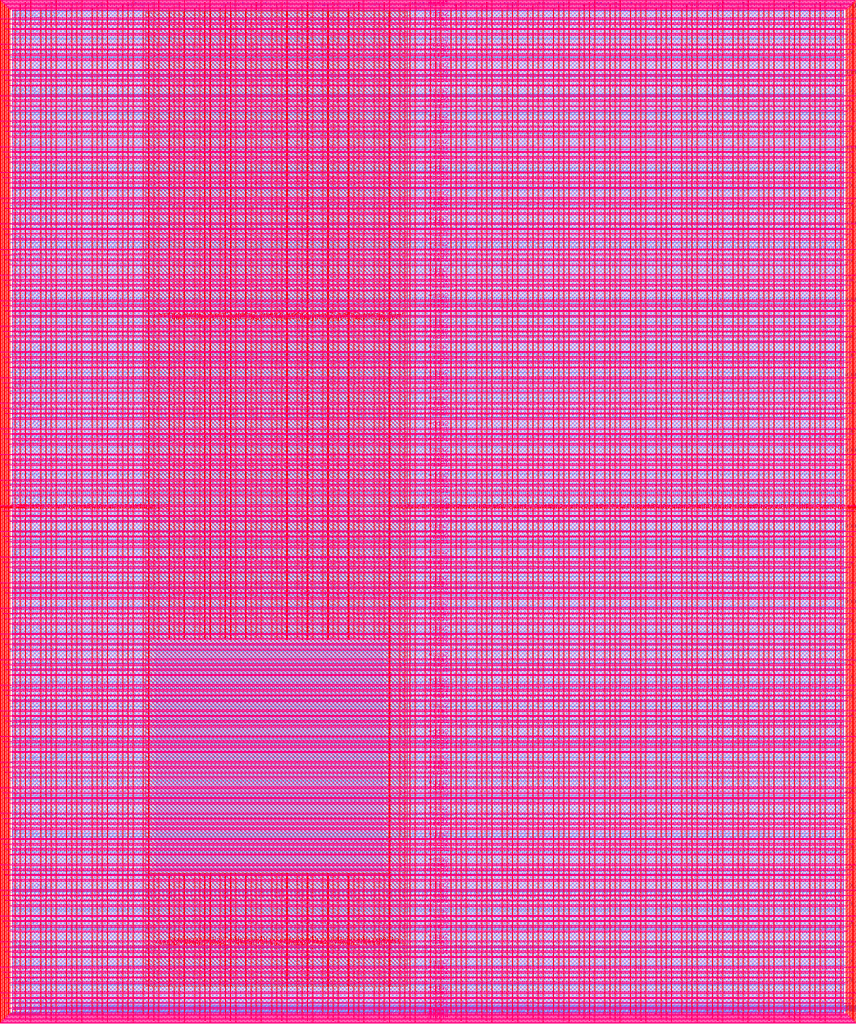
<source format=lef>
VERSION 5.7 ;
  NOWIREEXTENSIONATPIN ON ;
  DIVIDERCHAR "/" ;
  BUSBITCHARS "[]" ;
MACRO user_project_wrapper
  CLASS BLOCK ;
  FOREIGN user_project_wrapper ;
  ORIGIN 0.000 0.000 ;
  SIZE 2920.000 BY 3520.000 ;
  PIN analog_io[0]
    DIRECTION INOUT ;
    USE SIGNAL ;
    PORT
      LAYER met3 ;
        RECT 2917.600 1426.380 2924.800 1427.580 ;
    END
  END analog_io[0]
  PIN analog_io[10]
    DIRECTION INOUT ;
    USE SIGNAL ;
    PORT
      LAYER met2 ;
        RECT 2230.490 3517.600 2231.050 3524.800 ;
    END
  END analog_io[10]
  PIN analog_io[11]
    DIRECTION INOUT ;
    USE SIGNAL ;
    PORT
      LAYER met2 ;
        RECT 1905.730 3517.600 1906.290 3524.800 ;
    END
  END analog_io[11]
  PIN analog_io[12]
    DIRECTION INOUT ;
    USE SIGNAL ;
    PORT
      LAYER met2 ;
        RECT 1581.430 3517.600 1581.990 3524.800 ;
    END
  END analog_io[12]
  PIN analog_io[13]
    DIRECTION INOUT ;
    USE SIGNAL ;
    PORT
      LAYER met2 ;
        RECT 1257.130 3517.600 1257.690 3524.800 ;
    END
  END analog_io[13]
  PIN analog_io[14]
    DIRECTION INOUT ;
    USE SIGNAL ;
    PORT
      LAYER met2 ;
        RECT 932.370 3517.600 932.930 3524.800 ;
    END
  END analog_io[14]
  PIN analog_io[15]
    DIRECTION INOUT ;
    USE SIGNAL ;
    PORT
      LAYER met2 ;
        RECT 608.070 3517.600 608.630 3524.800 ;
    END
  END analog_io[15]
  PIN analog_io[16]
    DIRECTION INOUT ;
    USE SIGNAL ;
    PORT
      LAYER met2 ;
        RECT 283.770 3517.600 284.330 3524.800 ;
    END
  END analog_io[16]
  PIN analog_io[17]
    DIRECTION INOUT ;
    USE SIGNAL ;
    PORT
      LAYER met3 ;
        RECT -4.800 3486.100 2.400 3487.300 ;
    END
  END analog_io[17]
  PIN analog_io[18]
    DIRECTION INOUT ;
    USE SIGNAL ;
    PORT
      LAYER met3 ;
        RECT -4.800 3224.980 2.400 3226.180 ;
    END
  END analog_io[18]
  PIN analog_io[19]
    DIRECTION INOUT ;
    USE SIGNAL ;
    PORT
      LAYER met3 ;
        RECT -4.800 2964.540 2.400 2965.740 ;
    END
  END analog_io[19]
  PIN analog_io[1]
    DIRECTION INOUT ;
    USE SIGNAL ;
    PORT
      LAYER met3 ;
        RECT 2917.600 1692.260 2924.800 1693.460 ;
    END
  END analog_io[1]
  PIN analog_io[20]
    DIRECTION INOUT ;
    USE SIGNAL ;
    PORT
      LAYER met3 ;
        RECT -4.800 2703.420 2.400 2704.620 ;
    END
  END analog_io[20]
  PIN analog_io[21]
    DIRECTION INOUT ;
    USE SIGNAL ;
    PORT
      LAYER met3 ;
        RECT -4.800 2442.980 2.400 2444.180 ;
    END
  END analog_io[21]
  PIN analog_io[22]
    DIRECTION INOUT ;
    USE SIGNAL ;
    PORT
      LAYER met3 ;
        RECT -4.800 2182.540 2.400 2183.740 ;
    END
  END analog_io[22]
  PIN analog_io[23]
    DIRECTION INOUT ;
    USE SIGNAL ;
    PORT
      LAYER met3 ;
        RECT -4.800 1921.420 2.400 1922.620 ;
    END
  END analog_io[23]
  PIN analog_io[24]
    DIRECTION INOUT ;
    USE SIGNAL ;
    PORT
      LAYER met3 ;
        RECT -4.800 1660.980 2.400 1662.180 ;
    END
  END analog_io[24]
  PIN analog_io[25]
    DIRECTION INOUT ;
    USE SIGNAL ;
    PORT
      LAYER met3 ;
        RECT -4.800 1399.860 2.400 1401.060 ;
    END
  END analog_io[25]
  PIN analog_io[26]
    DIRECTION INOUT ;
    USE SIGNAL ;
    PORT
      LAYER met3 ;
        RECT -4.800 1139.420 2.400 1140.620 ;
    END
  END analog_io[26]
  PIN analog_io[27]
    DIRECTION INOUT ;
    USE SIGNAL ;
    PORT
      LAYER met3 ;
        RECT -4.800 878.980 2.400 880.180 ;
    END
  END analog_io[27]
  PIN analog_io[28]
    DIRECTION INOUT ;
    USE SIGNAL ;
    PORT
      LAYER met3 ;
        RECT -4.800 617.860 2.400 619.060 ;
    END
  END analog_io[28]
  PIN analog_io[2]
    DIRECTION INOUT ;
    USE SIGNAL ;
    PORT
      LAYER met3 ;
        RECT 2917.600 1958.140 2924.800 1959.340 ;
    END
  END analog_io[2]
  PIN analog_io[3]
    DIRECTION INOUT ;
    USE SIGNAL ;
    PORT
      LAYER met3 ;
        RECT 2917.600 2223.340 2924.800 2224.540 ;
    END
  END analog_io[3]
  PIN analog_io[4]
    DIRECTION INOUT ;
    USE SIGNAL ;
    PORT
      LAYER met3 ;
        RECT 2917.600 2489.220 2924.800 2490.420 ;
    END
  END analog_io[4]
  PIN analog_io[5]
    DIRECTION INOUT ;
    USE SIGNAL ;
    PORT
      LAYER met3 ;
        RECT 2917.600 2755.100 2924.800 2756.300 ;
    END
  END analog_io[5]
  PIN analog_io[6]
    DIRECTION INOUT ;
    USE SIGNAL ;
    PORT
      LAYER met3 ;
        RECT 2917.600 3020.300 2924.800 3021.500 ;
    END
  END analog_io[6]
  PIN analog_io[7]
    DIRECTION INOUT ;
    USE SIGNAL ;
    PORT
      LAYER met3 ;
        RECT 2917.600 3286.180 2924.800 3287.380 ;
    END
  END analog_io[7]
  PIN analog_io[8]
    DIRECTION INOUT ;
    USE SIGNAL ;
    PORT
      LAYER met2 ;
        RECT 2879.090 3517.600 2879.650 3524.800 ;
    END
  END analog_io[8]
  PIN analog_io[9]
    DIRECTION INOUT ;
    USE SIGNAL ;
    PORT
      LAYER met2 ;
        RECT 2554.790 3517.600 2555.350 3524.800 ;
    END
  END analog_io[9]
  PIN io_in[0]
    DIRECTION INPUT ;
    USE SIGNAL ;
    PORT
      LAYER met3 ;
        RECT 2917.600 32.380 2924.800 33.580 ;
    END
  END io_in[0]
  PIN io_in[10]
    DIRECTION INPUT ;
    USE SIGNAL ;
    PORT
      LAYER met3 ;
        RECT 2917.600 2289.980 2924.800 2291.180 ;
    END
  END io_in[10]
  PIN io_in[11]
    DIRECTION INPUT ;
    USE SIGNAL ;
    PORT
      LAYER met3 ;
        RECT 2917.600 2555.860 2924.800 2557.060 ;
    END
  END io_in[11]
  PIN io_in[12]
    DIRECTION INPUT ;
    USE SIGNAL ;
    PORT
      LAYER met3 ;
        RECT 2917.600 2821.060 2924.800 2822.260 ;
    END
  END io_in[12]
  PIN io_in[13]
    DIRECTION INPUT ;
    USE SIGNAL ;
    PORT
      LAYER met3 ;
        RECT 2917.600 3086.940 2924.800 3088.140 ;
    END
  END io_in[13]
  PIN io_in[14]
    DIRECTION INPUT ;
    USE SIGNAL ;
    PORT
      LAYER met3 ;
        RECT 2917.600 3352.820 2924.800 3354.020 ;
    END
  END io_in[14]
  PIN io_in[15]
    DIRECTION INPUT ;
    USE SIGNAL ;
    PORT
      LAYER met2 ;
        RECT 2798.130 3517.600 2798.690 3524.800 ;
    END
  END io_in[15]
  PIN io_in[16]
    DIRECTION INPUT ;
    USE SIGNAL ;
    PORT
      LAYER met2 ;
        RECT 2473.830 3517.600 2474.390 3524.800 ;
    END
  END io_in[16]
  PIN io_in[17]
    DIRECTION INPUT ;
    USE SIGNAL ;
    PORT
      LAYER met2 ;
        RECT 2149.070 3517.600 2149.630 3524.800 ;
    END
  END io_in[17]
  PIN io_in[18]
    DIRECTION INPUT ;
    USE SIGNAL ;
    PORT
      LAYER met2 ;
        RECT 1824.770 3517.600 1825.330 3524.800 ;
    END
  END io_in[18]
  PIN io_in[19]
    DIRECTION INPUT ;
    USE SIGNAL ;
    PORT
      LAYER met2 ;
        RECT 1500.470 3517.600 1501.030 3524.800 ;
    END
  END io_in[19]
  PIN io_in[1]
    DIRECTION INPUT ;
    USE SIGNAL ;
    PORT
      LAYER met3 ;
        RECT 2917.600 230.940 2924.800 232.140 ;
    END
  END io_in[1]
  PIN io_in[20]
    DIRECTION INPUT ;
    USE SIGNAL ;
    PORT
      LAYER met2 ;
        RECT 1175.710 3517.600 1176.270 3524.800 ;
    END
  END io_in[20]
  PIN io_in[21]
    DIRECTION INPUT ;
    USE SIGNAL ;
    PORT
      LAYER met2 ;
        RECT 851.410 3517.600 851.970 3524.800 ;
    END
  END io_in[21]
  PIN io_in[22]
    DIRECTION INPUT ;
    USE SIGNAL ;
    PORT
      LAYER met2 ;
        RECT 527.110 3517.600 527.670 3524.800 ;
    END
  END io_in[22]
  PIN io_in[23]
    DIRECTION INPUT ;
    USE SIGNAL ;
    PORT
      LAYER met2 ;
        RECT 202.350 3517.600 202.910 3524.800 ;
    END
  END io_in[23]
  PIN io_in[24]
    DIRECTION INPUT ;
    USE SIGNAL ;
    PORT
      LAYER met3 ;
        RECT -4.800 3420.820 2.400 3422.020 ;
    END
  END io_in[24]
  PIN io_in[25]
    DIRECTION INPUT ;
    USE SIGNAL ;
    PORT
      LAYER met3 ;
        RECT -4.800 3159.700 2.400 3160.900 ;
    END
  END io_in[25]
  PIN io_in[26]
    DIRECTION INPUT ;
    USE SIGNAL ;
    PORT
      LAYER met3 ;
        RECT -4.800 2899.260 2.400 2900.460 ;
    END
  END io_in[26]
  PIN io_in[27]
    DIRECTION INPUT ;
    USE SIGNAL ;
    PORT
      LAYER met3 ;
        RECT -4.800 2638.820 2.400 2640.020 ;
    END
  END io_in[27]
  PIN io_in[28]
    DIRECTION INPUT ;
    USE SIGNAL ;
    PORT
      LAYER met3 ;
        RECT -4.800 2377.700 2.400 2378.900 ;
    END
  END io_in[28]
  PIN io_in[29]
    DIRECTION INPUT ;
    USE SIGNAL ;
    PORT
      LAYER met3 ;
        RECT -4.800 2117.260 2.400 2118.460 ;
    END
  END io_in[29]
  PIN io_in[2]
    DIRECTION INPUT ;
    USE SIGNAL ;
    PORT
      LAYER met3 ;
        RECT 2917.600 430.180 2924.800 431.380 ;
    END
  END io_in[2]
  PIN io_in[30]
    DIRECTION INPUT ;
    USE SIGNAL ;
    PORT
      LAYER met3 ;
        RECT -4.800 1856.140 2.400 1857.340 ;
    END
  END io_in[30]
  PIN io_in[31]
    DIRECTION INPUT ;
    USE SIGNAL ;
    PORT
      LAYER met3 ;
        RECT -4.800 1595.700 2.400 1596.900 ;
    END
  END io_in[31]
  PIN io_in[32]
    DIRECTION INPUT ;
    USE SIGNAL ;
    PORT
      LAYER met3 ;
        RECT -4.800 1335.260 2.400 1336.460 ;
    END
  END io_in[32]
  PIN io_in[33]
    DIRECTION INPUT ;
    USE SIGNAL ;
    PORT
      LAYER met3 ;
        RECT -4.800 1074.140 2.400 1075.340 ;
    END
  END io_in[33]
  PIN io_in[34]
    DIRECTION INPUT ;
    USE SIGNAL ;
    PORT
      LAYER met3 ;
        RECT -4.800 813.700 2.400 814.900 ;
    END
  END io_in[34]
  PIN io_in[35]
    DIRECTION INPUT ;
    USE SIGNAL ;
    PORT
      LAYER met3 ;
        RECT -4.800 552.580 2.400 553.780 ;
    END
  END io_in[35]
  PIN io_in[36]
    DIRECTION INPUT ;
    USE SIGNAL ;
    PORT
      LAYER met3 ;
        RECT -4.800 357.420 2.400 358.620 ;
    END
  END io_in[36]
  PIN io_in[37]
    DIRECTION INPUT ;
    USE SIGNAL ;
    PORT
      LAYER met3 ;
        RECT -4.800 161.580 2.400 162.780 ;
    END
  END io_in[37]
  PIN io_in[3]
    DIRECTION INPUT ;
    USE SIGNAL ;
    PORT
      LAYER met3 ;
        RECT 2917.600 629.420 2924.800 630.620 ;
    END
  END io_in[3]
  PIN io_in[4]
    DIRECTION INPUT ;
    USE SIGNAL ;
    PORT
      LAYER met3 ;
        RECT 2917.600 828.660 2924.800 829.860 ;
    END
  END io_in[4]
  PIN io_in[5]
    DIRECTION INPUT ;
    USE SIGNAL ;
    PORT
      LAYER met3 ;
        RECT 2917.600 1027.900 2924.800 1029.100 ;
    END
  END io_in[5]
  PIN io_in[6]
    DIRECTION INPUT ;
    USE SIGNAL ;
    PORT
      LAYER met3 ;
        RECT 2917.600 1227.140 2924.800 1228.340 ;
    END
  END io_in[6]
  PIN io_in[7]
    DIRECTION INPUT ;
    USE SIGNAL ;
    PORT
      LAYER met3 ;
        RECT 2917.600 1493.020 2924.800 1494.220 ;
    END
  END io_in[7]
  PIN io_in[8]
    DIRECTION INPUT ;
    USE SIGNAL ;
    PORT
      LAYER met3 ;
        RECT 2917.600 1758.900 2924.800 1760.100 ;
    END
  END io_in[8]
  PIN io_in[9]
    DIRECTION INPUT ;
    USE SIGNAL ;
    PORT
      LAYER met3 ;
        RECT 2917.600 2024.100 2924.800 2025.300 ;
    END
  END io_in[9]
  PIN io_oeb[0]
    DIRECTION OUTPUT TRISTATE ;
    USE SIGNAL ;
    PORT
      LAYER met3 ;
        RECT 2917.600 164.980 2924.800 166.180 ;
    END
  END io_oeb[0]
  PIN io_oeb[10]
    DIRECTION OUTPUT TRISTATE ;
    USE SIGNAL ;
    PORT
      LAYER met3 ;
        RECT 2917.600 2422.580 2924.800 2423.780 ;
    END
  END io_oeb[10]
  PIN io_oeb[11]
    DIRECTION OUTPUT TRISTATE ;
    USE SIGNAL ;
    PORT
      LAYER met3 ;
        RECT 2917.600 2688.460 2924.800 2689.660 ;
    END
  END io_oeb[11]
  PIN io_oeb[12]
    DIRECTION OUTPUT TRISTATE ;
    USE SIGNAL ;
    PORT
      LAYER met3 ;
        RECT 2917.600 2954.340 2924.800 2955.540 ;
    END
  END io_oeb[12]
  PIN io_oeb[13]
    DIRECTION OUTPUT TRISTATE ;
    USE SIGNAL ;
    PORT
      LAYER met3 ;
        RECT 2917.600 3219.540 2924.800 3220.740 ;
    END
  END io_oeb[13]
  PIN io_oeb[14]
    DIRECTION OUTPUT TRISTATE ;
    USE SIGNAL ;
    PORT
      LAYER met3 ;
        RECT 2917.600 3485.420 2924.800 3486.620 ;
    END
  END io_oeb[14]
  PIN io_oeb[15]
    DIRECTION OUTPUT TRISTATE ;
    USE SIGNAL ;
    PORT
      LAYER met2 ;
        RECT 2635.750 3517.600 2636.310 3524.800 ;
    END
  END io_oeb[15]
  PIN io_oeb[16]
    DIRECTION OUTPUT TRISTATE ;
    USE SIGNAL ;
    PORT
      LAYER met2 ;
        RECT 2311.450 3517.600 2312.010 3524.800 ;
    END
  END io_oeb[16]
  PIN io_oeb[17]
    DIRECTION OUTPUT TRISTATE ;
    USE SIGNAL ;
    PORT
      LAYER met2 ;
        RECT 1987.150 3517.600 1987.710 3524.800 ;
    END
  END io_oeb[17]
  PIN io_oeb[18]
    DIRECTION OUTPUT TRISTATE ;
    USE SIGNAL ;
    PORT
      LAYER met2 ;
        RECT 1662.390 3517.600 1662.950 3524.800 ;
    END
  END io_oeb[18]
  PIN io_oeb[19]
    DIRECTION OUTPUT TRISTATE ;
    USE SIGNAL ;
    PORT
      LAYER met2 ;
        RECT 1338.090 3517.600 1338.650 3524.800 ;
    END
  END io_oeb[19]
  PIN io_oeb[1]
    DIRECTION OUTPUT TRISTATE ;
    USE SIGNAL ;
    PORT
      LAYER met3 ;
        RECT 2917.600 364.220 2924.800 365.420 ;
    END
  END io_oeb[1]
  PIN io_oeb[20]
    DIRECTION OUTPUT TRISTATE ;
    USE SIGNAL ;
    PORT
      LAYER met2 ;
        RECT 1013.790 3517.600 1014.350 3524.800 ;
    END
  END io_oeb[20]
  PIN io_oeb[21]
    DIRECTION OUTPUT TRISTATE ;
    USE SIGNAL ;
    PORT
      LAYER met2 ;
        RECT 689.030 3517.600 689.590 3524.800 ;
    END
  END io_oeb[21]
  PIN io_oeb[22]
    DIRECTION OUTPUT TRISTATE ;
    USE SIGNAL ;
    PORT
      LAYER met2 ;
        RECT 364.730 3517.600 365.290 3524.800 ;
    END
  END io_oeb[22]
  PIN io_oeb[23]
    DIRECTION OUTPUT TRISTATE ;
    USE SIGNAL ;
    PORT
      LAYER met2 ;
        RECT 40.430 3517.600 40.990 3524.800 ;
    END
  END io_oeb[23]
  PIN io_oeb[24]
    DIRECTION OUTPUT TRISTATE ;
    USE SIGNAL ;
    PORT
      LAYER met3 ;
        RECT -4.800 3290.260 2.400 3291.460 ;
    END
  END io_oeb[24]
  PIN io_oeb[25]
    DIRECTION OUTPUT TRISTATE ;
    USE SIGNAL ;
    PORT
      LAYER met3 ;
        RECT -4.800 3029.820 2.400 3031.020 ;
    END
  END io_oeb[25]
  PIN io_oeb[26]
    DIRECTION OUTPUT TRISTATE ;
    USE SIGNAL ;
    PORT
      LAYER met3 ;
        RECT -4.800 2768.700 2.400 2769.900 ;
    END
  END io_oeb[26]
  PIN io_oeb[27]
    DIRECTION OUTPUT TRISTATE ;
    USE SIGNAL ;
    PORT
      LAYER met3 ;
        RECT -4.800 2508.260 2.400 2509.460 ;
    END
  END io_oeb[27]
  PIN io_oeb[28]
    DIRECTION OUTPUT TRISTATE ;
    USE SIGNAL ;
    PORT
      LAYER met3 ;
        RECT -4.800 2247.140 2.400 2248.340 ;
    END
  END io_oeb[28]
  PIN io_oeb[29]
    DIRECTION OUTPUT TRISTATE ;
    USE SIGNAL ;
    PORT
      LAYER met3 ;
        RECT -4.800 1986.700 2.400 1987.900 ;
    END
  END io_oeb[29]
  PIN io_oeb[2]
    DIRECTION OUTPUT TRISTATE ;
    USE SIGNAL ;
    PORT
      LAYER met3 ;
        RECT 2917.600 563.460 2924.800 564.660 ;
    END
  END io_oeb[2]
  PIN io_oeb[30]
    DIRECTION OUTPUT TRISTATE ;
    USE SIGNAL ;
    PORT
      LAYER met3 ;
        RECT -4.800 1726.260 2.400 1727.460 ;
    END
  END io_oeb[30]
  PIN io_oeb[31]
    DIRECTION OUTPUT TRISTATE ;
    USE SIGNAL ;
    PORT
      LAYER met3 ;
        RECT -4.800 1465.140 2.400 1466.340 ;
    END
  END io_oeb[31]
  PIN io_oeb[32]
    DIRECTION OUTPUT TRISTATE ;
    USE SIGNAL ;
    PORT
      LAYER met3 ;
        RECT -4.800 1204.700 2.400 1205.900 ;
    END
  END io_oeb[32]
  PIN io_oeb[33]
    DIRECTION OUTPUT TRISTATE ;
    USE SIGNAL ;
    PORT
      LAYER met3 ;
        RECT -4.800 943.580 2.400 944.780 ;
    END
  END io_oeb[33]
  PIN io_oeb[34]
    DIRECTION OUTPUT TRISTATE ;
    USE SIGNAL ;
    PORT
      LAYER met3 ;
        RECT -4.800 683.140 2.400 684.340 ;
    END
  END io_oeb[34]
  PIN io_oeb[35]
    DIRECTION OUTPUT TRISTATE ;
    USE SIGNAL ;
    PORT
      LAYER met3 ;
        RECT -4.800 422.700 2.400 423.900 ;
    END
  END io_oeb[35]
  PIN io_oeb[36]
    DIRECTION OUTPUT TRISTATE ;
    USE SIGNAL ;
    PORT
      LAYER met3 ;
        RECT -4.800 226.860 2.400 228.060 ;
    END
  END io_oeb[36]
  PIN io_oeb[37]
    DIRECTION OUTPUT TRISTATE ;
    USE SIGNAL ;
    PORT
      LAYER met3 ;
        RECT -4.800 31.700 2.400 32.900 ;
    END
  END io_oeb[37]
  PIN io_oeb[3]
    DIRECTION OUTPUT TRISTATE ;
    USE SIGNAL ;
    PORT
      LAYER met3 ;
        RECT 2917.600 762.700 2924.800 763.900 ;
    END
  END io_oeb[3]
  PIN io_oeb[4]
    DIRECTION OUTPUT TRISTATE ;
    USE SIGNAL ;
    PORT
      LAYER met3 ;
        RECT 2917.600 961.940 2924.800 963.140 ;
    END
  END io_oeb[4]
  PIN io_oeb[5]
    DIRECTION OUTPUT TRISTATE ;
    USE SIGNAL ;
    PORT
      LAYER met3 ;
        RECT 2917.600 1161.180 2924.800 1162.380 ;
    END
  END io_oeb[5]
  PIN io_oeb[6]
    DIRECTION OUTPUT TRISTATE ;
    USE SIGNAL ;
    PORT
      LAYER met3 ;
        RECT 2917.600 1360.420 2924.800 1361.620 ;
    END
  END io_oeb[6]
  PIN io_oeb[7]
    DIRECTION OUTPUT TRISTATE ;
    USE SIGNAL ;
    PORT
      LAYER met3 ;
        RECT 2917.600 1625.620 2924.800 1626.820 ;
    END
  END io_oeb[7]
  PIN io_oeb[8]
    DIRECTION OUTPUT TRISTATE ;
    USE SIGNAL ;
    PORT
      LAYER met3 ;
        RECT 2917.600 1891.500 2924.800 1892.700 ;
    END
  END io_oeb[8]
  PIN io_oeb[9]
    DIRECTION OUTPUT TRISTATE ;
    USE SIGNAL ;
    PORT
      LAYER met3 ;
        RECT 2917.600 2157.380 2924.800 2158.580 ;
    END
  END io_oeb[9]
  PIN io_out[0]
    DIRECTION OUTPUT TRISTATE ;
    USE SIGNAL ;
    PORT
      LAYER met3 ;
        RECT 2917.600 98.340 2924.800 99.540 ;
    END
  END io_out[0]
  PIN io_out[10]
    DIRECTION OUTPUT TRISTATE ;
    USE SIGNAL ;
    PORT
      LAYER met3 ;
        RECT 2917.600 2356.620 2924.800 2357.820 ;
    END
  END io_out[10]
  PIN io_out[11]
    DIRECTION OUTPUT TRISTATE ;
    USE SIGNAL ;
    PORT
      LAYER met3 ;
        RECT 2917.600 2621.820 2924.800 2623.020 ;
    END
  END io_out[11]
  PIN io_out[12]
    DIRECTION OUTPUT TRISTATE ;
    USE SIGNAL ;
    PORT
      LAYER met3 ;
        RECT 2917.600 2887.700 2924.800 2888.900 ;
    END
  END io_out[12]
  PIN io_out[13]
    DIRECTION OUTPUT TRISTATE ;
    USE SIGNAL ;
    PORT
      LAYER met3 ;
        RECT 2917.600 3153.580 2924.800 3154.780 ;
    END
  END io_out[13]
  PIN io_out[14]
    DIRECTION OUTPUT TRISTATE ;
    USE SIGNAL ;
    PORT
      LAYER met3 ;
        RECT 2917.600 3418.780 2924.800 3419.980 ;
    END
  END io_out[14]
  PIN io_out[15]
    DIRECTION OUTPUT TRISTATE ;
    USE SIGNAL ;
    PORT
      LAYER met2 ;
        RECT 2717.170 3517.600 2717.730 3524.800 ;
    END
  END io_out[15]
  PIN io_out[16]
    DIRECTION OUTPUT TRISTATE ;
    USE SIGNAL ;
    PORT
      LAYER met2 ;
        RECT 2392.410 3517.600 2392.970 3524.800 ;
    END
  END io_out[16]
  PIN io_out[17]
    DIRECTION OUTPUT TRISTATE ;
    USE SIGNAL ;
    PORT
      LAYER met2 ;
        RECT 2068.110 3517.600 2068.670 3524.800 ;
    END
  END io_out[17]
  PIN io_out[18]
    DIRECTION OUTPUT TRISTATE ;
    USE SIGNAL ;
    PORT
      LAYER met2 ;
        RECT 1743.810 3517.600 1744.370 3524.800 ;
    END
  END io_out[18]
  PIN io_out[19]
    DIRECTION OUTPUT TRISTATE ;
    USE SIGNAL ;
    PORT
      LAYER met2 ;
        RECT 1419.050 3517.600 1419.610 3524.800 ;
    END
  END io_out[19]
  PIN io_out[1]
    DIRECTION OUTPUT TRISTATE ;
    USE SIGNAL ;
    PORT
      LAYER met3 ;
        RECT 2917.600 297.580 2924.800 298.780 ;
    END
  END io_out[1]
  PIN io_out[20]
    DIRECTION OUTPUT TRISTATE ;
    USE SIGNAL ;
    PORT
      LAYER met2 ;
        RECT 1094.750 3517.600 1095.310 3524.800 ;
    END
  END io_out[20]
  PIN io_out[21]
    DIRECTION OUTPUT TRISTATE ;
    USE SIGNAL ;
    PORT
      LAYER met2 ;
        RECT 770.450 3517.600 771.010 3524.800 ;
    END
  END io_out[21]
  PIN io_out[22]
    DIRECTION OUTPUT TRISTATE ;
    USE SIGNAL ;
    PORT
      LAYER met2 ;
        RECT 445.690 3517.600 446.250 3524.800 ;
    END
  END io_out[22]
  PIN io_out[23]
    DIRECTION OUTPUT TRISTATE ;
    USE SIGNAL ;
    PORT
      LAYER met2 ;
        RECT 121.390 3517.600 121.950 3524.800 ;
    END
  END io_out[23]
  PIN io_out[24]
    DIRECTION OUTPUT TRISTATE ;
    USE SIGNAL ;
    PORT
      LAYER met3 ;
        RECT -4.800 3355.540 2.400 3356.740 ;
    END
  END io_out[24]
  PIN io_out[25]
    DIRECTION OUTPUT TRISTATE ;
    USE SIGNAL ;
    PORT
      LAYER met3 ;
        RECT -4.800 3095.100 2.400 3096.300 ;
    END
  END io_out[25]
  PIN io_out[26]
    DIRECTION OUTPUT TRISTATE ;
    USE SIGNAL ;
    PORT
      LAYER met3 ;
        RECT -4.800 2833.980 2.400 2835.180 ;
    END
  END io_out[26]
  PIN io_out[27]
    DIRECTION OUTPUT TRISTATE ;
    USE SIGNAL ;
    PORT
      LAYER met3 ;
        RECT -4.800 2573.540 2.400 2574.740 ;
    END
  END io_out[27]
  PIN io_out[28]
    DIRECTION OUTPUT TRISTATE ;
    USE SIGNAL ;
    PORT
      LAYER met3 ;
        RECT -4.800 2312.420 2.400 2313.620 ;
    END
  END io_out[28]
  PIN io_out[29]
    DIRECTION OUTPUT TRISTATE ;
    USE SIGNAL ;
    PORT
      LAYER met3 ;
        RECT -4.800 2051.980 2.400 2053.180 ;
    END
  END io_out[29]
  PIN io_out[2]
    DIRECTION OUTPUT TRISTATE ;
    USE SIGNAL ;
    PORT
      LAYER met3 ;
        RECT 2917.600 496.820 2924.800 498.020 ;
    END
  END io_out[2]
  PIN io_out[30]
    DIRECTION OUTPUT TRISTATE ;
    USE SIGNAL ;
    PORT
      LAYER met3 ;
        RECT -4.800 1791.540 2.400 1792.740 ;
    END
  END io_out[30]
  PIN io_out[31]
    DIRECTION OUTPUT TRISTATE ;
    USE SIGNAL ;
    PORT
      LAYER met3 ;
        RECT -4.800 1530.420 2.400 1531.620 ;
    END
  END io_out[31]
  PIN io_out[32]
    DIRECTION OUTPUT TRISTATE ;
    USE SIGNAL ;
    PORT
      LAYER met3 ;
        RECT -4.800 1269.980 2.400 1271.180 ;
    END
  END io_out[32]
  PIN io_out[33]
    DIRECTION OUTPUT TRISTATE ;
    USE SIGNAL ;
    PORT
      LAYER met3 ;
        RECT -4.800 1008.860 2.400 1010.060 ;
    END
  END io_out[33]
  PIN io_out[34]
    DIRECTION OUTPUT TRISTATE ;
    USE SIGNAL ;
    PORT
      LAYER met3 ;
        RECT -4.800 748.420 2.400 749.620 ;
    END
  END io_out[34]
  PIN io_out[35]
    DIRECTION OUTPUT TRISTATE ;
    USE SIGNAL ;
    PORT
      LAYER met3 ;
        RECT -4.800 487.300 2.400 488.500 ;
    END
  END io_out[35]
  PIN io_out[36]
    DIRECTION OUTPUT TRISTATE ;
    USE SIGNAL ;
    PORT
      LAYER met3 ;
        RECT -4.800 292.140 2.400 293.340 ;
    END
  END io_out[36]
  PIN io_out[37]
    DIRECTION OUTPUT TRISTATE ;
    USE SIGNAL ;
    PORT
      LAYER met3 ;
        RECT -4.800 96.300 2.400 97.500 ;
    END
  END io_out[37]
  PIN io_out[3]
    DIRECTION OUTPUT TRISTATE ;
    USE SIGNAL ;
    PORT
      LAYER met3 ;
        RECT 2917.600 696.060 2924.800 697.260 ;
    END
  END io_out[3]
  PIN io_out[4]
    DIRECTION OUTPUT TRISTATE ;
    USE SIGNAL ;
    PORT
      LAYER met3 ;
        RECT 2917.600 895.300 2924.800 896.500 ;
    END
  END io_out[4]
  PIN io_out[5]
    DIRECTION OUTPUT TRISTATE ;
    USE SIGNAL ;
    PORT
      LAYER met3 ;
        RECT 2917.600 1094.540 2924.800 1095.740 ;
    END
  END io_out[5]
  PIN io_out[6]
    DIRECTION OUTPUT TRISTATE ;
    USE SIGNAL ;
    PORT
      LAYER met3 ;
        RECT 2917.600 1293.780 2924.800 1294.980 ;
    END
  END io_out[6]
  PIN io_out[7]
    DIRECTION OUTPUT TRISTATE ;
    USE SIGNAL ;
    PORT
      LAYER met3 ;
        RECT 2917.600 1559.660 2924.800 1560.860 ;
    END
  END io_out[7]
  PIN io_out[8]
    DIRECTION OUTPUT TRISTATE ;
    USE SIGNAL ;
    PORT
      LAYER met3 ;
        RECT 2917.600 1824.860 2924.800 1826.060 ;
    END
  END io_out[8]
  PIN io_out[9]
    DIRECTION OUTPUT TRISTATE ;
    USE SIGNAL ;
    PORT
      LAYER met3 ;
        RECT 2917.600 2090.740 2924.800 2091.940 ;
    END
  END io_out[9]
  PIN la_data_in[0]
    DIRECTION INPUT ;
    USE SIGNAL ;
    PORT
      LAYER met2 ;
        RECT 629.230 -4.800 629.790 2.400 ;
    END
  END la_data_in[0]
  PIN la_data_in[100]
    DIRECTION INPUT ;
    USE SIGNAL ;
    PORT
      LAYER met2 ;
        RECT 2402.530 -4.800 2403.090 2.400 ;
    END
  END la_data_in[100]
  PIN la_data_in[101]
    DIRECTION INPUT ;
    USE SIGNAL ;
    PORT
      LAYER met2 ;
        RECT 2420.010 -4.800 2420.570 2.400 ;
    END
  END la_data_in[101]
  PIN la_data_in[102]
    DIRECTION INPUT ;
    USE SIGNAL ;
    PORT
      LAYER met2 ;
        RECT 2437.950 -4.800 2438.510 2.400 ;
    END
  END la_data_in[102]
  PIN la_data_in[103]
    DIRECTION INPUT ;
    USE SIGNAL ;
    PORT
      LAYER met2 ;
        RECT 2455.430 -4.800 2455.990 2.400 ;
    END
  END la_data_in[103]
  PIN la_data_in[104]
    DIRECTION INPUT ;
    USE SIGNAL ;
    PORT
      LAYER met2 ;
        RECT 2473.370 -4.800 2473.930 2.400 ;
    END
  END la_data_in[104]
  PIN la_data_in[105]
    DIRECTION INPUT ;
    USE SIGNAL ;
    PORT
      LAYER met2 ;
        RECT 2490.850 -4.800 2491.410 2.400 ;
    END
  END la_data_in[105]
  PIN la_data_in[106]
    DIRECTION INPUT ;
    USE SIGNAL ;
    PORT
      LAYER met2 ;
        RECT 2508.790 -4.800 2509.350 2.400 ;
    END
  END la_data_in[106]
  PIN la_data_in[107]
    DIRECTION INPUT ;
    USE SIGNAL ;
    PORT
      LAYER met2 ;
        RECT 2526.730 -4.800 2527.290 2.400 ;
    END
  END la_data_in[107]
  PIN la_data_in[108]
    DIRECTION INPUT ;
    USE SIGNAL ;
    PORT
      LAYER met2 ;
        RECT 2544.210 -4.800 2544.770 2.400 ;
    END
  END la_data_in[108]
  PIN la_data_in[109]
    DIRECTION INPUT ;
    USE SIGNAL ;
    PORT
      LAYER met2 ;
        RECT 2562.150 -4.800 2562.710 2.400 ;
    END
  END la_data_in[109]
  PIN la_data_in[10]
    DIRECTION INPUT ;
    USE SIGNAL ;
    PORT
      LAYER met2 ;
        RECT 806.330 -4.800 806.890 2.400 ;
    END
  END la_data_in[10]
  PIN la_data_in[110]
    DIRECTION INPUT ;
    USE SIGNAL ;
    PORT
      LAYER met2 ;
        RECT 2579.630 -4.800 2580.190 2.400 ;
    END
  END la_data_in[110]
  PIN la_data_in[111]
    DIRECTION INPUT ;
    USE SIGNAL ;
    PORT
      LAYER met2 ;
        RECT 2597.570 -4.800 2598.130 2.400 ;
    END
  END la_data_in[111]
  PIN la_data_in[112]
    DIRECTION INPUT ;
    USE SIGNAL ;
    PORT
      LAYER met2 ;
        RECT 2615.050 -4.800 2615.610 2.400 ;
    END
  END la_data_in[112]
  PIN la_data_in[113]
    DIRECTION INPUT ;
    USE SIGNAL ;
    PORT
      LAYER met2 ;
        RECT 2632.990 -4.800 2633.550 2.400 ;
    END
  END la_data_in[113]
  PIN la_data_in[114]
    DIRECTION INPUT ;
    USE SIGNAL ;
    PORT
      LAYER met2 ;
        RECT 2650.470 -4.800 2651.030 2.400 ;
    END
  END la_data_in[114]
  PIN la_data_in[115]
    DIRECTION INPUT ;
    USE SIGNAL ;
    PORT
      LAYER met2 ;
        RECT 2668.410 -4.800 2668.970 2.400 ;
    END
  END la_data_in[115]
  PIN la_data_in[116]
    DIRECTION INPUT ;
    USE SIGNAL ;
    PORT
      LAYER met2 ;
        RECT 2685.890 -4.800 2686.450 2.400 ;
    END
  END la_data_in[116]
  PIN la_data_in[117]
    DIRECTION INPUT ;
    USE SIGNAL ;
    PORT
      LAYER met2 ;
        RECT 2703.830 -4.800 2704.390 2.400 ;
    END
  END la_data_in[117]
  PIN la_data_in[118]
    DIRECTION INPUT ;
    USE SIGNAL ;
    PORT
      LAYER met2 ;
        RECT 2721.770 -4.800 2722.330 2.400 ;
    END
  END la_data_in[118]
  PIN la_data_in[119]
    DIRECTION INPUT ;
    USE SIGNAL ;
    PORT
      LAYER met2 ;
        RECT 2739.250 -4.800 2739.810 2.400 ;
    END
  END la_data_in[119]
  PIN la_data_in[11]
    DIRECTION INPUT ;
    USE SIGNAL ;
    PORT
      LAYER met2 ;
        RECT 824.270 -4.800 824.830 2.400 ;
    END
  END la_data_in[11]
  PIN la_data_in[120]
    DIRECTION INPUT ;
    USE SIGNAL ;
    PORT
      LAYER met2 ;
        RECT 2757.190 -4.800 2757.750 2.400 ;
    END
  END la_data_in[120]
  PIN la_data_in[121]
    DIRECTION INPUT ;
    USE SIGNAL ;
    PORT
      LAYER met2 ;
        RECT 2774.670 -4.800 2775.230 2.400 ;
    END
  END la_data_in[121]
  PIN la_data_in[122]
    DIRECTION INPUT ;
    USE SIGNAL ;
    PORT
      LAYER met2 ;
        RECT 2792.610 -4.800 2793.170 2.400 ;
    END
  END la_data_in[122]
  PIN la_data_in[123]
    DIRECTION INPUT ;
    USE SIGNAL ;
    PORT
      LAYER met2 ;
        RECT 2810.090 -4.800 2810.650 2.400 ;
    END
  END la_data_in[123]
  PIN la_data_in[124]
    DIRECTION INPUT ;
    USE SIGNAL ;
    PORT
      LAYER met2 ;
        RECT 2828.030 -4.800 2828.590 2.400 ;
    END
  END la_data_in[124]
  PIN la_data_in[125]
    DIRECTION INPUT ;
    USE SIGNAL ;
    PORT
      LAYER met2 ;
        RECT 2845.510 -4.800 2846.070 2.400 ;
    END
  END la_data_in[125]
  PIN la_data_in[126]
    DIRECTION INPUT ;
    USE SIGNAL ;
    PORT
      LAYER met2 ;
        RECT 2863.450 -4.800 2864.010 2.400 ;
    END
  END la_data_in[126]
  PIN la_data_in[127]
    DIRECTION INPUT ;
    USE SIGNAL ;
    PORT
      LAYER met2 ;
        RECT 2881.390 -4.800 2881.950 2.400 ;
    END
  END la_data_in[127]
  PIN la_data_in[12]
    DIRECTION INPUT ;
    USE SIGNAL ;
    PORT
      LAYER met2 ;
        RECT 841.750 -4.800 842.310 2.400 ;
    END
  END la_data_in[12]
  PIN la_data_in[13]
    DIRECTION INPUT ;
    USE SIGNAL ;
    PORT
      LAYER met2 ;
        RECT 859.690 -4.800 860.250 2.400 ;
    END
  END la_data_in[13]
  PIN la_data_in[14]
    DIRECTION INPUT ;
    USE SIGNAL ;
    PORT
      LAYER met2 ;
        RECT 877.170 -4.800 877.730 2.400 ;
    END
  END la_data_in[14]
  PIN la_data_in[15]
    DIRECTION INPUT ;
    USE SIGNAL ;
    PORT
      LAYER met2 ;
        RECT 895.110 -4.800 895.670 2.400 ;
    END
  END la_data_in[15]
  PIN la_data_in[16]
    DIRECTION INPUT ;
    USE SIGNAL ;
    PORT
      LAYER met2 ;
        RECT 912.590 -4.800 913.150 2.400 ;
    END
  END la_data_in[16]
  PIN la_data_in[17]
    DIRECTION INPUT ;
    USE SIGNAL ;
    PORT
      LAYER met2 ;
        RECT 930.530 -4.800 931.090 2.400 ;
    END
  END la_data_in[17]
  PIN la_data_in[18]
    DIRECTION INPUT ;
    USE SIGNAL ;
    PORT
      LAYER met2 ;
        RECT 948.470 -4.800 949.030 2.400 ;
    END
  END la_data_in[18]
  PIN la_data_in[19]
    DIRECTION INPUT ;
    USE SIGNAL ;
    PORT
      LAYER met2 ;
        RECT 965.950 -4.800 966.510 2.400 ;
    END
  END la_data_in[19]
  PIN la_data_in[1]
    DIRECTION INPUT ;
    USE SIGNAL ;
    PORT
      LAYER met2 ;
        RECT 646.710 -4.800 647.270 2.400 ;
    END
  END la_data_in[1]
  PIN la_data_in[20]
    DIRECTION INPUT ;
    USE SIGNAL ;
    PORT
      LAYER met2 ;
        RECT 983.890 -4.800 984.450 2.400 ;
    END
  END la_data_in[20]
  PIN la_data_in[21]
    DIRECTION INPUT ;
    USE SIGNAL ;
    PORT
      LAYER met2 ;
        RECT 1001.370 -4.800 1001.930 2.400 ;
    END
  END la_data_in[21]
  PIN la_data_in[22]
    DIRECTION INPUT ;
    USE SIGNAL ;
    PORT
      LAYER met2 ;
        RECT 1019.310 -4.800 1019.870 2.400 ;
    END
  END la_data_in[22]
  PIN la_data_in[23]
    DIRECTION INPUT ;
    USE SIGNAL ;
    PORT
      LAYER met2 ;
        RECT 1036.790 -4.800 1037.350 2.400 ;
    END
  END la_data_in[23]
  PIN la_data_in[24]
    DIRECTION INPUT ;
    USE SIGNAL ;
    PORT
      LAYER met2 ;
        RECT 1054.730 -4.800 1055.290 2.400 ;
    END
  END la_data_in[24]
  PIN la_data_in[25]
    DIRECTION INPUT ;
    USE SIGNAL ;
    PORT
      LAYER met2 ;
        RECT 1072.210 -4.800 1072.770 2.400 ;
    END
  END la_data_in[25]
  PIN la_data_in[26]
    DIRECTION INPUT ;
    USE SIGNAL ;
    PORT
      LAYER met2 ;
        RECT 1090.150 -4.800 1090.710 2.400 ;
    END
  END la_data_in[26]
  PIN la_data_in[27]
    DIRECTION INPUT ;
    USE SIGNAL ;
    PORT
      LAYER met2 ;
        RECT 1107.630 -4.800 1108.190 2.400 ;
    END
  END la_data_in[27]
  PIN la_data_in[28]
    DIRECTION INPUT ;
    USE SIGNAL ;
    PORT
      LAYER met2 ;
        RECT 1125.570 -4.800 1126.130 2.400 ;
    END
  END la_data_in[28]
  PIN la_data_in[29]
    DIRECTION INPUT ;
    USE SIGNAL ;
    PORT
      LAYER met2 ;
        RECT 1143.510 -4.800 1144.070 2.400 ;
    END
  END la_data_in[29]
  PIN la_data_in[2]
    DIRECTION INPUT ;
    USE SIGNAL ;
    PORT
      LAYER met2 ;
        RECT 664.650 -4.800 665.210 2.400 ;
    END
  END la_data_in[2]
  PIN la_data_in[30]
    DIRECTION INPUT ;
    USE SIGNAL ;
    PORT
      LAYER met2 ;
        RECT 1160.990 -4.800 1161.550 2.400 ;
    END
  END la_data_in[30]
  PIN la_data_in[31]
    DIRECTION INPUT ;
    USE SIGNAL ;
    PORT
      LAYER met2 ;
        RECT 1178.930 -4.800 1179.490 2.400 ;
    END
  END la_data_in[31]
  PIN la_data_in[32]
    DIRECTION INPUT ;
    USE SIGNAL ;
    PORT
      LAYER met2 ;
        RECT 1196.410 -4.800 1196.970 2.400 ;
    END
  END la_data_in[32]
  PIN la_data_in[33]
    DIRECTION INPUT ;
    USE SIGNAL ;
    PORT
      LAYER met2 ;
        RECT 1214.350 -4.800 1214.910 2.400 ;
    END
  END la_data_in[33]
  PIN la_data_in[34]
    DIRECTION INPUT ;
    USE SIGNAL ;
    PORT
      LAYER met2 ;
        RECT 1231.830 -4.800 1232.390 2.400 ;
    END
  END la_data_in[34]
  PIN la_data_in[35]
    DIRECTION INPUT ;
    USE SIGNAL ;
    PORT
      LAYER met2 ;
        RECT 1249.770 -4.800 1250.330 2.400 ;
    END
  END la_data_in[35]
  PIN la_data_in[36]
    DIRECTION INPUT ;
    USE SIGNAL ;
    PORT
      LAYER met2 ;
        RECT 1267.250 -4.800 1267.810 2.400 ;
    END
  END la_data_in[36]
  PIN la_data_in[37]
    DIRECTION INPUT ;
    USE SIGNAL ;
    PORT
      LAYER met2 ;
        RECT 1285.190 -4.800 1285.750 2.400 ;
    END
  END la_data_in[37]
  PIN la_data_in[38]
    DIRECTION INPUT ;
    USE SIGNAL ;
    PORT
      LAYER met2 ;
        RECT 1303.130 -4.800 1303.690 2.400 ;
    END
  END la_data_in[38]
  PIN la_data_in[39]
    DIRECTION INPUT ;
    USE SIGNAL ;
    PORT
      LAYER met2 ;
        RECT 1320.610 -4.800 1321.170 2.400 ;
    END
  END la_data_in[39]
  PIN la_data_in[3]
    DIRECTION INPUT ;
    USE SIGNAL ;
    PORT
      LAYER met2 ;
        RECT 682.130 -4.800 682.690 2.400 ;
    END
  END la_data_in[3]
  PIN la_data_in[40]
    DIRECTION INPUT ;
    USE SIGNAL ;
    PORT
      LAYER met2 ;
        RECT 1338.550 -4.800 1339.110 2.400 ;
    END
  END la_data_in[40]
  PIN la_data_in[41]
    DIRECTION INPUT ;
    USE SIGNAL ;
    PORT
      LAYER met2 ;
        RECT 1356.030 -4.800 1356.590 2.400 ;
    END
  END la_data_in[41]
  PIN la_data_in[42]
    DIRECTION INPUT ;
    USE SIGNAL ;
    PORT
      LAYER met2 ;
        RECT 1373.970 -4.800 1374.530 2.400 ;
    END
  END la_data_in[42]
  PIN la_data_in[43]
    DIRECTION INPUT ;
    USE SIGNAL ;
    PORT
      LAYER met2 ;
        RECT 1391.450 -4.800 1392.010 2.400 ;
    END
  END la_data_in[43]
  PIN la_data_in[44]
    DIRECTION INPUT ;
    USE SIGNAL ;
    PORT
      LAYER met2 ;
        RECT 1409.390 -4.800 1409.950 2.400 ;
    END
  END la_data_in[44]
  PIN la_data_in[45]
    DIRECTION INPUT ;
    USE SIGNAL ;
    PORT
      LAYER met2 ;
        RECT 1426.870 -4.800 1427.430 2.400 ;
    END
  END la_data_in[45]
  PIN la_data_in[46]
    DIRECTION INPUT ;
    USE SIGNAL ;
    PORT
      LAYER met2 ;
        RECT 1444.810 -4.800 1445.370 2.400 ;
    END
  END la_data_in[46]
  PIN la_data_in[47]
    DIRECTION INPUT ;
    USE SIGNAL ;
    PORT
      LAYER met2 ;
        RECT 1462.750 -4.800 1463.310 2.400 ;
    END
  END la_data_in[47]
  PIN la_data_in[48]
    DIRECTION INPUT ;
    USE SIGNAL ;
    PORT
      LAYER met2 ;
        RECT 1480.230 -4.800 1480.790 2.400 ;
    END
  END la_data_in[48]
  PIN la_data_in[49]
    DIRECTION INPUT ;
    USE SIGNAL ;
    PORT
      LAYER met2 ;
        RECT 1498.170 -4.800 1498.730 2.400 ;
    END
  END la_data_in[49]
  PIN la_data_in[4]
    DIRECTION INPUT ;
    USE SIGNAL ;
    PORT
      LAYER met2 ;
        RECT 700.070 -4.800 700.630 2.400 ;
    END
  END la_data_in[4]
  PIN la_data_in[50]
    DIRECTION INPUT ;
    USE SIGNAL ;
    PORT
      LAYER met2 ;
        RECT 1515.650 -4.800 1516.210 2.400 ;
    END
  END la_data_in[50]
  PIN la_data_in[51]
    DIRECTION INPUT ;
    USE SIGNAL ;
    PORT
      LAYER met2 ;
        RECT 1533.590 -4.800 1534.150 2.400 ;
    END
  END la_data_in[51]
  PIN la_data_in[52]
    DIRECTION INPUT ;
    USE SIGNAL ;
    PORT
      LAYER met2 ;
        RECT 1551.070 -4.800 1551.630 2.400 ;
    END
  END la_data_in[52]
  PIN la_data_in[53]
    DIRECTION INPUT ;
    USE SIGNAL ;
    PORT
      LAYER met2 ;
        RECT 1569.010 -4.800 1569.570 2.400 ;
    END
  END la_data_in[53]
  PIN la_data_in[54]
    DIRECTION INPUT ;
    USE SIGNAL ;
    PORT
      LAYER met2 ;
        RECT 1586.490 -4.800 1587.050 2.400 ;
    END
  END la_data_in[54]
  PIN la_data_in[55]
    DIRECTION INPUT ;
    USE SIGNAL ;
    PORT
      LAYER met2 ;
        RECT 1604.430 -4.800 1604.990 2.400 ;
    END
  END la_data_in[55]
  PIN la_data_in[56]
    DIRECTION INPUT ;
    USE SIGNAL ;
    PORT
      LAYER met2 ;
        RECT 1621.910 -4.800 1622.470 2.400 ;
    END
  END la_data_in[56]
  PIN la_data_in[57]
    DIRECTION INPUT ;
    USE SIGNAL ;
    PORT
      LAYER met2 ;
        RECT 1639.850 -4.800 1640.410 2.400 ;
    END
  END la_data_in[57]
  PIN la_data_in[58]
    DIRECTION INPUT ;
    USE SIGNAL ;
    PORT
      LAYER met2 ;
        RECT 1657.790 -4.800 1658.350 2.400 ;
    END
  END la_data_in[58]
  PIN la_data_in[59]
    DIRECTION INPUT ;
    USE SIGNAL ;
    PORT
      LAYER met2 ;
        RECT 1675.270 -4.800 1675.830 2.400 ;
    END
  END la_data_in[59]
  PIN la_data_in[5]
    DIRECTION INPUT ;
    USE SIGNAL ;
    PORT
      LAYER met2 ;
        RECT 717.550 -4.800 718.110 2.400 ;
    END
  END la_data_in[5]
  PIN la_data_in[60]
    DIRECTION INPUT ;
    USE SIGNAL ;
    PORT
      LAYER met2 ;
        RECT 1693.210 -4.800 1693.770 2.400 ;
    END
  END la_data_in[60]
  PIN la_data_in[61]
    DIRECTION INPUT ;
    USE SIGNAL ;
    PORT
      LAYER met2 ;
        RECT 1710.690 -4.800 1711.250 2.400 ;
    END
  END la_data_in[61]
  PIN la_data_in[62]
    DIRECTION INPUT ;
    USE SIGNAL ;
    PORT
      LAYER met2 ;
        RECT 1728.630 -4.800 1729.190 2.400 ;
    END
  END la_data_in[62]
  PIN la_data_in[63]
    DIRECTION INPUT ;
    USE SIGNAL ;
    PORT
      LAYER met2 ;
        RECT 1746.110 -4.800 1746.670 2.400 ;
    END
  END la_data_in[63]
  PIN la_data_in[64]
    DIRECTION INPUT ;
    USE SIGNAL ;
    PORT
      LAYER met2 ;
        RECT 1764.050 -4.800 1764.610 2.400 ;
    END
  END la_data_in[64]
  PIN la_data_in[65]
    DIRECTION INPUT ;
    USE SIGNAL ;
    PORT
      LAYER met2 ;
        RECT 1781.530 -4.800 1782.090 2.400 ;
    END
  END la_data_in[65]
  PIN la_data_in[66]
    DIRECTION INPUT ;
    USE SIGNAL ;
    PORT
      LAYER met2 ;
        RECT 1799.470 -4.800 1800.030 2.400 ;
    END
  END la_data_in[66]
  PIN la_data_in[67]
    DIRECTION INPUT ;
    USE SIGNAL ;
    PORT
      LAYER met2 ;
        RECT 1817.410 -4.800 1817.970 2.400 ;
    END
  END la_data_in[67]
  PIN la_data_in[68]
    DIRECTION INPUT ;
    USE SIGNAL ;
    PORT
      LAYER met2 ;
        RECT 1834.890 -4.800 1835.450 2.400 ;
    END
  END la_data_in[68]
  PIN la_data_in[69]
    DIRECTION INPUT ;
    USE SIGNAL ;
    PORT
      LAYER met2 ;
        RECT 1852.830 -4.800 1853.390 2.400 ;
    END
  END la_data_in[69]
  PIN la_data_in[6]
    DIRECTION INPUT ;
    USE SIGNAL ;
    PORT
      LAYER met2 ;
        RECT 735.490 -4.800 736.050 2.400 ;
    END
  END la_data_in[6]
  PIN la_data_in[70]
    DIRECTION INPUT ;
    USE SIGNAL ;
    PORT
      LAYER met2 ;
        RECT 1870.310 -4.800 1870.870 2.400 ;
    END
  END la_data_in[70]
  PIN la_data_in[71]
    DIRECTION INPUT ;
    USE SIGNAL ;
    PORT
      LAYER met2 ;
        RECT 1888.250 -4.800 1888.810 2.400 ;
    END
  END la_data_in[71]
  PIN la_data_in[72]
    DIRECTION INPUT ;
    USE SIGNAL ;
    PORT
      LAYER met2 ;
        RECT 1905.730 -4.800 1906.290 2.400 ;
    END
  END la_data_in[72]
  PIN la_data_in[73]
    DIRECTION INPUT ;
    USE SIGNAL ;
    PORT
      LAYER met2 ;
        RECT 1923.670 -4.800 1924.230 2.400 ;
    END
  END la_data_in[73]
  PIN la_data_in[74]
    DIRECTION INPUT ;
    USE SIGNAL ;
    PORT
      LAYER met2 ;
        RECT 1941.150 -4.800 1941.710 2.400 ;
    END
  END la_data_in[74]
  PIN la_data_in[75]
    DIRECTION INPUT ;
    USE SIGNAL ;
    PORT
      LAYER met2 ;
        RECT 1959.090 -4.800 1959.650 2.400 ;
    END
  END la_data_in[75]
  PIN la_data_in[76]
    DIRECTION INPUT ;
    USE SIGNAL ;
    PORT
      LAYER met2 ;
        RECT 1976.570 -4.800 1977.130 2.400 ;
    END
  END la_data_in[76]
  PIN la_data_in[77]
    DIRECTION INPUT ;
    USE SIGNAL ;
    PORT
      LAYER met2 ;
        RECT 1994.510 -4.800 1995.070 2.400 ;
    END
  END la_data_in[77]
  PIN la_data_in[78]
    DIRECTION INPUT ;
    USE SIGNAL ;
    PORT
      LAYER met2 ;
        RECT 2012.450 -4.800 2013.010 2.400 ;
    END
  END la_data_in[78]
  PIN la_data_in[79]
    DIRECTION INPUT ;
    USE SIGNAL ;
    PORT
      LAYER met2 ;
        RECT 2029.930 -4.800 2030.490 2.400 ;
    END
  END la_data_in[79]
  PIN la_data_in[7]
    DIRECTION INPUT ;
    USE SIGNAL ;
    PORT
      LAYER met2 ;
        RECT 752.970 -4.800 753.530 2.400 ;
    END
  END la_data_in[7]
  PIN la_data_in[80]
    DIRECTION INPUT ;
    USE SIGNAL ;
    PORT
      LAYER met2 ;
        RECT 2047.870 -4.800 2048.430 2.400 ;
    END
  END la_data_in[80]
  PIN la_data_in[81]
    DIRECTION INPUT ;
    USE SIGNAL ;
    PORT
      LAYER met2 ;
        RECT 2065.350 -4.800 2065.910 2.400 ;
    END
  END la_data_in[81]
  PIN la_data_in[82]
    DIRECTION INPUT ;
    USE SIGNAL ;
    PORT
      LAYER met2 ;
        RECT 2083.290 -4.800 2083.850 2.400 ;
    END
  END la_data_in[82]
  PIN la_data_in[83]
    DIRECTION INPUT ;
    USE SIGNAL ;
    PORT
      LAYER met2 ;
        RECT 2100.770 -4.800 2101.330 2.400 ;
    END
  END la_data_in[83]
  PIN la_data_in[84]
    DIRECTION INPUT ;
    USE SIGNAL ;
    PORT
      LAYER met2 ;
        RECT 2118.710 -4.800 2119.270 2.400 ;
    END
  END la_data_in[84]
  PIN la_data_in[85]
    DIRECTION INPUT ;
    USE SIGNAL ;
    PORT
      LAYER met2 ;
        RECT 2136.190 -4.800 2136.750 2.400 ;
    END
  END la_data_in[85]
  PIN la_data_in[86]
    DIRECTION INPUT ;
    USE SIGNAL ;
    PORT
      LAYER met2 ;
        RECT 2154.130 -4.800 2154.690 2.400 ;
    END
  END la_data_in[86]
  PIN la_data_in[87]
    DIRECTION INPUT ;
    USE SIGNAL ;
    PORT
      LAYER met2 ;
        RECT 2172.070 -4.800 2172.630 2.400 ;
    END
  END la_data_in[87]
  PIN la_data_in[88]
    DIRECTION INPUT ;
    USE SIGNAL ;
    PORT
      LAYER met2 ;
        RECT 2189.550 -4.800 2190.110 2.400 ;
    END
  END la_data_in[88]
  PIN la_data_in[89]
    DIRECTION INPUT ;
    USE SIGNAL ;
    PORT
      LAYER met2 ;
        RECT 2207.490 -4.800 2208.050 2.400 ;
    END
  END la_data_in[89]
  PIN la_data_in[8]
    DIRECTION INPUT ;
    USE SIGNAL ;
    PORT
      LAYER met2 ;
        RECT 770.910 -4.800 771.470 2.400 ;
    END
  END la_data_in[8]
  PIN la_data_in[90]
    DIRECTION INPUT ;
    USE SIGNAL ;
    PORT
      LAYER met2 ;
        RECT 2224.970 -4.800 2225.530 2.400 ;
    END
  END la_data_in[90]
  PIN la_data_in[91]
    DIRECTION INPUT ;
    USE SIGNAL ;
    PORT
      LAYER met2 ;
        RECT 2242.910 -4.800 2243.470 2.400 ;
    END
  END la_data_in[91]
  PIN la_data_in[92]
    DIRECTION INPUT ;
    USE SIGNAL ;
    PORT
      LAYER met2 ;
        RECT 2260.390 -4.800 2260.950 2.400 ;
    END
  END la_data_in[92]
  PIN la_data_in[93]
    DIRECTION INPUT ;
    USE SIGNAL ;
    PORT
      LAYER met2 ;
        RECT 2278.330 -4.800 2278.890 2.400 ;
    END
  END la_data_in[93]
  PIN la_data_in[94]
    DIRECTION INPUT ;
    USE SIGNAL ;
    PORT
      LAYER met2 ;
        RECT 2295.810 -4.800 2296.370 2.400 ;
    END
  END la_data_in[94]
  PIN la_data_in[95]
    DIRECTION INPUT ;
    USE SIGNAL ;
    PORT
      LAYER met2 ;
        RECT 2313.750 -4.800 2314.310 2.400 ;
    END
  END la_data_in[95]
  PIN la_data_in[96]
    DIRECTION INPUT ;
    USE SIGNAL ;
    PORT
      LAYER met2 ;
        RECT 2331.230 -4.800 2331.790 2.400 ;
    END
  END la_data_in[96]
  PIN la_data_in[97]
    DIRECTION INPUT ;
    USE SIGNAL ;
    PORT
      LAYER met2 ;
        RECT 2349.170 -4.800 2349.730 2.400 ;
    END
  END la_data_in[97]
  PIN la_data_in[98]
    DIRECTION INPUT ;
    USE SIGNAL ;
    PORT
      LAYER met2 ;
        RECT 2367.110 -4.800 2367.670 2.400 ;
    END
  END la_data_in[98]
  PIN la_data_in[99]
    DIRECTION INPUT ;
    USE SIGNAL ;
    PORT
      LAYER met2 ;
        RECT 2384.590 -4.800 2385.150 2.400 ;
    END
  END la_data_in[99]
  PIN la_data_in[9]
    DIRECTION INPUT ;
    USE SIGNAL ;
    PORT
      LAYER met2 ;
        RECT 788.850 -4.800 789.410 2.400 ;
    END
  END la_data_in[9]
  PIN la_data_out[0]
    DIRECTION OUTPUT TRISTATE ;
    USE SIGNAL ;
    PORT
      LAYER met2 ;
        RECT 634.750 -4.800 635.310 2.400 ;
    END
  END la_data_out[0]
  PIN la_data_out[100]
    DIRECTION OUTPUT TRISTATE ;
    USE SIGNAL ;
    PORT
      LAYER met2 ;
        RECT 2408.510 -4.800 2409.070 2.400 ;
    END
  END la_data_out[100]
  PIN la_data_out[101]
    DIRECTION OUTPUT TRISTATE ;
    USE SIGNAL ;
    PORT
      LAYER met2 ;
        RECT 2425.990 -4.800 2426.550 2.400 ;
    END
  END la_data_out[101]
  PIN la_data_out[102]
    DIRECTION OUTPUT TRISTATE ;
    USE SIGNAL ;
    PORT
      LAYER met2 ;
        RECT 2443.930 -4.800 2444.490 2.400 ;
    END
  END la_data_out[102]
  PIN la_data_out[103]
    DIRECTION OUTPUT TRISTATE ;
    USE SIGNAL ;
    PORT
      LAYER met2 ;
        RECT 2461.410 -4.800 2461.970 2.400 ;
    END
  END la_data_out[103]
  PIN la_data_out[104]
    DIRECTION OUTPUT TRISTATE ;
    USE SIGNAL ;
    PORT
      LAYER met2 ;
        RECT 2479.350 -4.800 2479.910 2.400 ;
    END
  END la_data_out[104]
  PIN la_data_out[105]
    DIRECTION OUTPUT TRISTATE ;
    USE SIGNAL ;
    PORT
      LAYER met2 ;
        RECT 2496.830 -4.800 2497.390 2.400 ;
    END
  END la_data_out[105]
  PIN la_data_out[106]
    DIRECTION OUTPUT TRISTATE ;
    USE SIGNAL ;
    PORT
      LAYER met2 ;
        RECT 2514.770 -4.800 2515.330 2.400 ;
    END
  END la_data_out[106]
  PIN la_data_out[107]
    DIRECTION OUTPUT TRISTATE ;
    USE SIGNAL ;
    PORT
      LAYER met2 ;
        RECT 2532.250 -4.800 2532.810 2.400 ;
    END
  END la_data_out[107]
  PIN la_data_out[108]
    DIRECTION OUTPUT TRISTATE ;
    USE SIGNAL ;
    PORT
      LAYER met2 ;
        RECT 2550.190 -4.800 2550.750 2.400 ;
    END
  END la_data_out[108]
  PIN la_data_out[109]
    DIRECTION OUTPUT TRISTATE ;
    USE SIGNAL ;
    PORT
      LAYER met2 ;
        RECT 2567.670 -4.800 2568.230 2.400 ;
    END
  END la_data_out[109]
  PIN la_data_out[10]
    DIRECTION OUTPUT TRISTATE ;
    USE SIGNAL ;
    PORT
      LAYER met2 ;
        RECT 812.310 -4.800 812.870 2.400 ;
    END
  END la_data_out[10]
  PIN la_data_out[110]
    DIRECTION OUTPUT TRISTATE ;
    USE SIGNAL ;
    PORT
      LAYER met2 ;
        RECT 2585.610 -4.800 2586.170 2.400 ;
    END
  END la_data_out[110]
  PIN la_data_out[111]
    DIRECTION OUTPUT TRISTATE ;
    USE SIGNAL ;
    PORT
      LAYER met2 ;
        RECT 2603.550 -4.800 2604.110 2.400 ;
    END
  END la_data_out[111]
  PIN la_data_out[112]
    DIRECTION OUTPUT TRISTATE ;
    USE SIGNAL ;
    PORT
      LAYER met2 ;
        RECT 2621.030 -4.800 2621.590 2.400 ;
    END
  END la_data_out[112]
  PIN la_data_out[113]
    DIRECTION OUTPUT TRISTATE ;
    USE SIGNAL ;
    PORT
      LAYER met2 ;
        RECT 2638.970 -4.800 2639.530 2.400 ;
    END
  END la_data_out[113]
  PIN la_data_out[114]
    DIRECTION OUTPUT TRISTATE ;
    USE SIGNAL ;
    PORT
      LAYER met2 ;
        RECT 2656.450 -4.800 2657.010 2.400 ;
    END
  END la_data_out[114]
  PIN la_data_out[115]
    DIRECTION OUTPUT TRISTATE ;
    USE SIGNAL ;
    PORT
      LAYER met2 ;
        RECT 2674.390 -4.800 2674.950 2.400 ;
    END
  END la_data_out[115]
  PIN la_data_out[116]
    DIRECTION OUTPUT TRISTATE ;
    USE SIGNAL ;
    PORT
      LAYER met2 ;
        RECT 2691.870 -4.800 2692.430 2.400 ;
    END
  END la_data_out[116]
  PIN la_data_out[117]
    DIRECTION OUTPUT TRISTATE ;
    USE SIGNAL ;
    PORT
      LAYER met2 ;
        RECT 2709.810 -4.800 2710.370 2.400 ;
    END
  END la_data_out[117]
  PIN la_data_out[118]
    DIRECTION OUTPUT TRISTATE ;
    USE SIGNAL ;
    PORT
      LAYER met2 ;
        RECT 2727.290 -4.800 2727.850 2.400 ;
    END
  END la_data_out[118]
  PIN la_data_out[119]
    DIRECTION OUTPUT TRISTATE ;
    USE SIGNAL ;
    PORT
      LAYER met2 ;
        RECT 2745.230 -4.800 2745.790 2.400 ;
    END
  END la_data_out[119]
  PIN la_data_out[11]
    DIRECTION OUTPUT TRISTATE ;
    USE SIGNAL ;
    PORT
      LAYER met2 ;
        RECT 830.250 -4.800 830.810 2.400 ;
    END
  END la_data_out[11]
  PIN la_data_out[120]
    DIRECTION OUTPUT TRISTATE ;
    USE SIGNAL ;
    PORT
      LAYER met2 ;
        RECT 2763.170 -4.800 2763.730 2.400 ;
    END
  END la_data_out[120]
  PIN la_data_out[121]
    DIRECTION OUTPUT TRISTATE ;
    USE SIGNAL ;
    PORT
      LAYER met2 ;
        RECT 2780.650 -4.800 2781.210 2.400 ;
    END
  END la_data_out[121]
  PIN la_data_out[122]
    DIRECTION OUTPUT TRISTATE ;
    USE SIGNAL ;
    PORT
      LAYER met2 ;
        RECT 2798.590 -4.800 2799.150 2.400 ;
    END
  END la_data_out[122]
  PIN la_data_out[123]
    DIRECTION OUTPUT TRISTATE ;
    USE SIGNAL ;
    PORT
      LAYER met2 ;
        RECT 2816.070 -4.800 2816.630 2.400 ;
    END
  END la_data_out[123]
  PIN la_data_out[124]
    DIRECTION OUTPUT TRISTATE ;
    USE SIGNAL ;
    PORT
      LAYER met2 ;
        RECT 2834.010 -4.800 2834.570 2.400 ;
    END
  END la_data_out[124]
  PIN la_data_out[125]
    DIRECTION OUTPUT TRISTATE ;
    USE SIGNAL ;
    PORT
      LAYER met2 ;
        RECT 2851.490 -4.800 2852.050 2.400 ;
    END
  END la_data_out[125]
  PIN la_data_out[126]
    DIRECTION OUTPUT TRISTATE ;
    USE SIGNAL ;
    PORT
      LAYER met2 ;
        RECT 2869.430 -4.800 2869.990 2.400 ;
    END
  END la_data_out[126]
  PIN la_data_out[127]
    DIRECTION OUTPUT TRISTATE ;
    USE SIGNAL ;
    PORT
      LAYER met2 ;
        RECT 2886.910 -4.800 2887.470 2.400 ;
    END
  END la_data_out[127]
  PIN la_data_out[12]
    DIRECTION OUTPUT TRISTATE ;
    USE SIGNAL ;
    PORT
      LAYER met2 ;
        RECT 847.730 -4.800 848.290 2.400 ;
    END
  END la_data_out[12]
  PIN la_data_out[13]
    DIRECTION OUTPUT TRISTATE ;
    USE SIGNAL ;
    PORT
      LAYER met2 ;
        RECT 865.670 -4.800 866.230 2.400 ;
    END
  END la_data_out[13]
  PIN la_data_out[14]
    DIRECTION OUTPUT TRISTATE ;
    USE SIGNAL ;
    PORT
      LAYER met2 ;
        RECT 883.150 -4.800 883.710 2.400 ;
    END
  END la_data_out[14]
  PIN la_data_out[15]
    DIRECTION OUTPUT TRISTATE ;
    USE SIGNAL ;
    PORT
      LAYER met2 ;
        RECT 901.090 -4.800 901.650 2.400 ;
    END
  END la_data_out[15]
  PIN la_data_out[16]
    DIRECTION OUTPUT TRISTATE ;
    USE SIGNAL ;
    PORT
      LAYER met2 ;
        RECT 918.570 -4.800 919.130 2.400 ;
    END
  END la_data_out[16]
  PIN la_data_out[17]
    DIRECTION OUTPUT TRISTATE ;
    USE SIGNAL ;
    PORT
      LAYER met2 ;
        RECT 936.510 -4.800 937.070 2.400 ;
    END
  END la_data_out[17]
  PIN la_data_out[18]
    DIRECTION OUTPUT TRISTATE ;
    USE SIGNAL ;
    PORT
      LAYER met2 ;
        RECT 953.990 -4.800 954.550 2.400 ;
    END
  END la_data_out[18]
  PIN la_data_out[19]
    DIRECTION OUTPUT TRISTATE ;
    USE SIGNAL ;
    PORT
      LAYER met2 ;
        RECT 971.930 -4.800 972.490 2.400 ;
    END
  END la_data_out[19]
  PIN la_data_out[1]
    DIRECTION OUTPUT TRISTATE ;
    USE SIGNAL ;
    PORT
      LAYER met2 ;
        RECT 652.690 -4.800 653.250 2.400 ;
    END
  END la_data_out[1]
  PIN la_data_out[20]
    DIRECTION OUTPUT TRISTATE ;
    USE SIGNAL ;
    PORT
      LAYER met2 ;
        RECT 989.410 -4.800 989.970 2.400 ;
    END
  END la_data_out[20]
  PIN la_data_out[21]
    DIRECTION OUTPUT TRISTATE ;
    USE SIGNAL ;
    PORT
      LAYER met2 ;
        RECT 1007.350 -4.800 1007.910 2.400 ;
    END
  END la_data_out[21]
  PIN la_data_out[22]
    DIRECTION OUTPUT TRISTATE ;
    USE SIGNAL ;
    PORT
      LAYER met2 ;
        RECT 1025.290 -4.800 1025.850 2.400 ;
    END
  END la_data_out[22]
  PIN la_data_out[23]
    DIRECTION OUTPUT TRISTATE ;
    USE SIGNAL ;
    PORT
      LAYER met2 ;
        RECT 1042.770 -4.800 1043.330 2.400 ;
    END
  END la_data_out[23]
  PIN la_data_out[24]
    DIRECTION OUTPUT TRISTATE ;
    USE SIGNAL ;
    PORT
      LAYER met2 ;
        RECT 1060.710 -4.800 1061.270 2.400 ;
    END
  END la_data_out[24]
  PIN la_data_out[25]
    DIRECTION OUTPUT TRISTATE ;
    USE SIGNAL ;
    PORT
      LAYER met2 ;
        RECT 1078.190 -4.800 1078.750 2.400 ;
    END
  END la_data_out[25]
  PIN la_data_out[26]
    DIRECTION OUTPUT TRISTATE ;
    USE SIGNAL ;
    PORT
      LAYER met2 ;
        RECT 1096.130 -4.800 1096.690 2.400 ;
    END
  END la_data_out[26]
  PIN la_data_out[27]
    DIRECTION OUTPUT TRISTATE ;
    USE SIGNAL ;
    PORT
      LAYER met2 ;
        RECT 1113.610 -4.800 1114.170 2.400 ;
    END
  END la_data_out[27]
  PIN la_data_out[28]
    DIRECTION OUTPUT TRISTATE ;
    USE SIGNAL ;
    PORT
      LAYER met2 ;
        RECT 1131.550 -4.800 1132.110 2.400 ;
    END
  END la_data_out[28]
  PIN la_data_out[29]
    DIRECTION OUTPUT TRISTATE ;
    USE SIGNAL ;
    PORT
      LAYER met2 ;
        RECT 1149.030 -4.800 1149.590 2.400 ;
    END
  END la_data_out[29]
  PIN la_data_out[2]
    DIRECTION OUTPUT TRISTATE ;
    USE SIGNAL ;
    PORT
      LAYER met2 ;
        RECT 670.630 -4.800 671.190 2.400 ;
    END
  END la_data_out[2]
  PIN la_data_out[30]
    DIRECTION OUTPUT TRISTATE ;
    USE SIGNAL ;
    PORT
      LAYER met2 ;
        RECT 1166.970 -4.800 1167.530 2.400 ;
    END
  END la_data_out[30]
  PIN la_data_out[31]
    DIRECTION OUTPUT TRISTATE ;
    USE SIGNAL ;
    PORT
      LAYER met2 ;
        RECT 1184.910 -4.800 1185.470 2.400 ;
    END
  END la_data_out[31]
  PIN la_data_out[32]
    DIRECTION OUTPUT TRISTATE ;
    USE SIGNAL ;
    PORT
      LAYER met2 ;
        RECT 1202.390 -4.800 1202.950 2.400 ;
    END
  END la_data_out[32]
  PIN la_data_out[33]
    DIRECTION OUTPUT TRISTATE ;
    USE SIGNAL ;
    PORT
      LAYER met2 ;
        RECT 1220.330 -4.800 1220.890 2.400 ;
    END
  END la_data_out[33]
  PIN la_data_out[34]
    DIRECTION OUTPUT TRISTATE ;
    USE SIGNAL ;
    PORT
      LAYER met2 ;
        RECT 1237.810 -4.800 1238.370 2.400 ;
    END
  END la_data_out[34]
  PIN la_data_out[35]
    DIRECTION OUTPUT TRISTATE ;
    USE SIGNAL ;
    PORT
      LAYER met2 ;
        RECT 1255.750 -4.800 1256.310 2.400 ;
    END
  END la_data_out[35]
  PIN la_data_out[36]
    DIRECTION OUTPUT TRISTATE ;
    USE SIGNAL ;
    PORT
      LAYER met2 ;
        RECT 1273.230 -4.800 1273.790 2.400 ;
    END
  END la_data_out[36]
  PIN la_data_out[37]
    DIRECTION OUTPUT TRISTATE ;
    USE SIGNAL ;
    PORT
      LAYER met2 ;
        RECT 1291.170 -4.800 1291.730 2.400 ;
    END
  END la_data_out[37]
  PIN la_data_out[38]
    DIRECTION OUTPUT TRISTATE ;
    USE SIGNAL ;
    PORT
      LAYER met2 ;
        RECT 1308.650 -4.800 1309.210 2.400 ;
    END
  END la_data_out[38]
  PIN la_data_out[39]
    DIRECTION OUTPUT TRISTATE ;
    USE SIGNAL ;
    PORT
      LAYER met2 ;
        RECT 1326.590 -4.800 1327.150 2.400 ;
    END
  END la_data_out[39]
  PIN la_data_out[3]
    DIRECTION OUTPUT TRISTATE ;
    USE SIGNAL ;
    PORT
      LAYER met2 ;
        RECT 688.110 -4.800 688.670 2.400 ;
    END
  END la_data_out[3]
  PIN la_data_out[40]
    DIRECTION OUTPUT TRISTATE ;
    USE SIGNAL ;
    PORT
      LAYER met2 ;
        RECT 1344.070 -4.800 1344.630 2.400 ;
    END
  END la_data_out[40]
  PIN la_data_out[41]
    DIRECTION OUTPUT TRISTATE ;
    USE SIGNAL ;
    PORT
      LAYER met2 ;
        RECT 1362.010 -4.800 1362.570 2.400 ;
    END
  END la_data_out[41]
  PIN la_data_out[42]
    DIRECTION OUTPUT TRISTATE ;
    USE SIGNAL ;
    PORT
      LAYER met2 ;
        RECT 1379.950 -4.800 1380.510 2.400 ;
    END
  END la_data_out[42]
  PIN la_data_out[43]
    DIRECTION OUTPUT TRISTATE ;
    USE SIGNAL ;
    PORT
      LAYER met2 ;
        RECT 1397.430 -4.800 1397.990 2.400 ;
    END
  END la_data_out[43]
  PIN la_data_out[44]
    DIRECTION OUTPUT TRISTATE ;
    USE SIGNAL ;
    PORT
      LAYER met2 ;
        RECT 1415.370 -4.800 1415.930 2.400 ;
    END
  END la_data_out[44]
  PIN la_data_out[45]
    DIRECTION OUTPUT TRISTATE ;
    USE SIGNAL ;
    PORT
      LAYER met2 ;
        RECT 1432.850 -4.800 1433.410 2.400 ;
    END
  END la_data_out[45]
  PIN la_data_out[46]
    DIRECTION OUTPUT TRISTATE ;
    USE SIGNAL ;
    PORT
      LAYER met2 ;
        RECT 1450.790 -4.800 1451.350 2.400 ;
    END
  END la_data_out[46]
  PIN la_data_out[47]
    DIRECTION OUTPUT TRISTATE ;
    USE SIGNAL ;
    PORT
      LAYER met2 ;
        RECT 1468.270 -4.800 1468.830 2.400 ;
    END
  END la_data_out[47]
  PIN la_data_out[48]
    DIRECTION OUTPUT TRISTATE ;
    USE SIGNAL ;
    PORT
      LAYER met2 ;
        RECT 1486.210 -4.800 1486.770 2.400 ;
    END
  END la_data_out[48]
  PIN la_data_out[49]
    DIRECTION OUTPUT TRISTATE ;
    USE SIGNAL ;
    PORT
      LAYER met2 ;
        RECT 1503.690 -4.800 1504.250 2.400 ;
    END
  END la_data_out[49]
  PIN la_data_out[4]
    DIRECTION OUTPUT TRISTATE ;
    USE SIGNAL ;
    PORT
      LAYER met2 ;
        RECT 706.050 -4.800 706.610 2.400 ;
    END
  END la_data_out[4]
  PIN la_data_out[50]
    DIRECTION OUTPUT TRISTATE ;
    USE SIGNAL ;
    PORT
      LAYER met2 ;
        RECT 1521.630 -4.800 1522.190 2.400 ;
    END
  END la_data_out[50]
  PIN la_data_out[51]
    DIRECTION OUTPUT TRISTATE ;
    USE SIGNAL ;
    PORT
      LAYER met2 ;
        RECT 1539.570 -4.800 1540.130 2.400 ;
    END
  END la_data_out[51]
  PIN la_data_out[52]
    DIRECTION OUTPUT TRISTATE ;
    USE SIGNAL ;
    PORT
      LAYER met2 ;
        RECT 1557.050 -4.800 1557.610 2.400 ;
    END
  END la_data_out[52]
  PIN la_data_out[53]
    DIRECTION OUTPUT TRISTATE ;
    USE SIGNAL ;
    PORT
      LAYER met2 ;
        RECT 1574.990 -4.800 1575.550 2.400 ;
    END
  END la_data_out[53]
  PIN la_data_out[54]
    DIRECTION OUTPUT TRISTATE ;
    USE SIGNAL ;
    PORT
      LAYER met2 ;
        RECT 1592.470 -4.800 1593.030 2.400 ;
    END
  END la_data_out[54]
  PIN la_data_out[55]
    DIRECTION OUTPUT TRISTATE ;
    USE SIGNAL ;
    PORT
      LAYER met2 ;
        RECT 1610.410 -4.800 1610.970 2.400 ;
    END
  END la_data_out[55]
  PIN la_data_out[56]
    DIRECTION OUTPUT TRISTATE ;
    USE SIGNAL ;
    PORT
      LAYER met2 ;
        RECT 1627.890 -4.800 1628.450 2.400 ;
    END
  END la_data_out[56]
  PIN la_data_out[57]
    DIRECTION OUTPUT TRISTATE ;
    USE SIGNAL ;
    PORT
      LAYER met2 ;
        RECT 1645.830 -4.800 1646.390 2.400 ;
    END
  END la_data_out[57]
  PIN la_data_out[58]
    DIRECTION OUTPUT TRISTATE ;
    USE SIGNAL ;
    PORT
      LAYER met2 ;
        RECT 1663.310 -4.800 1663.870 2.400 ;
    END
  END la_data_out[58]
  PIN la_data_out[59]
    DIRECTION OUTPUT TRISTATE ;
    USE SIGNAL ;
    PORT
      LAYER met2 ;
        RECT 1681.250 -4.800 1681.810 2.400 ;
    END
  END la_data_out[59]
  PIN la_data_out[5]
    DIRECTION OUTPUT TRISTATE ;
    USE SIGNAL ;
    PORT
      LAYER met2 ;
        RECT 723.530 -4.800 724.090 2.400 ;
    END
  END la_data_out[5]
  PIN la_data_out[60]
    DIRECTION OUTPUT TRISTATE ;
    USE SIGNAL ;
    PORT
      LAYER met2 ;
        RECT 1699.190 -4.800 1699.750 2.400 ;
    END
  END la_data_out[60]
  PIN la_data_out[61]
    DIRECTION OUTPUT TRISTATE ;
    USE SIGNAL ;
    PORT
      LAYER met2 ;
        RECT 1716.670 -4.800 1717.230 2.400 ;
    END
  END la_data_out[61]
  PIN la_data_out[62]
    DIRECTION OUTPUT TRISTATE ;
    USE SIGNAL ;
    PORT
      LAYER met2 ;
        RECT 1734.610 -4.800 1735.170 2.400 ;
    END
  END la_data_out[62]
  PIN la_data_out[63]
    DIRECTION OUTPUT TRISTATE ;
    USE SIGNAL ;
    PORT
      LAYER met2 ;
        RECT 1752.090 -4.800 1752.650 2.400 ;
    END
  END la_data_out[63]
  PIN la_data_out[64]
    DIRECTION OUTPUT TRISTATE ;
    USE SIGNAL ;
    PORT
      LAYER met2 ;
        RECT 1770.030 -4.800 1770.590 2.400 ;
    END
  END la_data_out[64]
  PIN la_data_out[65]
    DIRECTION OUTPUT TRISTATE ;
    USE SIGNAL ;
    PORT
      LAYER met2 ;
        RECT 1787.510 -4.800 1788.070 2.400 ;
    END
  END la_data_out[65]
  PIN la_data_out[66]
    DIRECTION OUTPUT TRISTATE ;
    USE SIGNAL ;
    PORT
      LAYER met2 ;
        RECT 1805.450 -4.800 1806.010 2.400 ;
    END
  END la_data_out[66]
  PIN la_data_out[67]
    DIRECTION OUTPUT TRISTATE ;
    USE SIGNAL ;
    PORT
      LAYER met2 ;
        RECT 1822.930 -4.800 1823.490 2.400 ;
    END
  END la_data_out[67]
  PIN la_data_out[68]
    DIRECTION OUTPUT TRISTATE ;
    USE SIGNAL ;
    PORT
      LAYER met2 ;
        RECT 1840.870 -4.800 1841.430 2.400 ;
    END
  END la_data_out[68]
  PIN la_data_out[69]
    DIRECTION OUTPUT TRISTATE ;
    USE SIGNAL ;
    PORT
      LAYER met2 ;
        RECT 1858.350 -4.800 1858.910 2.400 ;
    END
  END la_data_out[69]
  PIN la_data_out[6]
    DIRECTION OUTPUT TRISTATE ;
    USE SIGNAL ;
    PORT
      LAYER met2 ;
        RECT 741.470 -4.800 742.030 2.400 ;
    END
  END la_data_out[6]
  PIN la_data_out[70]
    DIRECTION OUTPUT TRISTATE ;
    USE SIGNAL ;
    PORT
      LAYER met2 ;
        RECT 1876.290 -4.800 1876.850 2.400 ;
    END
  END la_data_out[70]
  PIN la_data_out[71]
    DIRECTION OUTPUT TRISTATE ;
    USE SIGNAL ;
    PORT
      LAYER met2 ;
        RECT 1894.230 -4.800 1894.790 2.400 ;
    END
  END la_data_out[71]
  PIN la_data_out[72]
    DIRECTION OUTPUT TRISTATE ;
    USE SIGNAL ;
    PORT
      LAYER met2 ;
        RECT 1911.710 -4.800 1912.270 2.400 ;
    END
  END la_data_out[72]
  PIN la_data_out[73]
    DIRECTION OUTPUT TRISTATE ;
    USE SIGNAL ;
    PORT
      LAYER met2 ;
        RECT 1929.650 -4.800 1930.210 2.400 ;
    END
  END la_data_out[73]
  PIN la_data_out[74]
    DIRECTION OUTPUT TRISTATE ;
    USE SIGNAL ;
    PORT
      LAYER met2 ;
        RECT 1947.130 -4.800 1947.690 2.400 ;
    END
  END la_data_out[74]
  PIN la_data_out[75]
    DIRECTION OUTPUT TRISTATE ;
    USE SIGNAL ;
    PORT
      LAYER met2 ;
        RECT 1965.070 -4.800 1965.630 2.400 ;
    END
  END la_data_out[75]
  PIN la_data_out[76]
    DIRECTION OUTPUT TRISTATE ;
    USE SIGNAL ;
    PORT
      LAYER met2 ;
        RECT 1982.550 -4.800 1983.110 2.400 ;
    END
  END la_data_out[76]
  PIN la_data_out[77]
    DIRECTION OUTPUT TRISTATE ;
    USE SIGNAL ;
    PORT
      LAYER met2 ;
        RECT 2000.490 -4.800 2001.050 2.400 ;
    END
  END la_data_out[77]
  PIN la_data_out[78]
    DIRECTION OUTPUT TRISTATE ;
    USE SIGNAL ;
    PORT
      LAYER met2 ;
        RECT 2017.970 -4.800 2018.530 2.400 ;
    END
  END la_data_out[78]
  PIN la_data_out[79]
    DIRECTION OUTPUT TRISTATE ;
    USE SIGNAL ;
    PORT
      LAYER met2 ;
        RECT 2035.910 -4.800 2036.470 2.400 ;
    END
  END la_data_out[79]
  PIN la_data_out[7]
    DIRECTION OUTPUT TRISTATE ;
    USE SIGNAL ;
    PORT
      LAYER met2 ;
        RECT 758.950 -4.800 759.510 2.400 ;
    END
  END la_data_out[7]
  PIN la_data_out[80]
    DIRECTION OUTPUT TRISTATE ;
    USE SIGNAL ;
    PORT
      LAYER met2 ;
        RECT 2053.850 -4.800 2054.410 2.400 ;
    END
  END la_data_out[80]
  PIN la_data_out[81]
    DIRECTION OUTPUT TRISTATE ;
    USE SIGNAL ;
    PORT
      LAYER met2 ;
        RECT 2071.330 -4.800 2071.890 2.400 ;
    END
  END la_data_out[81]
  PIN la_data_out[82]
    DIRECTION OUTPUT TRISTATE ;
    USE SIGNAL ;
    PORT
      LAYER met2 ;
        RECT 2089.270 -4.800 2089.830 2.400 ;
    END
  END la_data_out[82]
  PIN la_data_out[83]
    DIRECTION OUTPUT TRISTATE ;
    USE SIGNAL ;
    PORT
      LAYER met2 ;
        RECT 2106.750 -4.800 2107.310 2.400 ;
    END
  END la_data_out[83]
  PIN la_data_out[84]
    DIRECTION OUTPUT TRISTATE ;
    USE SIGNAL ;
    PORT
      LAYER met2 ;
        RECT 2124.690 -4.800 2125.250 2.400 ;
    END
  END la_data_out[84]
  PIN la_data_out[85]
    DIRECTION OUTPUT TRISTATE ;
    USE SIGNAL ;
    PORT
      LAYER met2 ;
        RECT 2142.170 -4.800 2142.730 2.400 ;
    END
  END la_data_out[85]
  PIN la_data_out[86]
    DIRECTION OUTPUT TRISTATE ;
    USE SIGNAL ;
    PORT
      LAYER met2 ;
        RECT 2160.110 -4.800 2160.670 2.400 ;
    END
  END la_data_out[86]
  PIN la_data_out[87]
    DIRECTION OUTPUT TRISTATE ;
    USE SIGNAL ;
    PORT
      LAYER met2 ;
        RECT 2177.590 -4.800 2178.150 2.400 ;
    END
  END la_data_out[87]
  PIN la_data_out[88]
    DIRECTION OUTPUT TRISTATE ;
    USE SIGNAL ;
    PORT
      LAYER met2 ;
        RECT 2195.530 -4.800 2196.090 2.400 ;
    END
  END la_data_out[88]
  PIN la_data_out[89]
    DIRECTION OUTPUT TRISTATE ;
    USE SIGNAL ;
    PORT
      LAYER met2 ;
        RECT 2213.010 -4.800 2213.570 2.400 ;
    END
  END la_data_out[89]
  PIN la_data_out[8]
    DIRECTION OUTPUT TRISTATE ;
    USE SIGNAL ;
    PORT
      LAYER met2 ;
        RECT 776.890 -4.800 777.450 2.400 ;
    END
  END la_data_out[8]
  PIN la_data_out[90]
    DIRECTION OUTPUT TRISTATE ;
    USE SIGNAL ;
    PORT
      LAYER met2 ;
        RECT 2230.950 -4.800 2231.510 2.400 ;
    END
  END la_data_out[90]
  PIN la_data_out[91]
    DIRECTION OUTPUT TRISTATE ;
    USE SIGNAL ;
    PORT
      LAYER met2 ;
        RECT 2248.890 -4.800 2249.450 2.400 ;
    END
  END la_data_out[91]
  PIN la_data_out[92]
    DIRECTION OUTPUT TRISTATE ;
    USE SIGNAL ;
    PORT
      LAYER met2 ;
        RECT 2266.370 -4.800 2266.930 2.400 ;
    END
  END la_data_out[92]
  PIN la_data_out[93]
    DIRECTION OUTPUT TRISTATE ;
    USE SIGNAL ;
    PORT
      LAYER met2 ;
        RECT 2284.310 -4.800 2284.870 2.400 ;
    END
  END la_data_out[93]
  PIN la_data_out[94]
    DIRECTION OUTPUT TRISTATE ;
    USE SIGNAL ;
    PORT
      LAYER met2 ;
        RECT 2301.790 -4.800 2302.350 2.400 ;
    END
  END la_data_out[94]
  PIN la_data_out[95]
    DIRECTION OUTPUT TRISTATE ;
    USE SIGNAL ;
    PORT
      LAYER met2 ;
        RECT 2319.730 -4.800 2320.290 2.400 ;
    END
  END la_data_out[95]
  PIN la_data_out[96]
    DIRECTION OUTPUT TRISTATE ;
    USE SIGNAL ;
    PORT
      LAYER met2 ;
        RECT 2337.210 -4.800 2337.770 2.400 ;
    END
  END la_data_out[96]
  PIN la_data_out[97]
    DIRECTION OUTPUT TRISTATE ;
    USE SIGNAL ;
    PORT
      LAYER met2 ;
        RECT 2355.150 -4.800 2355.710 2.400 ;
    END
  END la_data_out[97]
  PIN la_data_out[98]
    DIRECTION OUTPUT TRISTATE ;
    USE SIGNAL ;
    PORT
      LAYER met2 ;
        RECT 2372.630 -4.800 2373.190 2.400 ;
    END
  END la_data_out[98]
  PIN la_data_out[99]
    DIRECTION OUTPUT TRISTATE ;
    USE SIGNAL ;
    PORT
      LAYER met2 ;
        RECT 2390.570 -4.800 2391.130 2.400 ;
    END
  END la_data_out[99]
  PIN la_data_out[9]
    DIRECTION OUTPUT TRISTATE ;
    USE SIGNAL ;
    PORT
      LAYER met2 ;
        RECT 794.370 -4.800 794.930 2.400 ;
    END
  END la_data_out[9]
  PIN la_oenb[0]
    DIRECTION INPUT ;
    USE SIGNAL ;
    PORT
      LAYER met2 ;
        RECT 640.730 -4.800 641.290 2.400 ;
    END
  END la_oenb[0]
  PIN la_oenb[100]
    DIRECTION INPUT ;
    USE SIGNAL ;
    PORT
      LAYER met2 ;
        RECT 2414.030 -4.800 2414.590 2.400 ;
    END
  END la_oenb[100]
  PIN la_oenb[101]
    DIRECTION INPUT ;
    USE SIGNAL ;
    PORT
      LAYER met2 ;
        RECT 2431.970 -4.800 2432.530 2.400 ;
    END
  END la_oenb[101]
  PIN la_oenb[102]
    DIRECTION INPUT ;
    USE SIGNAL ;
    PORT
      LAYER met2 ;
        RECT 2449.450 -4.800 2450.010 2.400 ;
    END
  END la_oenb[102]
  PIN la_oenb[103]
    DIRECTION INPUT ;
    USE SIGNAL ;
    PORT
      LAYER met2 ;
        RECT 2467.390 -4.800 2467.950 2.400 ;
    END
  END la_oenb[103]
  PIN la_oenb[104]
    DIRECTION INPUT ;
    USE SIGNAL ;
    PORT
      LAYER met2 ;
        RECT 2485.330 -4.800 2485.890 2.400 ;
    END
  END la_oenb[104]
  PIN la_oenb[105]
    DIRECTION INPUT ;
    USE SIGNAL ;
    PORT
      LAYER met2 ;
        RECT 2502.810 -4.800 2503.370 2.400 ;
    END
  END la_oenb[105]
  PIN la_oenb[106]
    DIRECTION INPUT ;
    USE SIGNAL ;
    PORT
      LAYER met2 ;
        RECT 2520.750 -4.800 2521.310 2.400 ;
    END
  END la_oenb[106]
  PIN la_oenb[107]
    DIRECTION INPUT ;
    USE SIGNAL ;
    PORT
      LAYER met2 ;
        RECT 2538.230 -4.800 2538.790 2.400 ;
    END
  END la_oenb[107]
  PIN la_oenb[108]
    DIRECTION INPUT ;
    USE SIGNAL ;
    PORT
      LAYER met2 ;
        RECT 2556.170 -4.800 2556.730 2.400 ;
    END
  END la_oenb[108]
  PIN la_oenb[109]
    DIRECTION INPUT ;
    USE SIGNAL ;
    PORT
      LAYER met2 ;
        RECT 2573.650 -4.800 2574.210 2.400 ;
    END
  END la_oenb[109]
  PIN la_oenb[10]
    DIRECTION INPUT ;
    USE SIGNAL ;
    PORT
      LAYER met2 ;
        RECT 818.290 -4.800 818.850 2.400 ;
    END
  END la_oenb[10]
  PIN la_oenb[110]
    DIRECTION INPUT ;
    USE SIGNAL ;
    PORT
      LAYER met2 ;
        RECT 2591.590 -4.800 2592.150 2.400 ;
    END
  END la_oenb[110]
  PIN la_oenb[111]
    DIRECTION INPUT ;
    USE SIGNAL ;
    PORT
      LAYER met2 ;
        RECT 2609.070 -4.800 2609.630 2.400 ;
    END
  END la_oenb[111]
  PIN la_oenb[112]
    DIRECTION INPUT ;
    USE SIGNAL ;
    PORT
      LAYER met2 ;
        RECT 2627.010 -4.800 2627.570 2.400 ;
    END
  END la_oenb[112]
  PIN la_oenb[113]
    DIRECTION INPUT ;
    USE SIGNAL ;
    PORT
      LAYER met2 ;
        RECT 2644.950 -4.800 2645.510 2.400 ;
    END
  END la_oenb[113]
  PIN la_oenb[114]
    DIRECTION INPUT ;
    USE SIGNAL ;
    PORT
      LAYER met2 ;
        RECT 2662.430 -4.800 2662.990 2.400 ;
    END
  END la_oenb[114]
  PIN la_oenb[115]
    DIRECTION INPUT ;
    USE SIGNAL ;
    PORT
      LAYER met2 ;
        RECT 2680.370 -4.800 2680.930 2.400 ;
    END
  END la_oenb[115]
  PIN la_oenb[116]
    DIRECTION INPUT ;
    USE SIGNAL ;
    PORT
      LAYER met2 ;
        RECT 2697.850 -4.800 2698.410 2.400 ;
    END
  END la_oenb[116]
  PIN la_oenb[117]
    DIRECTION INPUT ;
    USE SIGNAL ;
    PORT
      LAYER met2 ;
        RECT 2715.790 -4.800 2716.350 2.400 ;
    END
  END la_oenb[117]
  PIN la_oenb[118]
    DIRECTION INPUT ;
    USE SIGNAL ;
    PORT
      LAYER met2 ;
        RECT 2733.270 -4.800 2733.830 2.400 ;
    END
  END la_oenb[118]
  PIN la_oenb[119]
    DIRECTION INPUT ;
    USE SIGNAL ;
    PORT
      LAYER met2 ;
        RECT 2751.210 -4.800 2751.770 2.400 ;
    END
  END la_oenb[119]
  PIN la_oenb[11]
    DIRECTION INPUT ;
    USE SIGNAL ;
    PORT
      LAYER met2 ;
        RECT 835.770 -4.800 836.330 2.400 ;
    END
  END la_oenb[11]
  PIN la_oenb[120]
    DIRECTION INPUT ;
    USE SIGNAL ;
    PORT
      LAYER met2 ;
        RECT 2768.690 -4.800 2769.250 2.400 ;
    END
  END la_oenb[120]
  PIN la_oenb[121]
    DIRECTION INPUT ;
    USE SIGNAL ;
    PORT
      LAYER met2 ;
        RECT 2786.630 -4.800 2787.190 2.400 ;
    END
  END la_oenb[121]
  PIN la_oenb[122]
    DIRECTION INPUT ;
    USE SIGNAL ;
    PORT
      LAYER met2 ;
        RECT 2804.110 -4.800 2804.670 2.400 ;
    END
  END la_oenb[122]
  PIN la_oenb[123]
    DIRECTION INPUT ;
    USE SIGNAL ;
    PORT
      LAYER met2 ;
        RECT 2822.050 -4.800 2822.610 2.400 ;
    END
  END la_oenb[123]
  PIN la_oenb[124]
    DIRECTION INPUT ;
    USE SIGNAL ;
    PORT
      LAYER met2 ;
        RECT 2839.990 -4.800 2840.550 2.400 ;
    END
  END la_oenb[124]
  PIN la_oenb[125]
    DIRECTION INPUT ;
    USE SIGNAL ;
    PORT
      LAYER met2 ;
        RECT 2857.470 -4.800 2858.030 2.400 ;
    END
  END la_oenb[125]
  PIN la_oenb[126]
    DIRECTION INPUT ;
    USE SIGNAL ;
    PORT
      LAYER met2 ;
        RECT 2875.410 -4.800 2875.970 2.400 ;
    END
  END la_oenb[126]
  PIN la_oenb[127]
    DIRECTION INPUT ;
    USE SIGNAL ;
    PORT
      LAYER met2 ;
        RECT 2892.890 -4.800 2893.450 2.400 ;
    END
  END la_oenb[127]
  PIN la_oenb[12]
    DIRECTION INPUT ;
    USE SIGNAL ;
    PORT
      LAYER met2 ;
        RECT 853.710 -4.800 854.270 2.400 ;
    END
  END la_oenb[12]
  PIN la_oenb[13]
    DIRECTION INPUT ;
    USE SIGNAL ;
    PORT
      LAYER met2 ;
        RECT 871.190 -4.800 871.750 2.400 ;
    END
  END la_oenb[13]
  PIN la_oenb[14]
    DIRECTION INPUT ;
    USE SIGNAL ;
    PORT
      LAYER met2 ;
        RECT 889.130 -4.800 889.690 2.400 ;
    END
  END la_oenb[14]
  PIN la_oenb[15]
    DIRECTION INPUT ;
    USE SIGNAL ;
    PORT
      LAYER met2 ;
        RECT 907.070 -4.800 907.630 2.400 ;
    END
  END la_oenb[15]
  PIN la_oenb[16]
    DIRECTION INPUT ;
    USE SIGNAL ;
    PORT
      LAYER met2 ;
        RECT 924.550 -4.800 925.110 2.400 ;
    END
  END la_oenb[16]
  PIN la_oenb[17]
    DIRECTION INPUT ;
    USE SIGNAL ;
    PORT
      LAYER met2 ;
        RECT 942.490 -4.800 943.050 2.400 ;
    END
  END la_oenb[17]
  PIN la_oenb[18]
    DIRECTION INPUT ;
    USE SIGNAL ;
    PORT
      LAYER met2 ;
        RECT 959.970 -4.800 960.530 2.400 ;
    END
  END la_oenb[18]
  PIN la_oenb[19]
    DIRECTION INPUT ;
    USE SIGNAL ;
    PORT
      LAYER met2 ;
        RECT 977.910 -4.800 978.470 2.400 ;
    END
  END la_oenb[19]
  PIN la_oenb[1]
    DIRECTION INPUT ;
    USE SIGNAL ;
    PORT
      LAYER met2 ;
        RECT 658.670 -4.800 659.230 2.400 ;
    END
  END la_oenb[1]
  PIN la_oenb[20]
    DIRECTION INPUT ;
    USE SIGNAL ;
    PORT
      LAYER met2 ;
        RECT 995.390 -4.800 995.950 2.400 ;
    END
  END la_oenb[20]
  PIN la_oenb[21]
    DIRECTION INPUT ;
    USE SIGNAL ;
    PORT
      LAYER met2 ;
        RECT 1013.330 -4.800 1013.890 2.400 ;
    END
  END la_oenb[21]
  PIN la_oenb[22]
    DIRECTION INPUT ;
    USE SIGNAL ;
    PORT
      LAYER met2 ;
        RECT 1030.810 -4.800 1031.370 2.400 ;
    END
  END la_oenb[22]
  PIN la_oenb[23]
    DIRECTION INPUT ;
    USE SIGNAL ;
    PORT
      LAYER met2 ;
        RECT 1048.750 -4.800 1049.310 2.400 ;
    END
  END la_oenb[23]
  PIN la_oenb[24]
    DIRECTION INPUT ;
    USE SIGNAL ;
    PORT
      LAYER met2 ;
        RECT 1066.690 -4.800 1067.250 2.400 ;
    END
  END la_oenb[24]
  PIN la_oenb[25]
    DIRECTION INPUT ;
    USE SIGNAL ;
    PORT
      LAYER met2 ;
        RECT 1084.170 -4.800 1084.730 2.400 ;
    END
  END la_oenb[25]
  PIN la_oenb[26]
    DIRECTION INPUT ;
    USE SIGNAL ;
    PORT
      LAYER met2 ;
        RECT 1102.110 -4.800 1102.670 2.400 ;
    END
  END la_oenb[26]
  PIN la_oenb[27]
    DIRECTION INPUT ;
    USE SIGNAL ;
    PORT
      LAYER met2 ;
        RECT 1119.590 -4.800 1120.150 2.400 ;
    END
  END la_oenb[27]
  PIN la_oenb[28]
    DIRECTION INPUT ;
    USE SIGNAL ;
    PORT
      LAYER met2 ;
        RECT 1137.530 -4.800 1138.090 2.400 ;
    END
  END la_oenb[28]
  PIN la_oenb[29]
    DIRECTION INPUT ;
    USE SIGNAL ;
    PORT
      LAYER met2 ;
        RECT 1155.010 -4.800 1155.570 2.400 ;
    END
  END la_oenb[29]
  PIN la_oenb[2]
    DIRECTION INPUT ;
    USE SIGNAL ;
    PORT
      LAYER met2 ;
        RECT 676.150 -4.800 676.710 2.400 ;
    END
  END la_oenb[2]
  PIN la_oenb[30]
    DIRECTION INPUT ;
    USE SIGNAL ;
    PORT
      LAYER met2 ;
        RECT 1172.950 -4.800 1173.510 2.400 ;
    END
  END la_oenb[30]
  PIN la_oenb[31]
    DIRECTION INPUT ;
    USE SIGNAL ;
    PORT
      LAYER met2 ;
        RECT 1190.430 -4.800 1190.990 2.400 ;
    END
  END la_oenb[31]
  PIN la_oenb[32]
    DIRECTION INPUT ;
    USE SIGNAL ;
    PORT
      LAYER met2 ;
        RECT 1208.370 -4.800 1208.930 2.400 ;
    END
  END la_oenb[32]
  PIN la_oenb[33]
    DIRECTION INPUT ;
    USE SIGNAL ;
    PORT
      LAYER met2 ;
        RECT 1225.850 -4.800 1226.410 2.400 ;
    END
  END la_oenb[33]
  PIN la_oenb[34]
    DIRECTION INPUT ;
    USE SIGNAL ;
    PORT
      LAYER met2 ;
        RECT 1243.790 -4.800 1244.350 2.400 ;
    END
  END la_oenb[34]
  PIN la_oenb[35]
    DIRECTION INPUT ;
    USE SIGNAL ;
    PORT
      LAYER met2 ;
        RECT 1261.730 -4.800 1262.290 2.400 ;
    END
  END la_oenb[35]
  PIN la_oenb[36]
    DIRECTION INPUT ;
    USE SIGNAL ;
    PORT
      LAYER met2 ;
        RECT 1279.210 -4.800 1279.770 2.400 ;
    END
  END la_oenb[36]
  PIN la_oenb[37]
    DIRECTION INPUT ;
    USE SIGNAL ;
    PORT
      LAYER met2 ;
        RECT 1297.150 -4.800 1297.710 2.400 ;
    END
  END la_oenb[37]
  PIN la_oenb[38]
    DIRECTION INPUT ;
    USE SIGNAL ;
    PORT
      LAYER met2 ;
        RECT 1314.630 -4.800 1315.190 2.400 ;
    END
  END la_oenb[38]
  PIN la_oenb[39]
    DIRECTION INPUT ;
    USE SIGNAL ;
    PORT
      LAYER met2 ;
        RECT 1332.570 -4.800 1333.130 2.400 ;
    END
  END la_oenb[39]
  PIN la_oenb[3]
    DIRECTION INPUT ;
    USE SIGNAL ;
    PORT
      LAYER met2 ;
        RECT 694.090 -4.800 694.650 2.400 ;
    END
  END la_oenb[3]
  PIN la_oenb[40]
    DIRECTION INPUT ;
    USE SIGNAL ;
    PORT
      LAYER met2 ;
        RECT 1350.050 -4.800 1350.610 2.400 ;
    END
  END la_oenb[40]
  PIN la_oenb[41]
    DIRECTION INPUT ;
    USE SIGNAL ;
    PORT
      LAYER met2 ;
        RECT 1367.990 -4.800 1368.550 2.400 ;
    END
  END la_oenb[41]
  PIN la_oenb[42]
    DIRECTION INPUT ;
    USE SIGNAL ;
    PORT
      LAYER met2 ;
        RECT 1385.470 -4.800 1386.030 2.400 ;
    END
  END la_oenb[42]
  PIN la_oenb[43]
    DIRECTION INPUT ;
    USE SIGNAL ;
    PORT
      LAYER met2 ;
        RECT 1403.410 -4.800 1403.970 2.400 ;
    END
  END la_oenb[43]
  PIN la_oenb[44]
    DIRECTION INPUT ;
    USE SIGNAL ;
    PORT
      LAYER met2 ;
        RECT 1421.350 -4.800 1421.910 2.400 ;
    END
  END la_oenb[44]
  PIN la_oenb[45]
    DIRECTION INPUT ;
    USE SIGNAL ;
    PORT
      LAYER met2 ;
        RECT 1438.830 -4.800 1439.390 2.400 ;
    END
  END la_oenb[45]
  PIN la_oenb[46]
    DIRECTION INPUT ;
    USE SIGNAL ;
    PORT
      LAYER met2 ;
        RECT 1456.770 -4.800 1457.330 2.400 ;
    END
  END la_oenb[46]
  PIN la_oenb[47]
    DIRECTION INPUT ;
    USE SIGNAL ;
    PORT
      LAYER met2 ;
        RECT 1474.250 -4.800 1474.810 2.400 ;
    END
  END la_oenb[47]
  PIN la_oenb[48]
    DIRECTION INPUT ;
    USE SIGNAL ;
    PORT
      LAYER met2 ;
        RECT 1492.190 -4.800 1492.750 2.400 ;
    END
  END la_oenb[48]
  PIN la_oenb[49]
    DIRECTION INPUT ;
    USE SIGNAL ;
    PORT
      LAYER met2 ;
        RECT 1509.670 -4.800 1510.230 2.400 ;
    END
  END la_oenb[49]
  PIN la_oenb[4]
    DIRECTION INPUT ;
    USE SIGNAL ;
    PORT
      LAYER met2 ;
        RECT 712.030 -4.800 712.590 2.400 ;
    END
  END la_oenb[4]
  PIN la_oenb[50]
    DIRECTION INPUT ;
    USE SIGNAL ;
    PORT
      LAYER met2 ;
        RECT 1527.610 -4.800 1528.170 2.400 ;
    END
  END la_oenb[50]
  PIN la_oenb[51]
    DIRECTION INPUT ;
    USE SIGNAL ;
    PORT
      LAYER met2 ;
        RECT 1545.090 -4.800 1545.650 2.400 ;
    END
  END la_oenb[51]
  PIN la_oenb[52]
    DIRECTION INPUT ;
    USE SIGNAL ;
    PORT
      LAYER met2 ;
        RECT 1563.030 -4.800 1563.590 2.400 ;
    END
  END la_oenb[52]
  PIN la_oenb[53]
    DIRECTION INPUT ;
    USE SIGNAL ;
    PORT
      LAYER met2 ;
        RECT 1580.970 -4.800 1581.530 2.400 ;
    END
  END la_oenb[53]
  PIN la_oenb[54]
    DIRECTION INPUT ;
    USE SIGNAL ;
    PORT
      LAYER met2 ;
        RECT 1598.450 -4.800 1599.010 2.400 ;
    END
  END la_oenb[54]
  PIN la_oenb[55]
    DIRECTION INPUT ;
    USE SIGNAL ;
    PORT
      LAYER met2 ;
        RECT 1616.390 -4.800 1616.950 2.400 ;
    END
  END la_oenb[55]
  PIN la_oenb[56]
    DIRECTION INPUT ;
    USE SIGNAL ;
    PORT
      LAYER met2 ;
        RECT 1633.870 -4.800 1634.430 2.400 ;
    END
  END la_oenb[56]
  PIN la_oenb[57]
    DIRECTION INPUT ;
    USE SIGNAL ;
    PORT
      LAYER met2 ;
        RECT 1651.810 -4.800 1652.370 2.400 ;
    END
  END la_oenb[57]
  PIN la_oenb[58]
    DIRECTION INPUT ;
    USE SIGNAL ;
    PORT
      LAYER met2 ;
        RECT 1669.290 -4.800 1669.850 2.400 ;
    END
  END la_oenb[58]
  PIN la_oenb[59]
    DIRECTION INPUT ;
    USE SIGNAL ;
    PORT
      LAYER met2 ;
        RECT 1687.230 -4.800 1687.790 2.400 ;
    END
  END la_oenb[59]
  PIN la_oenb[5]
    DIRECTION INPUT ;
    USE SIGNAL ;
    PORT
      LAYER met2 ;
        RECT 729.510 -4.800 730.070 2.400 ;
    END
  END la_oenb[5]
  PIN la_oenb[60]
    DIRECTION INPUT ;
    USE SIGNAL ;
    PORT
      LAYER met2 ;
        RECT 1704.710 -4.800 1705.270 2.400 ;
    END
  END la_oenb[60]
  PIN la_oenb[61]
    DIRECTION INPUT ;
    USE SIGNAL ;
    PORT
      LAYER met2 ;
        RECT 1722.650 -4.800 1723.210 2.400 ;
    END
  END la_oenb[61]
  PIN la_oenb[62]
    DIRECTION INPUT ;
    USE SIGNAL ;
    PORT
      LAYER met2 ;
        RECT 1740.130 -4.800 1740.690 2.400 ;
    END
  END la_oenb[62]
  PIN la_oenb[63]
    DIRECTION INPUT ;
    USE SIGNAL ;
    PORT
      LAYER met2 ;
        RECT 1758.070 -4.800 1758.630 2.400 ;
    END
  END la_oenb[63]
  PIN la_oenb[64]
    DIRECTION INPUT ;
    USE SIGNAL ;
    PORT
      LAYER met2 ;
        RECT 1776.010 -4.800 1776.570 2.400 ;
    END
  END la_oenb[64]
  PIN la_oenb[65]
    DIRECTION INPUT ;
    USE SIGNAL ;
    PORT
      LAYER met2 ;
        RECT 1793.490 -4.800 1794.050 2.400 ;
    END
  END la_oenb[65]
  PIN la_oenb[66]
    DIRECTION INPUT ;
    USE SIGNAL ;
    PORT
      LAYER met2 ;
        RECT 1811.430 -4.800 1811.990 2.400 ;
    END
  END la_oenb[66]
  PIN la_oenb[67]
    DIRECTION INPUT ;
    USE SIGNAL ;
    PORT
      LAYER met2 ;
        RECT 1828.910 -4.800 1829.470 2.400 ;
    END
  END la_oenb[67]
  PIN la_oenb[68]
    DIRECTION INPUT ;
    USE SIGNAL ;
    PORT
      LAYER met2 ;
        RECT 1846.850 -4.800 1847.410 2.400 ;
    END
  END la_oenb[68]
  PIN la_oenb[69]
    DIRECTION INPUT ;
    USE SIGNAL ;
    PORT
      LAYER met2 ;
        RECT 1864.330 -4.800 1864.890 2.400 ;
    END
  END la_oenb[69]
  PIN la_oenb[6]
    DIRECTION INPUT ;
    USE SIGNAL ;
    PORT
      LAYER met2 ;
        RECT 747.450 -4.800 748.010 2.400 ;
    END
  END la_oenb[6]
  PIN la_oenb[70]
    DIRECTION INPUT ;
    USE SIGNAL ;
    PORT
      LAYER met2 ;
        RECT 1882.270 -4.800 1882.830 2.400 ;
    END
  END la_oenb[70]
  PIN la_oenb[71]
    DIRECTION INPUT ;
    USE SIGNAL ;
    PORT
      LAYER met2 ;
        RECT 1899.750 -4.800 1900.310 2.400 ;
    END
  END la_oenb[71]
  PIN la_oenb[72]
    DIRECTION INPUT ;
    USE SIGNAL ;
    PORT
      LAYER met2 ;
        RECT 1917.690 -4.800 1918.250 2.400 ;
    END
  END la_oenb[72]
  PIN la_oenb[73]
    DIRECTION INPUT ;
    USE SIGNAL ;
    PORT
      LAYER met2 ;
        RECT 1935.630 -4.800 1936.190 2.400 ;
    END
  END la_oenb[73]
  PIN la_oenb[74]
    DIRECTION INPUT ;
    USE SIGNAL ;
    PORT
      LAYER met2 ;
        RECT 1953.110 -4.800 1953.670 2.400 ;
    END
  END la_oenb[74]
  PIN la_oenb[75]
    DIRECTION INPUT ;
    USE SIGNAL ;
    PORT
      LAYER met2 ;
        RECT 1971.050 -4.800 1971.610 2.400 ;
    END
  END la_oenb[75]
  PIN la_oenb[76]
    DIRECTION INPUT ;
    USE SIGNAL ;
    PORT
      LAYER met2 ;
        RECT 1988.530 -4.800 1989.090 2.400 ;
    END
  END la_oenb[76]
  PIN la_oenb[77]
    DIRECTION INPUT ;
    USE SIGNAL ;
    PORT
      LAYER met2 ;
        RECT 2006.470 -4.800 2007.030 2.400 ;
    END
  END la_oenb[77]
  PIN la_oenb[78]
    DIRECTION INPUT ;
    USE SIGNAL ;
    PORT
      LAYER met2 ;
        RECT 2023.950 -4.800 2024.510 2.400 ;
    END
  END la_oenb[78]
  PIN la_oenb[79]
    DIRECTION INPUT ;
    USE SIGNAL ;
    PORT
      LAYER met2 ;
        RECT 2041.890 -4.800 2042.450 2.400 ;
    END
  END la_oenb[79]
  PIN la_oenb[7]
    DIRECTION INPUT ;
    USE SIGNAL ;
    PORT
      LAYER met2 ;
        RECT 764.930 -4.800 765.490 2.400 ;
    END
  END la_oenb[7]
  PIN la_oenb[80]
    DIRECTION INPUT ;
    USE SIGNAL ;
    PORT
      LAYER met2 ;
        RECT 2059.370 -4.800 2059.930 2.400 ;
    END
  END la_oenb[80]
  PIN la_oenb[81]
    DIRECTION INPUT ;
    USE SIGNAL ;
    PORT
      LAYER met2 ;
        RECT 2077.310 -4.800 2077.870 2.400 ;
    END
  END la_oenb[81]
  PIN la_oenb[82]
    DIRECTION INPUT ;
    USE SIGNAL ;
    PORT
      LAYER met2 ;
        RECT 2094.790 -4.800 2095.350 2.400 ;
    END
  END la_oenb[82]
  PIN la_oenb[83]
    DIRECTION INPUT ;
    USE SIGNAL ;
    PORT
      LAYER met2 ;
        RECT 2112.730 -4.800 2113.290 2.400 ;
    END
  END la_oenb[83]
  PIN la_oenb[84]
    DIRECTION INPUT ;
    USE SIGNAL ;
    PORT
      LAYER met2 ;
        RECT 2130.670 -4.800 2131.230 2.400 ;
    END
  END la_oenb[84]
  PIN la_oenb[85]
    DIRECTION INPUT ;
    USE SIGNAL ;
    PORT
      LAYER met2 ;
        RECT 2148.150 -4.800 2148.710 2.400 ;
    END
  END la_oenb[85]
  PIN la_oenb[86]
    DIRECTION INPUT ;
    USE SIGNAL ;
    PORT
      LAYER met2 ;
        RECT 2166.090 -4.800 2166.650 2.400 ;
    END
  END la_oenb[86]
  PIN la_oenb[87]
    DIRECTION INPUT ;
    USE SIGNAL ;
    PORT
      LAYER met2 ;
        RECT 2183.570 -4.800 2184.130 2.400 ;
    END
  END la_oenb[87]
  PIN la_oenb[88]
    DIRECTION INPUT ;
    USE SIGNAL ;
    PORT
      LAYER met2 ;
        RECT 2201.510 -4.800 2202.070 2.400 ;
    END
  END la_oenb[88]
  PIN la_oenb[89]
    DIRECTION INPUT ;
    USE SIGNAL ;
    PORT
      LAYER met2 ;
        RECT 2218.990 -4.800 2219.550 2.400 ;
    END
  END la_oenb[89]
  PIN la_oenb[8]
    DIRECTION INPUT ;
    USE SIGNAL ;
    PORT
      LAYER met2 ;
        RECT 782.870 -4.800 783.430 2.400 ;
    END
  END la_oenb[8]
  PIN la_oenb[90]
    DIRECTION INPUT ;
    USE SIGNAL ;
    PORT
      LAYER met2 ;
        RECT 2236.930 -4.800 2237.490 2.400 ;
    END
  END la_oenb[90]
  PIN la_oenb[91]
    DIRECTION INPUT ;
    USE SIGNAL ;
    PORT
      LAYER met2 ;
        RECT 2254.410 -4.800 2254.970 2.400 ;
    END
  END la_oenb[91]
  PIN la_oenb[92]
    DIRECTION INPUT ;
    USE SIGNAL ;
    PORT
      LAYER met2 ;
        RECT 2272.350 -4.800 2272.910 2.400 ;
    END
  END la_oenb[92]
  PIN la_oenb[93]
    DIRECTION INPUT ;
    USE SIGNAL ;
    PORT
      LAYER met2 ;
        RECT 2290.290 -4.800 2290.850 2.400 ;
    END
  END la_oenb[93]
  PIN la_oenb[94]
    DIRECTION INPUT ;
    USE SIGNAL ;
    PORT
      LAYER met2 ;
        RECT 2307.770 -4.800 2308.330 2.400 ;
    END
  END la_oenb[94]
  PIN la_oenb[95]
    DIRECTION INPUT ;
    USE SIGNAL ;
    PORT
      LAYER met2 ;
        RECT 2325.710 -4.800 2326.270 2.400 ;
    END
  END la_oenb[95]
  PIN la_oenb[96]
    DIRECTION INPUT ;
    USE SIGNAL ;
    PORT
      LAYER met2 ;
        RECT 2343.190 -4.800 2343.750 2.400 ;
    END
  END la_oenb[96]
  PIN la_oenb[97]
    DIRECTION INPUT ;
    USE SIGNAL ;
    PORT
      LAYER met2 ;
        RECT 2361.130 -4.800 2361.690 2.400 ;
    END
  END la_oenb[97]
  PIN la_oenb[98]
    DIRECTION INPUT ;
    USE SIGNAL ;
    PORT
      LAYER met2 ;
        RECT 2378.610 -4.800 2379.170 2.400 ;
    END
  END la_oenb[98]
  PIN la_oenb[99]
    DIRECTION INPUT ;
    USE SIGNAL ;
    PORT
      LAYER met2 ;
        RECT 2396.550 -4.800 2397.110 2.400 ;
    END
  END la_oenb[99]
  PIN la_oenb[9]
    DIRECTION INPUT ;
    USE SIGNAL ;
    PORT
      LAYER met2 ;
        RECT 800.350 -4.800 800.910 2.400 ;
    END
  END la_oenb[9]
  PIN user_clock2
    DIRECTION INPUT ;
    USE SIGNAL ;
    PORT
      LAYER met2 ;
        RECT 2898.870 -4.800 2899.430 2.400 ;
    END
  END user_clock2
  PIN user_irq[0]
    DIRECTION OUTPUT TRISTATE ;
    USE SIGNAL ;
    PORT
      LAYER met2 ;
        RECT 2904.850 -4.800 2905.410 2.400 ;
    END
  END user_irq[0]
  PIN user_irq[1]
    DIRECTION OUTPUT TRISTATE ;
    USE SIGNAL ;
    PORT
      LAYER met2 ;
        RECT 2910.830 -4.800 2911.390 2.400 ;
    END
  END user_irq[1]
  PIN user_irq[2]
    DIRECTION OUTPUT TRISTATE ;
    USE SIGNAL ;
    PORT
      LAYER met2 ;
        RECT 2916.810 -4.800 2917.370 2.400 ;
    END
  END user_irq[2]
  PIN wb_clk_i
    DIRECTION INPUT ;
    USE SIGNAL ;
    PORT
      LAYER met2 ;
        RECT 2.710 -4.800 3.270 2.400 ;
    END
  END wb_clk_i
  PIN wb_rst_i
    DIRECTION INPUT ;
    USE SIGNAL ;
    PORT
      LAYER met2 ;
        RECT 8.230 -4.800 8.790 2.400 ;
    END
  END wb_rst_i
  PIN wbs_ack_o
    DIRECTION OUTPUT TRISTATE ;
    USE SIGNAL ;
    PORT
      LAYER met2 ;
        RECT 14.210 -4.800 14.770 2.400 ;
    END
  END wbs_ack_o
  PIN wbs_adr_i[0]
    DIRECTION INPUT ;
    USE SIGNAL ;
    PORT
      LAYER met2 ;
        RECT 38.130 -4.800 38.690 2.400 ;
    END
  END wbs_adr_i[0]
  PIN wbs_adr_i[10]
    DIRECTION INPUT ;
    USE SIGNAL ;
    PORT
      LAYER met2 ;
        RECT 239.150 -4.800 239.710 2.400 ;
    END
  END wbs_adr_i[10]
  PIN wbs_adr_i[11]
    DIRECTION INPUT ;
    USE SIGNAL ;
    PORT
      LAYER met2 ;
        RECT 256.630 -4.800 257.190 2.400 ;
    END
  END wbs_adr_i[11]
  PIN wbs_adr_i[12]
    DIRECTION INPUT ;
    USE SIGNAL ;
    PORT
      LAYER met2 ;
        RECT 274.570 -4.800 275.130 2.400 ;
    END
  END wbs_adr_i[12]
  PIN wbs_adr_i[13]
    DIRECTION INPUT ;
    USE SIGNAL ;
    PORT
      LAYER met2 ;
        RECT 292.050 -4.800 292.610 2.400 ;
    END
  END wbs_adr_i[13]
  PIN wbs_adr_i[14]
    DIRECTION INPUT ;
    USE SIGNAL ;
    PORT
      LAYER met2 ;
        RECT 309.990 -4.800 310.550 2.400 ;
    END
  END wbs_adr_i[14]
  PIN wbs_adr_i[15]
    DIRECTION INPUT ;
    USE SIGNAL ;
    PORT
      LAYER met2 ;
        RECT 327.470 -4.800 328.030 2.400 ;
    END
  END wbs_adr_i[15]
  PIN wbs_adr_i[16]
    DIRECTION INPUT ;
    USE SIGNAL ;
    PORT
      LAYER met2 ;
        RECT 345.410 -4.800 345.970 2.400 ;
    END
  END wbs_adr_i[16]
  PIN wbs_adr_i[17]
    DIRECTION INPUT ;
    USE SIGNAL ;
    PORT
      LAYER met2 ;
        RECT 362.890 -4.800 363.450 2.400 ;
    END
  END wbs_adr_i[17]
  PIN wbs_adr_i[18]
    DIRECTION INPUT ;
    USE SIGNAL ;
    PORT
      LAYER met2 ;
        RECT 380.830 -4.800 381.390 2.400 ;
    END
  END wbs_adr_i[18]
  PIN wbs_adr_i[19]
    DIRECTION INPUT ;
    USE SIGNAL ;
    PORT
      LAYER met2 ;
        RECT 398.310 -4.800 398.870 2.400 ;
    END
  END wbs_adr_i[19]
  PIN wbs_adr_i[1]
    DIRECTION INPUT ;
    USE SIGNAL ;
    PORT
      LAYER met2 ;
        RECT 61.590 -4.800 62.150 2.400 ;
    END
  END wbs_adr_i[1]
  PIN wbs_adr_i[20]
    DIRECTION INPUT ;
    USE SIGNAL ;
    PORT
      LAYER met2 ;
        RECT 416.250 -4.800 416.810 2.400 ;
    END
  END wbs_adr_i[20]
  PIN wbs_adr_i[21]
    DIRECTION INPUT ;
    USE SIGNAL ;
    PORT
      LAYER met2 ;
        RECT 434.190 -4.800 434.750 2.400 ;
    END
  END wbs_adr_i[21]
  PIN wbs_adr_i[22]
    DIRECTION INPUT ;
    USE SIGNAL ;
    PORT
      LAYER met2 ;
        RECT 451.670 -4.800 452.230 2.400 ;
    END
  END wbs_adr_i[22]
  PIN wbs_adr_i[23]
    DIRECTION INPUT ;
    USE SIGNAL ;
    PORT
      LAYER met2 ;
        RECT 469.610 -4.800 470.170 2.400 ;
    END
  END wbs_adr_i[23]
  PIN wbs_adr_i[24]
    DIRECTION INPUT ;
    USE SIGNAL ;
    PORT
      LAYER met2 ;
        RECT 487.090 -4.800 487.650 2.400 ;
    END
  END wbs_adr_i[24]
  PIN wbs_adr_i[25]
    DIRECTION INPUT ;
    USE SIGNAL ;
    PORT
      LAYER met2 ;
        RECT 505.030 -4.800 505.590 2.400 ;
    END
  END wbs_adr_i[25]
  PIN wbs_adr_i[26]
    DIRECTION INPUT ;
    USE SIGNAL ;
    PORT
      LAYER met2 ;
        RECT 522.510 -4.800 523.070 2.400 ;
    END
  END wbs_adr_i[26]
  PIN wbs_adr_i[27]
    DIRECTION INPUT ;
    USE SIGNAL ;
    PORT
      LAYER met2 ;
        RECT 540.450 -4.800 541.010 2.400 ;
    END
  END wbs_adr_i[27]
  PIN wbs_adr_i[28]
    DIRECTION INPUT ;
    USE SIGNAL ;
    PORT
      LAYER met2 ;
        RECT 557.930 -4.800 558.490 2.400 ;
    END
  END wbs_adr_i[28]
  PIN wbs_adr_i[29]
    DIRECTION INPUT ;
    USE SIGNAL ;
    PORT
      LAYER met2 ;
        RECT 575.870 -4.800 576.430 2.400 ;
    END
  END wbs_adr_i[29]
  PIN wbs_adr_i[2]
    DIRECTION INPUT ;
    USE SIGNAL ;
    PORT
      LAYER met2 ;
        RECT 85.050 -4.800 85.610 2.400 ;
    END
  END wbs_adr_i[2]
  PIN wbs_adr_i[30]
    DIRECTION INPUT ;
    USE SIGNAL ;
    PORT
      LAYER met2 ;
        RECT 593.810 -4.800 594.370 2.400 ;
    END
  END wbs_adr_i[30]
  PIN wbs_adr_i[31]
    DIRECTION INPUT ;
    USE SIGNAL ;
    PORT
      LAYER met2 ;
        RECT 611.290 -4.800 611.850 2.400 ;
    END
  END wbs_adr_i[31]
  PIN wbs_adr_i[3]
    DIRECTION INPUT ;
    USE SIGNAL ;
    PORT
      LAYER met2 ;
        RECT 108.970 -4.800 109.530 2.400 ;
    END
  END wbs_adr_i[3]
  PIN wbs_adr_i[4]
    DIRECTION INPUT ;
    USE SIGNAL ;
    PORT
      LAYER met2 ;
        RECT 132.430 -4.800 132.990 2.400 ;
    END
  END wbs_adr_i[4]
  PIN wbs_adr_i[5]
    DIRECTION INPUT ;
    USE SIGNAL ;
    PORT
      LAYER met2 ;
        RECT 150.370 -4.800 150.930 2.400 ;
    END
  END wbs_adr_i[5]
  PIN wbs_adr_i[6]
    DIRECTION INPUT ;
    USE SIGNAL ;
    PORT
      LAYER met2 ;
        RECT 167.850 -4.800 168.410 2.400 ;
    END
  END wbs_adr_i[6]
  PIN wbs_adr_i[7]
    DIRECTION INPUT ;
    USE SIGNAL ;
    PORT
      LAYER met2 ;
        RECT 185.790 -4.800 186.350 2.400 ;
    END
  END wbs_adr_i[7]
  PIN wbs_adr_i[8]
    DIRECTION INPUT ;
    USE SIGNAL ;
    PORT
      LAYER met2 ;
        RECT 203.270 -4.800 203.830 2.400 ;
    END
  END wbs_adr_i[8]
  PIN wbs_adr_i[9]
    DIRECTION INPUT ;
    USE SIGNAL ;
    PORT
      LAYER met2 ;
        RECT 221.210 -4.800 221.770 2.400 ;
    END
  END wbs_adr_i[9]
  PIN wbs_cyc_i
    DIRECTION INPUT ;
    USE SIGNAL ;
    PORT
      LAYER met2 ;
        RECT 20.190 -4.800 20.750 2.400 ;
    END
  END wbs_cyc_i
  PIN wbs_dat_i[0]
    DIRECTION INPUT ;
    USE SIGNAL ;
    PORT
      LAYER met2 ;
        RECT 43.650 -4.800 44.210 2.400 ;
    END
  END wbs_dat_i[0]
  PIN wbs_dat_i[10]
    DIRECTION INPUT ;
    USE SIGNAL ;
    PORT
      LAYER met2 ;
        RECT 244.670 -4.800 245.230 2.400 ;
    END
  END wbs_dat_i[10]
  PIN wbs_dat_i[11]
    DIRECTION INPUT ;
    USE SIGNAL ;
    PORT
      LAYER met2 ;
        RECT 262.610 -4.800 263.170 2.400 ;
    END
  END wbs_dat_i[11]
  PIN wbs_dat_i[12]
    DIRECTION INPUT ;
    USE SIGNAL ;
    PORT
      LAYER met2 ;
        RECT 280.090 -4.800 280.650 2.400 ;
    END
  END wbs_dat_i[12]
  PIN wbs_dat_i[13]
    DIRECTION INPUT ;
    USE SIGNAL ;
    PORT
      LAYER met2 ;
        RECT 298.030 -4.800 298.590 2.400 ;
    END
  END wbs_dat_i[13]
  PIN wbs_dat_i[14]
    DIRECTION INPUT ;
    USE SIGNAL ;
    PORT
      LAYER met2 ;
        RECT 315.970 -4.800 316.530 2.400 ;
    END
  END wbs_dat_i[14]
  PIN wbs_dat_i[15]
    DIRECTION INPUT ;
    USE SIGNAL ;
    PORT
      LAYER met2 ;
        RECT 333.450 -4.800 334.010 2.400 ;
    END
  END wbs_dat_i[15]
  PIN wbs_dat_i[16]
    DIRECTION INPUT ;
    USE SIGNAL ;
    PORT
      LAYER met2 ;
        RECT 351.390 -4.800 351.950 2.400 ;
    END
  END wbs_dat_i[16]
  PIN wbs_dat_i[17]
    DIRECTION INPUT ;
    USE SIGNAL ;
    PORT
      LAYER met2 ;
        RECT 368.870 -4.800 369.430 2.400 ;
    END
  END wbs_dat_i[17]
  PIN wbs_dat_i[18]
    DIRECTION INPUT ;
    USE SIGNAL ;
    PORT
      LAYER met2 ;
        RECT 386.810 -4.800 387.370 2.400 ;
    END
  END wbs_dat_i[18]
  PIN wbs_dat_i[19]
    DIRECTION INPUT ;
    USE SIGNAL ;
    PORT
      LAYER met2 ;
        RECT 404.290 -4.800 404.850 2.400 ;
    END
  END wbs_dat_i[19]
  PIN wbs_dat_i[1]
    DIRECTION INPUT ;
    USE SIGNAL ;
    PORT
      LAYER met2 ;
        RECT 67.570 -4.800 68.130 2.400 ;
    END
  END wbs_dat_i[1]
  PIN wbs_dat_i[20]
    DIRECTION INPUT ;
    USE SIGNAL ;
    PORT
      LAYER met2 ;
        RECT 422.230 -4.800 422.790 2.400 ;
    END
  END wbs_dat_i[20]
  PIN wbs_dat_i[21]
    DIRECTION INPUT ;
    USE SIGNAL ;
    PORT
      LAYER met2 ;
        RECT 439.710 -4.800 440.270 2.400 ;
    END
  END wbs_dat_i[21]
  PIN wbs_dat_i[22]
    DIRECTION INPUT ;
    USE SIGNAL ;
    PORT
      LAYER met2 ;
        RECT 457.650 -4.800 458.210 2.400 ;
    END
  END wbs_dat_i[22]
  PIN wbs_dat_i[23]
    DIRECTION INPUT ;
    USE SIGNAL ;
    PORT
      LAYER met2 ;
        RECT 475.590 -4.800 476.150 2.400 ;
    END
  END wbs_dat_i[23]
  PIN wbs_dat_i[24]
    DIRECTION INPUT ;
    USE SIGNAL ;
    PORT
      LAYER met2 ;
        RECT 493.070 -4.800 493.630 2.400 ;
    END
  END wbs_dat_i[24]
  PIN wbs_dat_i[25]
    DIRECTION INPUT ;
    USE SIGNAL ;
    PORT
      LAYER met2 ;
        RECT 511.010 -4.800 511.570 2.400 ;
    END
  END wbs_dat_i[25]
  PIN wbs_dat_i[26]
    DIRECTION INPUT ;
    USE SIGNAL ;
    PORT
      LAYER met2 ;
        RECT 528.490 -4.800 529.050 2.400 ;
    END
  END wbs_dat_i[26]
  PIN wbs_dat_i[27]
    DIRECTION INPUT ;
    USE SIGNAL ;
    PORT
      LAYER met2 ;
        RECT 546.430 -4.800 546.990 2.400 ;
    END
  END wbs_dat_i[27]
  PIN wbs_dat_i[28]
    DIRECTION INPUT ;
    USE SIGNAL ;
    PORT
      LAYER met2 ;
        RECT 563.910 -4.800 564.470 2.400 ;
    END
  END wbs_dat_i[28]
  PIN wbs_dat_i[29]
    DIRECTION INPUT ;
    USE SIGNAL ;
    PORT
      LAYER met2 ;
        RECT 581.850 -4.800 582.410 2.400 ;
    END
  END wbs_dat_i[29]
  PIN wbs_dat_i[2]
    DIRECTION INPUT ;
    USE SIGNAL ;
    PORT
      LAYER met2 ;
        RECT 91.030 -4.800 91.590 2.400 ;
    END
  END wbs_dat_i[2]
  PIN wbs_dat_i[30]
    DIRECTION INPUT ;
    USE SIGNAL ;
    PORT
      LAYER met2 ;
        RECT 599.330 -4.800 599.890 2.400 ;
    END
  END wbs_dat_i[30]
  PIN wbs_dat_i[31]
    DIRECTION INPUT ;
    USE SIGNAL ;
    PORT
      LAYER met2 ;
        RECT 617.270 -4.800 617.830 2.400 ;
    END
  END wbs_dat_i[31]
  PIN wbs_dat_i[3]
    DIRECTION INPUT ;
    USE SIGNAL ;
    PORT
      LAYER met2 ;
        RECT 114.950 -4.800 115.510 2.400 ;
    END
  END wbs_dat_i[3]
  PIN wbs_dat_i[4]
    DIRECTION INPUT ;
    USE SIGNAL ;
    PORT
      LAYER met2 ;
        RECT 138.410 -4.800 138.970 2.400 ;
    END
  END wbs_dat_i[4]
  PIN wbs_dat_i[5]
    DIRECTION INPUT ;
    USE SIGNAL ;
    PORT
      LAYER met2 ;
        RECT 156.350 -4.800 156.910 2.400 ;
    END
  END wbs_dat_i[5]
  PIN wbs_dat_i[6]
    DIRECTION INPUT ;
    USE SIGNAL ;
    PORT
      LAYER met2 ;
        RECT 173.830 -4.800 174.390 2.400 ;
    END
  END wbs_dat_i[6]
  PIN wbs_dat_i[7]
    DIRECTION INPUT ;
    USE SIGNAL ;
    PORT
      LAYER met2 ;
        RECT 191.770 -4.800 192.330 2.400 ;
    END
  END wbs_dat_i[7]
  PIN wbs_dat_i[8]
    DIRECTION INPUT ;
    USE SIGNAL ;
    PORT
      LAYER met2 ;
        RECT 209.250 -4.800 209.810 2.400 ;
    END
  END wbs_dat_i[8]
  PIN wbs_dat_i[9]
    DIRECTION INPUT ;
    USE SIGNAL ;
    PORT
      LAYER met2 ;
        RECT 227.190 -4.800 227.750 2.400 ;
    END
  END wbs_dat_i[9]
  PIN wbs_dat_o[0]
    DIRECTION OUTPUT TRISTATE ;
    USE SIGNAL ;
    PORT
      LAYER met2 ;
        RECT 49.630 -4.800 50.190 2.400 ;
    END
  END wbs_dat_o[0]
  PIN wbs_dat_o[10]
    DIRECTION OUTPUT TRISTATE ;
    USE SIGNAL ;
    PORT
      LAYER met2 ;
        RECT 250.650 -4.800 251.210 2.400 ;
    END
  END wbs_dat_o[10]
  PIN wbs_dat_o[11]
    DIRECTION OUTPUT TRISTATE ;
    USE SIGNAL ;
    PORT
      LAYER met2 ;
        RECT 268.590 -4.800 269.150 2.400 ;
    END
  END wbs_dat_o[11]
  PIN wbs_dat_o[12]
    DIRECTION OUTPUT TRISTATE ;
    USE SIGNAL ;
    PORT
      LAYER met2 ;
        RECT 286.070 -4.800 286.630 2.400 ;
    END
  END wbs_dat_o[12]
  PIN wbs_dat_o[13]
    DIRECTION OUTPUT TRISTATE ;
    USE SIGNAL ;
    PORT
      LAYER met2 ;
        RECT 304.010 -4.800 304.570 2.400 ;
    END
  END wbs_dat_o[13]
  PIN wbs_dat_o[14]
    DIRECTION OUTPUT TRISTATE ;
    USE SIGNAL ;
    PORT
      LAYER met2 ;
        RECT 321.490 -4.800 322.050 2.400 ;
    END
  END wbs_dat_o[14]
  PIN wbs_dat_o[15]
    DIRECTION OUTPUT TRISTATE ;
    USE SIGNAL ;
    PORT
      LAYER met2 ;
        RECT 339.430 -4.800 339.990 2.400 ;
    END
  END wbs_dat_o[15]
  PIN wbs_dat_o[16]
    DIRECTION OUTPUT TRISTATE ;
    USE SIGNAL ;
    PORT
      LAYER met2 ;
        RECT 357.370 -4.800 357.930 2.400 ;
    END
  END wbs_dat_o[16]
  PIN wbs_dat_o[17]
    DIRECTION OUTPUT TRISTATE ;
    USE SIGNAL ;
    PORT
      LAYER met2 ;
        RECT 374.850 -4.800 375.410 2.400 ;
    END
  END wbs_dat_o[17]
  PIN wbs_dat_o[18]
    DIRECTION OUTPUT TRISTATE ;
    USE SIGNAL ;
    PORT
      LAYER met2 ;
        RECT 392.790 -4.800 393.350 2.400 ;
    END
  END wbs_dat_o[18]
  PIN wbs_dat_o[19]
    DIRECTION OUTPUT TRISTATE ;
    USE SIGNAL ;
    PORT
      LAYER met2 ;
        RECT 410.270 -4.800 410.830 2.400 ;
    END
  END wbs_dat_o[19]
  PIN wbs_dat_o[1]
    DIRECTION OUTPUT TRISTATE ;
    USE SIGNAL ;
    PORT
      LAYER met2 ;
        RECT 73.550 -4.800 74.110 2.400 ;
    END
  END wbs_dat_o[1]
  PIN wbs_dat_o[20]
    DIRECTION OUTPUT TRISTATE ;
    USE SIGNAL ;
    PORT
      LAYER met2 ;
        RECT 428.210 -4.800 428.770 2.400 ;
    END
  END wbs_dat_o[20]
  PIN wbs_dat_o[21]
    DIRECTION OUTPUT TRISTATE ;
    USE SIGNAL ;
    PORT
      LAYER met2 ;
        RECT 445.690 -4.800 446.250 2.400 ;
    END
  END wbs_dat_o[21]
  PIN wbs_dat_o[22]
    DIRECTION OUTPUT TRISTATE ;
    USE SIGNAL ;
    PORT
      LAYER met2 ;
        RECT 463.630 -4.800 464.190 2.400 ;
    END
  END wbs_dat_o[22]
  PIN wbs_dat_o[23]
    DIRECTION OUTPUT TRISTATE ;
    USE SIGNAL ;
    PORT
      LAYER met2 ;
        RECT 481.110 -4.800 481.670 2.400 ;
    END
  END wbs_dat_o[23]
  PIN wbs_dat_o[24]
    DIRECTION OUTPUT TRISTATE ;
    USE SIGNAL ;
    PORT
      LAYER met2 ;
        RECT 499.050 -4.800 499.610 2.400 ;
    END
  END wbs_dat_o[24]
  PIN wbs_dat_o[25]
    DIRECTION OUTPUT TRISTATE ;
    USE SIGNAL ;
    PORT
      LAYER met2 ;
        RECT 516.530 -4.800 517.090 2.400 ;
    END
  END wbs_dat_o[25]
  PIN wbs_dat_o[26]
    DIRECTION OUTPUT TRISTATE ;
    USE SIGNAL ;
    PORT
      LAYER met2 ;
        RECT 534.470 -4.800 535.030 2.400 ;
    END
  END wbs_dat_o[26]
  PIN wbs_dat_o[27]
    DIRECTION OUTPUT TRISTATE ;
    USE SIGNAL ;
    PORT
      LAYER met2 ;
        RECT 552.410 -4.800 552.970 2.400 ;
    END
  END wbs_dat_o[27]
  PIN wbs_dat_o[28]
    DIRECTION OUTPUT TRISTATE ;
    USE SIGNAL ;
    PORT
      LAYER met2 ;
        RECT 569.890 -4.800 570.450 2.400 ;
    END
  END wbs_dat_o[28]
  PIN wbs_dat_o[29]
    DIRECTION OUTPUT TRISTATE ;
    USE SIGNAL ;
    PORT
      LAYER met2 ;
        RECT 587.830 -4.800 588.390 2.400 ;
    END
  END wbs_dat_o[29]
  PIN wbs_dat_o[2]
    DIRECTION OUTPUT TRISTATE ;
    USE SIGNAL ;
    PORT
      LAYER met2 ;
        RECT 97.010 -4.800 97.570 2.400 ;
    END
  END wbs_dat_o[2]
  PIN wbs_dat_o[30]
    DIRECTION OUTPUT TRISTATE ;
    USE SIGNAL ;
    PORT
      LAYER met2 ;
        RECT 605.310 -4.800 605.870 2.400 ;
    END
  END wbs_dat_o[30]
  PIN wbs_dat_o[31]
    DIRECTION OUTPUT TRISTATE ;
    USE SIGNAL ;
    PORT
      LAYER met2 ;
        RECT 623.250 -4.800 623.810 2.400 ;
    END
  END wbs_dat_o[31]
  PIN wbs_dat_o[3]
    DIRECTION OUTPUT TRISTATE ;
    USE SIGNAL ;
    PORT
      LAYER met2 ;
        RECT 120.930 -4.800 121.490 2.400 ;
    END
  END wbs_dat_o[3]
  PIN wbs_dat_o[4]
    DIRECTION OUTPUT TRISTATE ;
    USE SIGNAL ;
    PORT
      LAYER met2 ;
        RECT 144.390 -4.800 144.950 2.400 ;
    END
  END wbs_dat_o[4]
  PIN wbs_dat_o[5]
    DIRECTION OUTPUT TRISTATE ;
    USE SIGNAL ;
    PORT
      LAYER met2 ;
        RECT 161.870 -4.800 162.430 2.400 ;
    END
  END wbs_dat_o[5]
  PIN wbs_dat_o[6]
    DIRECTION OUTPUT TRISTATE ;
    USE SIGNAL ;
    PORT
      LAYER met2 ;
        RECT 179.810 -4.800 180.370 2.400 ;
    END
  END wbs_dat_o[6]
  PIN wbs_dat_o[7]
    DIRECTION OUTPUT TRISTATE ;
    USE SIGNAL ;
    PORT
      LAYER met2 ;
        RECT 197.750 -4.800 198.310 2.400 ;
    END
  END wbs_dat_o[7]
  PIN wbs_dat_o[8]
    DIRECTION OUTPUT TRISTATE ;
    USE SIGNAL ;
    PORT
      LAYER met2 ;
        RECT 215.230 -4.800 215.790 2.400 ;
    END
  END wbs_dat_o[8]
  PIN wbs_dat_o[9]
    DIRECTION OUTPUT TRISTATE ;
    USE SIGNAL ;
    PORT
      LAYER met2 ;
        RECT 233.170 -4.800 233.730 2.400 ;
    END
  END wbs_dat_o[9]
  PIN wbs_sel_i[0]
    DIRECTION INPUT ;
    USE SIGNAL ;
    PORT
      LAYER met2 ;
        RECT 55.610 -4.800 56.170 2.400 ;
    END
  END wbs_sel_i[0]
  PIN wbs_sel_i[1]
    DIRECTION INPUT ;
    USE SIGNAL ;
    PORT
      LAYER met2 ;
        RECT 79.530 -4.800 80.090 2.400 ;
    END
  END wbs_sel_i[1]
  PIN wbs_sel_i[2]
    DIRECTION INPUT ;
    USE SIGNAL ;
    PORT
      LAYER met2 ;
        RECT 102.990 -4.800 103.550 2.400 ;
    END
  END wbs_sel_i[2]
  PIN wbs_sel_i[3]
    DIRECTION INPUT ;
    USE SIGNAL ;
    PORT
      LAYER met2 ;
        RECT 126.450 -4.800 127.010 2.400 ;
    END
  END wbs_sel_i[3]
  PIN wbs_stb_i
    DIRECTION INPUT ;
    USE SIGNAL ;
    PORT
      LAYER met2 ;
        RECT 26.170 -4.800 26.730 2.400 ;
    END
  END wbs_stb_i
  PIN wbs_we_i
    DIRECTION INPUT ;
    USE SIGNAL ;
    PORT
      LAYER met2 ;
        RECT 32.150 -4.800 32.710 2.400 ;
    END
  END wbs_we_i
  PIN vccd1
    DIRECTION INOUT ;
    USE POWER ;
    PORT
      LAYER met4 ;
        RECT 2889.020 -9.320 2892.020 3529.000 ;
    END
  END vccd1
  PIN vccd1
    DIRECTION INOUT ;
    USE POWER ;
    PORT
      LAYER met4 ;
        RECT 2709.020 -9.320 2712.020 3529.000 ;
    END
  END vccd1
  PIN vccd1
    DIRECTION INOUT ;
    USE POWER ;
    PORT
      LAYER met4 ;
        RECT 2529.020 -9.320 2532.020 3529.000 ;
    END
  END vccd1
  PIN vccd1
    DIRECTION INOUT ;
    USE POWER ;
    PORT
      LAYER met4 ;
        RECT 2349.020 -9.320 2352.020 3529.000 ;
    END
  END vccd1
  PIN vccd1
    DIRECTION INOUT ;
    USE POWER ;
    PORT
      LAYER met4 ;
        RECT 2169.020 -9.320 2172.020 3529.000 ;
    END
  END vccd1
  PIN vccd1
    DIRECTION INOUT ;
    USE POWER ;
    PORT
      LAYER met4 ;
        RECT 1989.020 -9.320 1992.020 3529.000 ;
    END
  END vccd1
  PIN vccd1
    DIRECTION INOUT ;
    USE POWER ;
    PORT
      LAYER met4 ;
        RECT 1809.020 -9.320 1812.020 3529.000 ;
    END
  END vccd1
  PIN vccd1
    DIRECTION INOUT ;
    USE POWER ;
    PORT
      LAYER met4 ;
        RECT 1629.020 -9.320 1632.020 3529.000 ;
    END
  END vccd1
  PIN vccd1
    DIRECTION INOUT ;
    USE POWER ;
    PORT
      LAYER met4 ;
        RECT 1449.020 -9.320 1452.020 3529.000 ;
    END
  END vccd1
  PIN vccd1
    DIRECTION INOUT ;
    USE POWER ;
    PORT
      LAYER met4 ;
        RECT 1269.020 1309.760 1272.020 3529.000 ;
    END
  END vccd1
  PIN vccd1
    DIRECTION INOUT ;
    USE POWER ;
    PORT
      LAYER met4 ;
        RECT 1089.020 1309.760 1092.020 3529.000 ;
    END
  END vccd1
  PIN vccd1
    DIRECTION INOUT ;
    USE POWER ;
    PORT
      LAYER met4 ;
        RECT 909.020 1309.760 912.020 3529.000 ;
    END
  END vccd1
  PIN vccd1
    DIRECTION INOUT ;
    USE POWER ;
    PORT
      LAYER met4 ;
        RECT 729.020 1309.760 732.020 3529.000 ;
    END
  END vccd1
  PIN vccd1
    DIRECTION INOUT ;
    USE POWER ;
    PORT
      LAYER met4 ;
        RECT 549.020 1309.760 552.020 3529.000 ;
    END
  END vccd1
  PIN vccd1
    DIRECTION INOUT ;
    USE POWER ;
    PORT
      LAYER met4 ;
        RECT 369.020 -9.320 372.020 3529.000 ;
    END
  END vccd1
  PIN vccd1
    DIRECTION INOUT ;
    USE POWER ;
    PORT
      LAYER met4 ;
        RECT 189.020 -9.320 192.020 3529.000 ;
    END
  END vccd1
  PIN vccd1
    DIRECTION INOUT ;
    USE POWER ;
    PORT
      LAYER met4 ;
        RECT 9.020 -9.320 12.020 3529.000 ;
    END
  END vccd1
  PIN vccd1
    DIRECTION INOUT ;
    USE POWER ;
    PORT
      LAYER met4 ;
        RECT 2926.600 -4.620 2929.600 3524.300 ;
    END
  END vccd1
  PIN vccd1
    DIRECTION INOUT ;
    USE POWER ;
    PORT
      LAYER met4 ;
        RECT -9.980 -4.620 -6.980 3524.300 ;
    END
  END vccd1
  PIN vccd1
    DIRECTION INOUT ;
    USE POWER ;
    PORT
      LAYER met4 ;
        RECT 1269.020 -9.320 1272.020 490.240 ;
    END
  END vccd1
  PIN vccd1
    DIRECTION INOUT ;
    USE POWER ;
    PORT
      LAYER met4 ;
        RECT 1089.020 -9.320 1092.020 490.240 ;
    END
  END vccd1
  PIN vccd1
    DIRECTION INOUT ;
    USE POWER ;
    PORT
      LAYER met4 ;
        RECT 909.020 -9.320 912.020 490.240 ;
    END
  END vccd1
  PIN vccd1
    DIRECTION INOUT ;
    USE POWER ;
    PORT
      LAYER met4 ;
        RECT 729.020 -9.320 732.020 490.240 ;
    END
  END vccd1
  PIN vccd1
    DIRECTION INOUT ;
    USE POWER ;
    PORT
      LAYER met4 ;
        RECT 549.020 -9.320 552.020 490.240 ;
    END
  END vccd1
  PIN vccd1
    DIRECTION INOUT ;
    USE POWER ;
    PORT
      LAYER met5 ;
        RECT -9.980 3521.300 2929.600 3524.300 ;
    END
  END vccd1
  PIN vccd1
    DIRECTION INOUT ;
    USE POWER ;
    PORT
      LAYER met5 ;
        RECT -14.680 3434.140 2934.300 3437.140 ;
    END
  END vccd1
  PIN vccd1
    DIRECTION INOUT ;
    USE POWER ;
    PORT
      LAYER met5 ;
        RECT -14.680 3254.140 2934.300 3257.140 ;
    END
  END vccd1
  PIN vccd1
    DIRECTION INOUT ;
    USE POWER ;
    PORT
      LAYER met5 ;
        RECT -14.680 3074.140 2934.300 3077.140 ;
    END
  END vccd1
  PIN vccd1
    DIRECTION INOUT ;
    USE POWER ;
    PORT
      LAYER met5 ;
        RECT -14.680 2894.140 2934.300 2897.140 ;
    END
  END vccd1
  PIN vccd1
    DIRECTION INOUT ;
    USE POWER ;
    PORT
      LAYER met5 ;
        RECT -14.680 2714.140 2934.300 2717.140 ;
    END
  END vccd1
  PIN vccd1
    DIRECTION INOUT ;
    USE POWER ;
    PORT
      LAYER met5 ;
        RECT -14.680 2534.140 2934.300 2537.140 ;
    END
  END vccd1
  PIN vccd1
    DIRECTION INOUT ;
    USE POWER ;
    PORT
      LAYER met5 ;
        RECT -14.680 2354.140 2934.300 2357.140 ;
    END
  END vccd1
  PIN vccd1
    DIRECTION INOUT ;
    USE POWER ;
    PORT
      LAYER met5 ;
        RECT -14.680 2174.140 2934.300 2177.140 ;
    END
  END vccd1
  PIN vccd1
    DIRECTION INOUT ;
    USE POWER ;
    PORT
      LAYER met5 ;
        RECT -14.680 1994.140 2934.300 1997.140 ;
    END
  END vccd1
  PIN vccd1
    DIRECTION INOUT ;
    USE POWER ;
    PORT
      LAYER met5 ;
        RECT -14.680 1814.140 2934.300 1817.140 ;
    END
  END vccd1
  PIN vccd1
    DIRECTION INOUT ;
    USE POWER ;
    PORT
      LAYER met5 ;
        RECT -14.680 1634.140 2934.300 1637.140 ;
    END
  END vccd1
  PIN vccd1
    DIRECTION INOUT ;
    USE POWER ;
    PORT
      LAYER met5 ;
        RECT -14.680 1454.140 2934.300 1457.140 ;
    END
  END vccd1
  PIN vccd1
    DIRECTION INOUT ;
    USE POWER ;
    PORT
      LAYER met5 ;
        RECT -14.680 1274.140 2934.300 1277.140 ;
    END
  END vccd1
  PIN vccd1
    DIRECTION INOUT ;
    USE POWER ;
    PORT
      LAYER met5 ;
        RECT -14.680 1094.140 2934.300 1097.140 ;
    END
  END vccd1
  PIN vccd1
    DIRECTION INOUT ;
    USE POWER ;
    PORT
      LAYER met5 ;
        RECT -14.680 914.140 2934.300 917.140 ;
    END
  END vccd1
  PIN vccd1
    DIRECTION INOUT ;
    USE POWER ;
    PORT
      LAYER met5 ;
        RECT -14.680 734.140 2934.300 737.140 ;
    END
  END vccd1
  PIN vccd1
    DIRECTION INOUT ;
    USE POWER ;
    PORT
      LAYER met5 ;
        RECT -14.680 554.140 2934.300 557.140 ;
    END
  END vccd1
  PIN vccd1
    DIRECTION INOUT ;
    USE POWER ;
    PORT
      LAYER met5 ;
        RECT -14.680 374.140 2934.300 377.140 ;
    END
  END vccd1
  PIN vccd1
    DIRECTION INOUT ;
    USE POWER ;
    PORT
      LAYER met5 ;
        RECT -14.680 194.140 2934.300 197.140 ;
    END
  END vccd1
  PIN vccd1
    DIRECTION INOUT ;
    USE POWER ;
    PORT
      LAYER met5 ;
        RECT -14.680 14.140 2934.300 17.140 ;
    END
  END vccd1
  PIN vccd1
    DIRECTION INOUT ;
    USE POWER ;
    PORT
      LAYER met5 ;
        RECT -9.980 -4.620 2929.600 -1.620 ;
    END
  END vccd1
  PIN vssd1
    DIRECTION INOUT ;
    USE GROUND ;
    PORT
      LAYER met4 ;
        RECT 2931.300 -9.320 2934.300 3529.000 ;
    END
  END vssd1
  PIN vssd1
    DIRECTION INOUT ;
    USE GROUND ;
    PORT
      LAYER met4 ;
        RECT 2799.020 -9.320 2802.020 3529.000 ;
    END
  END vssd1
  PIN vssd1
    DIRECTION INOUT ;
    USE GROUND ;
    PORT
      LAYER met4 ;
        RECT 2619.020 -9.320 2622.020 3529.000 ;
    END
  END vssd1
  PIN vssd1
    DIRECTION INOUT ;
    USE GROUND ;
    PORT
      LAYER met4 ;
        RECT 2439.020 -9.320 2442.020 3529.000 ;
    END
  END vssd1
  PIN vssd1
    DIRECTION INOUT ;
    USE GROUND ;
    PORT
      LAYER met4 ;
        RECT 2259.020 -9.320 2262.020 3529.000 ;
    END
  END vssd1
  PIN vssd1
    DIRECTION INOUT ;
    USE GROUND ;
    PORT
      LAYER met4 ;
        RECT 2079.020 -9.320 2082.020 3529.000 ;
    END
  END vssd1
  PIN vssd1
    DIRECTION INOUT ;
    USE GROUND ;
    PORT
      LAYER met4 ;
        RECT 1899.020 -9.320 1902.020 3529.000 ;
    END
  END vssd1
  PIN vssd1
    DIRECTION INOUT ;
    USE GROUND ;
    PORT
      LAYER met4 ;
        RECT 1719.020 -9.320 1722.020 3529.000 ;
    END
  END vssd1
  PIN vssd1
    DIRECTION INOUT ;
    USE GROUND ;
    PORT
      LAYER met4 ;
        RECT 1539.020 -9.320 1542.020 3529.000 ;
    END
  END vssd1
  PIN vssd1
    DIRECTION INOUT ;
    USE GROUND ;
    PORT
      LAYER met4 ;
        RECT 1359.020 -9.320 1362.020 3529.000 ;
    END
  END vssd1
  PIN vssd1
    DIRECTION INOUT ;
    USE GROUND ;
    PORT
      LAYER met4 ;
        RECT 1179.020 1309.760 1182.020 3529.000 ;
    END
  END vssd1
  PIN vssd1
    DIRECTION INOUT ;
    USE GROUND ;
    PORT
      LAYER met4 ;
        RECT 999.020 1309.760 1002.020 3529.000 ;
    END
  END vssd1
  PIN vssd1
    DIRECTION INOUT ;
    USE GROUND ;
    PORT
      LAYER met4 ;
        RECT 819.020 1309.760 822.020 3529.000 ;
    END
  END vssd1
  PIN vssd1
    DIRECTION INOUT ;
    USE GROUND ;
    PORT
      LAYER met4 ;
        RECT 639.020 1309.760 642.020 3529.000 ;
    END
  END vssd1
  PIN vssd1
    DIRECTION INOUT ;
    USE GROUND ;
    PORT
      LAYER met4 ;
        RECT 459.020 -9.320 462.020 3529.000 ;
    END
  END vssd1
  PIN vssd1
    DIRECTION INOUT ;
    USE GROUND ;
    PORT
      LAYER met4 ;
        RECT 279.020 -9.320 282.020 3529.000 ;
    END
  END vssd1
  PIN vssd1
    DIRECTION INOUT ;
    USE GROUND ;
    PORT
      LAYER met4 ;
        RECT 99.020 -9.320 102.020 3529.000 ;
    END
  END vssd1
  PIN vssd1
    DIRECTION INOUT ;
    USE GROUND ;
    PORT
      LAYER met4 ;
        RECT -14.680 -9.320 -11.680 3529.000 ;
    END
  END vssd1
  PIN vssd1
    DIRECTION INOUT ;
    USE GROUND ;
    PORT
      LAYER met4 ;
        RECT 1179.020 -9.320 1182.020 490.240 ;
    END
  END vssd1
  PIN vssd1
    DIRECTION INOUT ;
    USE GROUND ;
    PORT
      LAYER met4 ;
        RECT 999.020 -9.320 1002.020 490.240 ;
    END
  END vssd1
  PIN vssd1
    DIRECTION INOUT ;
    USE GROUND ;
    PORT
      LAYER met4 ;
        RECT 819.020 -9.320 822.020 490.240 ;
    END
  END vssd1
  PIN vssd1
    DIRECTION INOUT ;
    USE GROUND ;
    PORT
      LAYER met4 ;
        RECT 639.020 -9.320 642.020 490.240 ;
    END
  END vssd1
  PIN vssd1
    DIRECTION INOUT ;
    USE GROUND ;
    PORT
      LAYER met5 ;
        RECT -14.680 3526.000 2934.300 3529.000 ;
    END
  END vssd1
  PIN vssd1
    DIRECTION INOUT ;
    USE GROUND ;
    PORT
      LAYER met5 ;
        RECT -14.680 3344.140 2934.300 3347.140 ;
    END
  END vssd1
  PIN vssd1
    DIRECTION INOUT ;
    USE GROUND ;
    PORT
      LAYER met5 ;
        RECT -14.680 3164.140 2934.300 3167.140 ;
    END
  END vssd1
  PIN vssd1
    DIRECTION INOUT ;
    USE GROUND ;
    PORT
      LAYER met5 ;
        RECT -14.680 2984.140 2934.300 2987.140 ;
    END
  END vssd1
  PIN vssd1
    DIRECTION INOUT ;
    USE GROUND ;
    PORT
      LAYER met5 ;
        RECT -14.680 2804.140 2934.300 2807.140 ;
    END
  END vssd1
  PIN vssd1
    DIRECTION INOUT ;
    USE GROUND ;
    PORT
      LAYER met5 ;
        RECT -14.680 2624.140 2934.300 2627.140 ;
    END
  END vssd1
  PIN vssd1
    DIRECTION INOUT ;
    USE GROUND ;
    PORT
      LAYER met5 ;
        RECT -14.680 2444.140 2934.300 2447.140 ;
    END
  END vssd1
  PIN vssd1
    DIRECTION INOUT ;
    USE GROUND ;
    PORT
      LAYER met5 ;
        RECT -14.680 2264.140 2934.300 2267.140 ;
    END
  END vssd1
  PIN vssd1
    DIRECTION INOUT ;
    USE GROUND ;
    PORT
      LAYER met5 ;
        RECT -14.680 2084.140 2934.300 2087.140 ;
    END
  END vssd1
  PIN vssd1
    DIRECTION INOUT ;
    USE GROUND ;
    PORT
      LAYER met5 ;
        RECT -14.680 1904.140 2934.300 1907.140 ;
    END
  END vssd1
  PIN vssd1
    DIRECTION INOUT ;
    USE GROUND ;
    PORT
      LAYER met5 ;
        RECT -14.680 1724.140 2934.300 1727.140 ;
    END
  END vssd1
  PIN vssd1
    DIRECTION INOUT ;
    USE GROUND ;
    PORT
      LAYER met5 ;
        RECT -14.680 1544.140 2934.300 1547.140 ;
    END
  END vssd1
  PIN vssd1
    DIRECTION INOUT ;
    USE GROUND ;
    PORT
      LAYER met5 ;
        RECT -14.680 1364.140 2934.300 1367.140 ;
    END
  END vssd1
  PIN vssd1
    DIRECTION INOUT ;
    USE GROUND ;
    PORT
      LAYER met5 ;
        RECT -14.680 1184.140 2934.300 1187.140 ;
    END
  END vssd1
  PIN vssd1
    DIRECTION INOUT ;
    USE GROUND ;
    PORT
      LAYER met5 ;
        RECT -14.680 1004.140 2934.300 1007.140 ;
    END
  END vssd1
  PIN vssd1
    DIRECTION INOUT ;
    USE GROUND ;
    PORT
      LAYER met5 ;
        RECT -14.680 824.140 2934.300 827.140 ;
    END
  END vssd1
  PIN vssd1
    DIRECTION INOUT ;
    USE GROUND ;
    PORT
      LAYER met5 ;
        RECT -14.680 644.140 2934.300 647.140 ;
    END
  END vssd1
  PIN vssd1
    DIRECTION INOUT ;
    USE GROUND ;
    PORT
      LAYER met5 ;
        RECT -14.680 464.140 2934.300 467.140 ;
    END
  END vssd1
  PIN vssd1
    DIRECTION INOUT ;
    USE GROUND ;
    PORT
      LAYER met5 ;
        RECT -14.680 284.140 2934.300 287.140 ;
    END
  END vssd1
  PIN vssd1
    DIRECTION INOUT ;
    USE GROUND ;
    PORT
      LAYER met5 ;
        RECT -14.680 104.140 2934.300 107.140 ;
    END
  END vssd1
  PIN vssd1
    DIRECTION INOUT ;
    USE GROUND ;
    PORT
      LAYER met5 ;
        RECT -14.680 -9.320 2934.300 -6.320 ;
    END
  END vssd1
  PIN vccd2
    DIRECTION INOUT ;
    USE POWER ;
    PORT
      LAYER met4 ;
        RECT 2907.020 -18.720 2910.020 3538.400 ;
    END
  END vccd2
  PIN vccd2
    DIRECTION INOUT ;
    USE POWER ;
    PORT
      LAYER met4 ;
        RECT 2727.020 -18.720 2730.020 3538.400 ;
    END
  END vccd2
  PIN vccd2
    DIRECTION INOUT ;
    USE POWER ;
    PORT
      LAYER met4 ;
        RECT 2547.020 -18.720 2550.020 3538.400 ;
    END
  END vccd2
  PIN vccd2
    DIRECTION INOUT ;
    USE POWER ;
    PORT
      LAYER met4 ;
        RECT 2367.020 -18.720 2370.020 3538.400 ;
    END
  END vccd2
  PIN vccd2
    DIRECTION INOUT ;
    USE POWER ;
    PORT
      LAYER met4 ;
        RECT 2187.020 -18.720 2190.020 3538.400 ;
    END
  END vccd2
  PIN vccd2
    DIRECTION INOUT ;
    USE POWER ;
    PORT
      LAYER met4 ;
        RECT 2007.020 -18.720 2010.020 3538.400 ;
    END
  END vccd2
  PIN vccd2
    DIRECTION INOUT ;
    USE POWER ;
    PORT
      LAYER met4 ;
        RECT 1827.020 -18.720 1830.020 3538.400 ;
    END
  END vccd2
  PIN vccd2
    DIRECTION INOUT ;
    USE POWER ;
    PORT
      LAYER met4 ;
        RECT 1647.020 -18.720 1650.020 3538.400 ;
    END
  END vccd2
  PIN vccd2
    DIRECTION INOUT ;
    USE POWER ;
    PORT
      LAYER met4 ;
        RECT 1467.020 -18.720 1470.020 3538.400 ;
    END
  END vccd2
  PIN vccd2
    DIRECTION INOUT ;
    USE POWER ;
    PORT
      LAYER met4 ;
        RECT 1287.020 1310.000 1290.020 3538.400 ;
    END
  END vccd2
  PIN vccd2
    DIRECTION INOUT ;
    USE POWER ;
    PORT
      LAYER met4 ;
        RECT 1107.020 1310.000 1110.020 3538.400 ;
    END
  END vccd2
  PIN vccd2
    DIRECTION INOUT ;
    USE POWER ;
    PORT
      LAYER met4 ;
        RECT 927.020 1310.000 930.020 3538.400 ;
    END
  END vccd2
  PIN vccd2
    DIRECTION INOUT ;
    USE POWER ;
    PORT
      LAYER met4 ;
        RECT 747.020 1310.000 750.020 3538.400 ;
    END
  END vccd2
  PIN vccd2
    DIRECTION INOUT ;
    USE POWER ;
    PORT
      LAYER met4 ;
        RECT 567.020 1310.000 570.020 3538.400 ;
    END
  END vccd2
  PIN vccd2
    DIRECTION INOUT ;
    USE POWER ;
    PORT
      LAYER met4 ;
        RECT 387.020 -18.720 390.020 3538.400 ;
    END
  END vccd2
  PIN vccd2
    DIRECTION INOUT ;
    USE POWER ;
    PORT
      LAYER met4 ;
        RECT 207.020 -18.720 210.020 3538.400 ;
    END
  END vccd2
  PIN vccd2
    DIRECTION INOUT ;
    USE POWER ;
    PORT
      LAYER met4 ;
        RECT 27.020 -18.720 30.020 3538.400 ;
    END
  END vccd2
  PIN vccd2
    DIRECTION INOUT ;
    USE POWER ;
    PORT
      LAYER met4 ;
        RECT 2936.000 -14.020 2939.000 3533.700 ;
    END
  END vccd2
  PIN vccd2
    DIRECTION INOUT ;
    USE POWER ;
    PORT
      LAYER met4 ;
        RECT -19.380 -14.020 -16.380 3533.700 ;
    END
  END vccd2
  PIN vccd2
    DIRECTION INOUT ;
    USE POWER ;
    PORT
      LAYER met4 ;
        RECT 1287.020 -18.720 1290.020 490.000 ;
    END
  END vccd2
  PIN vccd2
    DIRECTION INOUT ;
    USE POWER ;
    PORT
      LAYER met4 ;
        RECT 1107.020 -18.720 1110.020 490.000 ;
    END
  END vccd2
  PIN vccd2
    DIRECTION INOUT ;
    USE POWER ;
    PORT
      LAYER met4 ;
        RECT 927.020 -18.720 930.020 490.000 ;
    END
  END vccd2
  PIN vccd2
    DIRECTION INOUT ;
    USE POWER ;
    PORT
      LAYER met4 ;
        RECT 747.020 -18.720 750.020 490.000 ;
    END
  END vccd2
  PIN vccd2
    DIRECTION INOUT ;
    USE POWER ;
    PORT
      LAYER met4 ;
        RECT 567.020 -18.720 570.020 490.000 ;
    END
  END vccd2
  PIN vccd2
    DIRECTION INOUT ;
    USE POWER ;
    PORT
      LAYER met5 ;
        RECT -19.380 3530.700 2939.000 3533.700 ;
    END
  END vccd2
  PIN vccd2
    DIRECTION INOUT ;
    USE POWER ;
    PORT
      LAYER met5 ;
        RECT -24.080 3452.380 2943.700 3455.380 ;
    END
  END vccd2
  PIN vccd2
    DIRECTION INOUT ;
    USE POWER ;
    PORT
      LAYER met5 ;
        RECT -24.080 3272.380 2943.700 3275.380 ;
    END
  END vccd2
  PIN vccd2
    DIRECTION INOUT ;
    USE POWER ;
    PORT
      LAYER met5 ;
        RECT -24.080 3092.380 2943.700 3095.380 ;
    END
  END vccd2
  PIN vccd2
    DIRECTION INOUT ;
    USE POWER ;
    PORT
      LAYER met5 ;
        RECT -24.080 2912.380 2943.700 2915.380 ;
    END
  END vccd2
  PIN vccd2
    DIRECTION INOUT ;
    USE POWER ;
    PORT
      LAYER met5 ;
        RECT -24.080 2732.380 2943.700 2735.380 ;
    END
  END vccd2
  PIN vccd2
    DIRECTION INOUT ;
    USE POWER ;
    PORT
      LAYER met5 ;
        RECT -24.080 2552.380 2943.700 2555.380 ;
    END
  END vccd2
  PIN vccd2
    DIRECTION INOUT ;
    USE POWER ;
    PORT
      LAYER met5 ;
        RECT -24.080 2372.380 2943.700 2375.380 ;
    END
  END vccd2
  PIN vccd2
    DIRECTION INOUT ;
    USE POWER ;
    PORT
      LAYER met5 ;
        RECT -24.080 2192.380 2943.700 2195.380 ;
    END
  END vccd2
  PIN vccd2
    DIRECTION INOUT ;
    USE POWER ;
    PORT
      LAYER met5 ;
        RECT -24.080 2012.380 2943.700 2015.380 ;
    END
  END vccd2
  PIN vccd2
    DIRECTION INOUT ;
    USE POWER ;
    PORT
      LAYER met5 ;
        RECT -24.080 1832.380 2943.700 1835.380 ;
    END
  END vccd2
  PIN vccd2
    DIRECTION INOUT ;
    USE POWER ;
    PORT
      LAYER met5 ;
        RECT -24.080 1652.380 2943.700 1655.380 ;
    END
  END vccd2
  PIN vccd2
    DIRECTION INOUT ;
    USE POWER ;
    PORT
      LAYER met5 ;
        RECT -24.080 1472.380 2943.700 1475.380 ;
    END
  END vccd2
  PIN vccd2
    DIRECTION INOUT ;
    USE POWER ;
    PORT
      LAYER met5 ;
        RECT -24.080 1292.380 2943.700 1295.380 ;
    END
  END vccd2
  PIN vccd2
    DIRECTION INOUT ;
    USE POWER ;
    PORT
      LAYER met5 ;
        RECT -24.080 1112.380 2943.700 1115.380 ;
    END
  END vccd2
  PIN vccd2
    DIRECTION INOUT ;
    USE POWER ;
    PORT
      LAYER met5 ;
        RECT -24.080 932.380 2943.700 935.380 ;
    END
  END vccd2
  PIN vccd2
    DIRECTION INOUT ;
    USE POWER ;
    PORT
      LAYER met5 ;
        RECT -24.080 752.380 2943.700 755.380 ;
    END
  END vccd2
  PIN vccd2
    DIRECTION INOUT ;
    USE POWER ;
    PORT
      LAYER met5 ;
        RECT -24.080 572.380 2943.700 575.380 ;
    END
  END vccd2
  PIN vccd2
    DIRECTION INOUT ;
    USE POWER ;
    PORT
      LAYER met5 ;
        RECT -24.080 392.380 2943.700 395.380 ;
    END
  END vccd2
  PIN vccd2
    DIRECTION INOUT ;
    USE POWER ;
    PORT
      LAYER met5 ;
        RECT -24.080 212.380 2943.700 215.380 ;
    END
  END vccd2
  PIN vccd2
    DIRECTION INOUT ;
    USE POWER ;
    PORT
      LAYER met5 ;
        RECT -24.080 32.380 2943.700 35.380 ;
    END
  END vccd2
  PIN vccd2
    DIRECTION INOUT ;
    USE POWER ;
    PORT
      LAYER met5 ;
        RECT -19.380 -14.020 2939.000 -11.020 ;
    END
  END vccd2
  PIN vssd2
    DIRECTION INOUT ;
    USE GROUND ;
    PORT
      LAYER met4 ;
        RECT 2940.700 -18.720 2943.700 3538.400 ;
    END
  END vssd2
  PIN vssd2
    DIRECTION INOUT ;
    USE GROUND ;
    PORT
      LAYER met4 ;
        RECT 2817.020 -18.720 2820.020 3538.400 ;
    END
  END vssd2
  PIN vssd2
    DIRECTION INOUT ;
    USE GROUND ;
    PORT
      LAYER met4 ;
        RECT 2637.020 -18.720 2640.020 3538.400 ;
    END
  END vssd2
  PIN vssd2
    DIRECTION INOUT ;
    USE GROUND ;
    PORT
      LAYER met4 ;
        RECT 2457.020 -18.720 2460.020 3538.400 ;
    END
  END vssd2
  PIN vssd2
    DIRECTION INOUT ;
    USE GROUND ;
    PORT
      LAYER met4 ;
        RECT 2277.020 -18.720 2280.020 3538.400 ;
    END
  END vssd2
  PIN vssd2
    DIRECTION INOUT ;
    USE GROUND ;
    PORT
      LAYER met4 ;
        RECT 2097.020 -18.720 2100.020 3538.400 ;
    END
  END vssd2
  PIN vssd2
    DIRECTION INOUT ;
    USE GROUND ;
    PORT
      LAYER met4 ;
        RECT 1917.020 -18.720 1920.020 3538.400 ;
    END
  END vssd2
  PIN vssd2
    DIRECTION INOUT ;
    USE GROUND ;
    PORT
      LAYER met4 ;
        RECT 1737.020 -18.720 1740.020 3538.400 ;
    END
  END vssd2
  PIN vssd2
    DIRECTION INOUT ;
    USE GROUND ;
    PORT
      LAYER met4 ;
        RECT 1557.020 -18.720 1560.020 3538.400 ;
    END
  END vssd2
  PIN vssd2
    DIRECTION INOUT ;
    USE GROUND ;
    PORT
      LAYER met4 ;
        RECT 1377.020 -18.720 1380.020 3538.400 ;
    END
  END vssd2
  PIN vssd2
    DIRECTION INOUT ;
    USE GROUND ;
    PORT
      LAYER met4 ;
        RECT 1197.020 1310.000 1200.020 3538.400 ;
    END
  END vssd2
  PIN vssd2
    DIRECTION INOUT ;
    USE GROUND ;
    PORT
      LAYER met4 ;
        RECT 1017.020 1310.000 1020.020 3538.400 ;
    END
  END vssd2
  PIN vssd2
    DIRECTION INOUT ;
    USE GROUND ;
    PORT
      LAYER met4 ;
        RECT 837.020 1310.000 840.020 3538.400 ;
    END
  END vssd2
  PIN vssd2
    DIRECTION INOUT ;
    USE GROUND ;
    PORT
      LAYER met4 ;
        RECT 657.020 1310.000 660.020 3538.400 ;
    END
  END vssd2
  PIN vssd2
    DIRECTION INOUT ;
    USE GROUND ;
    PORT
      LAYER met4 ;
        RECT 477.020 -18.720 480.020 3538.400 ;
    END
  END vssd2
  PIN vssd2
    DIRECTION INOUT ;
    USE GROUND ;
    PORT
      LAYER met4 ;
        RECT 297.020 -18.720 300.020 3538.400 ;
    END
  END vssd2
  PIN vssd2
    DIRECTION INOUT ;
    USE GROUND ;
    PORT
      LAYER met4 ;
        RECT 117.020 -18.720 120.020 3538.400 ;
    END
  END vssd2
  PIN vssd2
    DIRECTION INOUT ;
    USE GROUND ;
    PORT
      LAYER met4 ;
        RECT -24.080 -18.720 -21.080 3538.400 ;
    END
  END vssd2
  PIN vssd2
    DIRECTION INOUT ;
    USE GROUND ;
    PORT
      LAYER met4 ;
        RECT 1197.020 -18.720 1200.020 490.000 ;
    END
  END vssd2
  PIN vssd2
    DIRECTION INOUT ;
    USE GROUND ;
    PORT
      LAYER met4 ;
        RECT 1017.020 -18.720 1020.020 490.000 ;
    END
  END vssd2
  PIN vssd2
    DIRECTION INOUT ;
    USE GROUND ;
    PORT
      LAYER met4 ;
        RECT 837.020 -18.720 840.020 490.000 ;
    END
  END vssd2
  PIN vssd2
    DIRECTION INOUT ;
    USE GROUND ;
    PORT
      LAYER met4 ;
        RECT 657.020 -18.720 660.020 490.000 ;
    END
  END vssd2
  PIN vssd2
    DIRECTION INOUT ;
    USE GROUND ;
    PORT
      LAYER met5 ;
        RECT -24.080 3535.400 2943.700 3538.400 ;
    END
  END vssd2
  PIN vssd2
    DIRECTION INOUT ;
    USE GROUND ;
    PORT
      LAYER met5 ;
        RECT -24.080 3362.380 2943.700 3365.380 ;
    END
  END vssd2
  PIN vssd2
    DIRECTION INOUT ;
    USE GROUND ;
    PORT
      LAYER met5 ;
        RECT -24.080 3182.380 2943.700 3185.380 ;
    END
  END vssd2
  PIN vssd2
    DIRECTION INOUT ;
    USE GROUND ;
    PORT
      LAYER met5 ;
        RECT -24.080 3002.380 2943.700 3005.380 ;
    END
  END vssd2
  PIN vssd2
    DIRECTION INOUT ;
    USE GROUND ;
    PORT
      LAYER met5 ;
        RECT -24.080 2822.380 2943.700 2825.380 ;
    END
  END vssd2
  PIN vssd2
    DIRECTION INOUT ;
    USE GROUND ;
    PORT
      LAYER met5 ;
        RECT -24.080 2642.380 2943.700 2645.380 ;
    END
  END vssd2
  PIN vssd2
    DIRECTION INOUT ;
    USE GROUND ;
    PORT
      LAYER met5 ;
        RECT -24.080 2462.380 2943.700 2465.380 ;
    END
  END vssd2
  PIN vssd2
    DIRECTION INOUT ;
    USE GROUND ;
    PORT
      LAYER met5 ;
        RECT -24.080 2282.380 2943.700 2285.380 ;
    END
  END vssd2
  PIN vssd2
    DIRECTION INOUT ;
    USE GROUND ;
    PORT
      LAYER met5 ;
        RECT -24.080 2102.380 2943.700 2105.380 ;
    END
  END vssd2
  PIN vssd2
    DIRECTION INOUT ;
    USE GROUND ;
    PORT
      LAYER met5 ;
        RECT -24.080 1922.380 2943.700 1925.380 ;
    END
  END vssd2
  PIN vssd2
    DIRECTION INOUT ;
    USE GROUND ;
    PORT
      LAYER met5 ;
        RECT -24.080 1742.380 2943.700 1745.380 ;
    END
  END vssd2
  PIN vssd2
    DIRECTION INOUT ;
    USE GROUND ;
    PORT
      LAYER met5 ;
        RECT -24.080 1562.380 2943.700 1565.380 ;
    END
  END vssd2
  PIN vssd2
    DIRECTION INOUT ;
    USE GROUND ;
    PORT
      LAYER met5 ;
        RECT -24.080 1382.380 2943.700 1385.380 ;
    END
  END vssd2
  PIN vssd2
    DIRECTION INOUT ;
    USE GROUND ;
    PORT
      LAYER met5 ;
        RECT -24.080 1202.380 2943.700 1205.380 ;
    END
  END vssd2
  PIN vssd2
    DIRECTION INOUT ;
    USE GROUND ;
    PORT
      LAYER met5 ;
        RECT -24.080 1022.380 2943.700 1025.380 ;
    END
  END vssd2
  PIN vssd2
    DIRECTION INOUT ;
    USE GROUND ;
    PORT
      LAYER met5 ;
        RECT -24.080 842.380 2943.700 845.380 ;
    END
  END vssd2
  PIN vssd2
    DIRECTION INOUT ;
    USE GROUND ;
    PORT
      LAYER met5 ;
        RECT -24.080 662.380 2943.700 665.380 ;
    END
  END vssd2
  PIN vssd2
    DIRECTION INOUT ;
    USE GROUND ;
    PORT
      LAYER met5 ;
        RECT -24.080 482.380 2943.700 485.380 ;
    END
  END vssd2
  PIN vssd2
    DIRECTION INOUT ;
    USE GROUND ;
    PORT
      LAYER met5 ;
        RECT -24.080 302.380 2943.700 305.380 ;
    END
  END vssd2
  PIN vssd2
    DIRECTION INOUT ;
    USE GROUND ;
    PORT
      LAYER met5 ;
        RECT -24.080 122.380 2943.700 125.380 ;
    END
  END vssd2
  PIN vssd2
    DIRECTION INOUT ;
    USE GROUND ;
    PORT
      LAYER met5 ;
        RECT -24.080 -18.720 2943.700 -15.720 ;
    END
  END vssd2
  PIN vdda1
    DIRECTION INOUT ;
    USE POWER ;
    PORT
      LAYER met4 ;
        RECT 2745.020 -28.120 2748.020 3547.800 ;
    END
  END vdda1
  PIN vdda1
    DIRECTION INOUT ;
    USE POWER ;
    PORT
      LAYER met4 ;
        RECT 2565.020 -28.120 2568.020 3547.800 ;
    END
  END vdda1
  PIN vdda1
    DIRECTION INOUT ;
    USE POWER ;
    PORT
      LAYER met4 ;
        RECT 2385.020 -28.120 2388.020 3547.800 ;
    END
  END vdda1
  PIN vdda1
    DIRECTION INOUT ;
    USE POWER ;
    PORT
      LAYER met4 ;
        RECT 2205.020 -28.120 2208.020 3547.800 ;
    END
  END vdda1
  PIN vdda1
    DIRECTION INOUT ;
    USE POWER ;
    PORT
      LAYER met4 ;
        RECT 2025.020 -28.120 2028.020 3547.800 ;
    END
  END vdda1
  PIN vdda1
    DIRECTION INOUT ;
    USE POWER ;
    PORT
      LAYER met4 ;
        RECT 1845.020 -28.120 1848.020 3547.800 ;
    END
  END vdda1
  PIN vdda1
    DIRECTION INOUT ;
    USE POWER ;
    PORT
      LAYER met4 ;
        RECT 1665.020 -28.120 1668.020 3547.800 ;
    END
  END vdda1
  PIN vdda1
    DIRECTION INOUT ;
    USE POWER ;
    PORT
      LAYER met4 ;
        RECT 1485.020 -28.120 1488.020 3547.800 ;
    END
  END vdda1
  PIN vdda1
    DIRECTION INOUT ;
    USE POWER ;
    PORT
      LAYER met4 ;
        RECT 1305.020 1310.000 1308.020 3547.800 ;
    END
  END vdda1
  PIN vdda1
    DIRECTION INOUT ;
    USE POWER ;
    PORT
      LAYER met4 ;
        RECT 1125.020 1310.000 1128.020 3547.800 ;
    END
  END vdda1
  PIN vdda1
    DIRECTION INOUT ;
    USE POWER ;
    PORT
      LAYER met4 ;
        RECT 945.020 1310.000 948.020 3547.800 ;
    END
  END vdda1
  PIN vdda1
    DIRECTION INOUT ;
    USE POWER ;
    PORT
      LAYER met4 ;
        RECT 765.020 1310.000 768.020 3547.800 ;
    END
  END vdda1
  PIN vdda1
    DIRECTION INOUT ;
    USE POWER ;
    PORT
      LAYER met4 ;
        RECT 585.020 1310.000 588.020 3547.800 ;
    END
  END vdda1
  PIN vdda1
    DIRECTION INOUT ;
    USE POWER ;
    PORT
      LAYER met4 ;
        RECT 405.020 -28.120 408.020 3547.800 ;
    END
  END vdda1
  PIN vdda1
    DIRECTION INOUT ;
    USE POWER ;
    PORT
      LAYER met4 ;
        RECT 225.020 -28.120 228.020 3547.800 ;
    END
  END vdda1
  PIN vdda1
    DIRECTION INOUT ;
    USE POWER ;
    PORT
      LAYER met4 ;
        RECT 45.020 -28.120 48.020 3547.800 ;
    END
  END vdda1
  PIN vdda1
    DIRECTION INOUT ;
    USE POWER ;
    PORT
      LAYER met4 ;
        RECT 2945.400 -23.420 2948.400 3543.100 ;
    END
  END vdda1
  PIN vdda1
    DIRECTION INOUT ;
    USE POWER ;
    PORT
      LAYER met4 ;
        RECT -28.780 -23.420 -25.780 3543.100 ;
    END
  END vdda1
  PIN vdda1
    DIRECTION INOUT ;
    USE POWER ;
    PORT
      LAYER met4 ;
        RECT 1305.020 -28.120 1308.020 490.000 ;
    END
  END vdda1
  PIN vdda1
    DIRECTION INOUT ;
    USE POWER ;
    PORT
      LAYER met4 ;
        RECT 1125.020 -28.120 1128.020 490.000 ;
    END
  END vdda1
  PIN vdda1
    DIRECTION INOUT ;
    USE POWER ;
    PORT
      LAYER met4 ;
        RECT 945.020 -28.120 948.020 490.000 ;
    END
  END vdda1
  PIN vdda1
    DIRECTION INOUT ;
    USE POWER ;
    PORT
      LAYER met4 ;
        RECT 765.020 -28.120 768.020 490.000 ;
    END
  END vdda1
  PIN vdda1
    DIRECTION INOUT ;
    USE POWER ;
    PORT
      LAYER met4 ;
        RECT 585.020 -28.120 588.020 490.000 ;
    END
  END vdda1
  PIN vdda1
    DIRECTION INOUT ;
    USE POWER ;
    PORT
      LAYER met5 ;
        RECT -28.780 3540.100 2948.400 3543.100 ;
    END
  END vdda1
  PIN vdda1
    DIRECTION INOUT ;
    USE POWER ;
    PORT
      LAYER met5 ;
        RECT -33.480 3470.380 2953.100 3473.380 ;
    END
  END vdda1
  PIN vdda1
    DIRECTION INOUT ;
    USE POWER ;
    PORT
      LAYER met5 ;
        RECT -33.480 3290.380 2953.100 3293.380 ;
    END
  END vdda1
  PIN vdda1
    DIRECTION INOUT ;
    USE POWER ;
    PORT
      LAYER met5 ;
        RECT -33.480 3110.380 2953.100 3113.380 ;
    END
  END vdda1
  PIN vdda1
    DIRECTION INOUT ;
    USE POWER ;
    PORT
      LAYER met5 ;
        RECT -33.480 2930.380 2953.100 2933.380 ;
    END
  END vdda1
  PIN vdda1
    DIRECTION INOUT ;
    USE POWER ;
    PORT
      LAYER met5 ;
        RECT -33.480 2750.380 2953.100 2753.380 ;
    END
  END vdda1
  PIN vdda1
    DIRECTION INOUT ;
    USE POWER ;
    PORT
      LAYER met5 ;
        RECT -33.480 2570.380 2953.100 2573.380 ;
    END
  END vdda1
  PIN vdda1
    DIRECTION INOUT ;
    USE POWER ;
    PORT
      LAYER met5 ;
        RECT -33.480 2390.380 2953.100 2393.380 ;
    END
  END vdda1
  PIN vdda1
    DIRECTION INOUT ;
    USE POWER ;
    PORT
      LAYER met5 ;
        RECT -33.480 2210.380 2953.100 2213.380 ;
    END
  END vdda1
  PIN vdda1
    DIRECTION INOUT ;
    USE POWER ;
    PORT
      LAYER met5 ;
        RECT -33.480 2030.380 2953.100 2033.380 ;
    END
  END vdda1
  PIN vdda1
    DIRECTION INOUT ;
    USE POWER ;
    PORT
      LAYER met5 ;
        RECT -33.480 1850.380 2953.100 1853.380 ;
    END
  END vdda1
  PIN vdda1
    DIRECTION INOUT ;
    USE POWER ;
    PORT
      LAYER met5 ;
        RECT -33.480 1670.380 2953.100 1673.380 ;
    END
  END vdda1
  PIN vdda1
    DIRECTION INOUT ;
    USE POWER ;
    PORT
      LAYER met5 ;
        RECT -33.480 1490.380 2953.100 1493.380 ;
    END
  END vdda1
  PIN vdda1
    DIRECTION INOUT ;
    USE POWER ;
    PORT
      LAYER met5 ;
        RECT -33.480 1310.380 2953.100 1313.380 ;
    END
  END vdda1
  PIN vdda1
    DIRECTION INOUT ;
    USE POWER ;
    PORT
      LAYER met5 ;
        RECT -33.480 1130.380 2953.100 1133.380 ;
    END
  END vdda1
  PIN vdda1
    DIRECTION INOUT ;
    USE POWER ;
    PORT
      LAYER met5 ;
        RECT -33.480 950.380 2953.100 953.380 ;
    END
  END vdda1
  PIN vdda1
    DIRECTION INOUT ;
    USE POWER ;
    PORT
      LAYER met5 ;
        RECT -33.480 770.380 2953.100 773.380 ;
    END
  END vdda1
  PIN vdda1
    DIRECTION INOUT ;
    USE POWER ;
    PORT
      LAYER met5 ;
        RECT -33.480 590.380 2953.100 593.380 ;
    END
  END vdda1
  PIN vdda1
    DIRECTION INOUT ;
    USE POWER ;
    PORT
      LAYER met5 ;
        RECT -33.480 410.380 2953.100 413.380 ;
    END
  END vdda1
  PIN vdda1
    DIRECTION INOUT ;
    USE POWER ;
    PORT
      LAYER met5 ;
        RECT -33.480 230.380 2953.100 233.380 ;
    END
  END vdda1
  PIN vdda1
    DIRECTION INOUT ;
    USE POWER ;
    PORT
      LAYER met5 ;
        RECT -33.480 50.380 2953.100 53.380 ;
    END
  END vdda1
  PIN vdda1
    DIRECTION INOUT ;
    USE POWER ;
    PORT
      LAYER met5 ;
        RECT -28.780 -23.420 2948.400 -20.420 ;
    END
  END vdda1
  PIN vssa1
    DIRECTION INOUT ;
    USE GROUND ;
    PORT
      LAYER met4 ;
        RECT 2950.100 -28.120 2953.100 3547.800 ;
    END
  END vssa1
  PIN vssa1
    DIRECTION INOUT ;
    USE GROUND ;
    PORT
      LAYER met4 ;
        RECT 2835.020 -28.120 2838.020 3547.800 ;
    END
  END vssa1
  PIN vssa1
    DIRECTION INOUT ;
    USE GROUND ;
    PORT
      LAYER met4 ;
        RECT 2655.020 -28.120 2658.020 3547.800 ;
    END
  END vssa1
  PIN vssa1
    DIRECTION INOUT ;
    USE GROUND ;
    PORT
      LAYER met4 ;
        RECT 2475.020 -28.120 2478.020 3547.800 ;
    END
  END vssa1
  PIN vssa1
    DIRECTION INOUT ;
    USE GROUND ;
    PORT
      LAYER met4 ;
        RECT 2295.020 -28.120 2298.020 3547.800 ;
    END
  END vssa1
  PIN vssa1
    DIRECTION INOUT ;
    USE GROUND ;
    PORT
      LAYER met4 ;
        RECT 2115.020 -28.120 2118.020 3547.800 ;
    END
  END vssa1
  PIN vssa1
    DIRECTION INOUT ;
    USE GROUND ;
    PORT
      LAYER met4 ;
        RECT 1935.020 -28.120 1938.020 3547.800 ;
    END
  END vssa1
  PIN vssa1
    DIRECTION INOUT ;
    USE GROUND ;
    PORT
      LAYER met4 ;
        RECT 1755.020 -28.120 1758.020 3547.800 ;
    END
  END vssa1
  PIN vssa1
    DIRECTION INOUT ;
    USE GROUND ;
    PORT
      LAYER met4 ;
        RECT 1575.020 -28.120 1578.020 3547.800 ;
    END
  END vssa1
  PIN vssa1
    DIRECTION INOUT ;
    USE GROUND ;
    PORT
      LAYER met4 ;
        RECT 1395.020 -28.120 1398.020 3547.800 ;
    END
  END vssa1
  PIN vssa1
    DIRECTION INOUT ;
    USE GROUND ;
    PORT
      LAYER met4 ;
        RECT 1215.020 1310.000 1218.020 3547.800 ;
    END
  END vssa1
  PIN vssa1
    DIRECTION INOUT ;
    USE GROUND ;
    PORT
      LAYER met4 ;
        RECT 1035.020 1310.000 1038.020 3547.800 ;
    END
  END vssa1
  PIN vssa1
    DIRECTION INOUT ;
    USE GROUND ;
    PORT
      LAYER met4 ;
        RECT 855.020 1310.000 858.020 3547.800 ;
    END
  END vssa1
  PIN vssa1
    DIRECTION INOUT ;
    USE GROUND ;
    PORT
      LAYER met4 ;
        RECT 675.020 1310.000 678.020 3547.800 ;
    END
  END vssa1
  PIN vssa1
    DIRECTION INOUT ;
    USE GROUND ;
    PORT
      LAYER met4 ;
        RECT 495.020 1310.000 498.020 3547.800 ;
    END
  END vssa1
  PIN vssa1
    DIRECTION INOUT ;
    USE GROUND ;
    PORT
      LAYER met4 ;
        RECT 315.020 -28.120 318.020 3547.800 ;
    END
  END vssa1
  PIN vssa1
    DIRECTION INOUT ;
    USE GROUND ;
    PORT
      LAYER met4 ;
        RECT 135.020 -28.120 138.020 3547.800 ;
    END
  END vssa1
  PIN vssa1
    DIRECTION INOUT ;
    USE GROUND ;
    PORT
      LAYER met4 ;
        RECT -33.480 -28.120 -30.480 3547.800 ;
    END
  END vssa1
  PIN vssa1
    DIRECTION INOUT ;
    USE GROUND ;
    PORT
      LAYER met4 ;
        RECT 1215.020 -28.120 1218.020 490.000 ;
    END
  END vssa1
  PIN vssa1
    DIRECTION INOUT ;
    USE GROUND ;
    PORT
      LAYER met4 ;
        RECT 1035.020 -28.120 1038.020 490.000 ;
    END
  END vssa1
  PIN vssa1
    DIRECTION INOUT ;
    USE GROUND ;
    PORT
      LAYER met4 ;
        RECT 855.020 -28.120 858.020 490.000 ;
    END
  END vssa1
  PIN vssa1
    DIRECTION INOUT ;
    USE GROUND ;
    PORT
      LAYER met4 ;
        RECT 675.020 -28.120 678.020 490.000 ;
    END
  END vssa1
  PIN vssa1
    DIRECTION INOUT ;
    USE GROUND ;
    PORT
      LAYER met4 ;
        RECT 495.020 -28.120 498.020 490.000 ;
    END
  END vssa1
  PIN vssa1
    DIRECTION INOUT ;
    USE GROUND ;
    PORT
      LAYER met5 ;
        RECT -33.480 3544.800 2953.100 3547.800 ;
    END
  END vssa1
  PIN vssa1
    DIRECTION INOUT ;
    USE GROUND ;
    PORT
      LAYER met5 ;
        RECT -33.480 3380.380 2953.100 3383.380 ;
    END
  END vssa1
  PIN vssa1
    DIRECTION INOUT ;
    USE GROUND ;
    PORT
      LAYER met5 ;
        RECT -33.480 3200.380 2953.100 3203.380 ;
    END
  END vssa1
  PIN vssa1
    DIRECTION INOUT ;
    USE GROUND ;
    PORT
      LAYER met5 ;
        RECT -33.480 3020.380 2953.100 3023.380 ;
    END
  END vssa1
  PIN vssa1
    DIRECTION INOUT ;
    USE GROUND ;
    PORT
      LAYER met5 ;
        RECT -33.480 2840.380 2953.100 2843.380 ;
    END
  END vssa1
  PIN vssa1
    DIRECTION INOUT ;
    USE GROUND ;
    PORT
      LAYER met5 ;
        RECT -33.480 2660.380 2953.100 2663.380 ;
    END
  END vssa1
  PIN vssa1
    DIRECTION INOUT ;
    USE GROUND ;
    PORT
      LAYER met5 ;
        RECT -33.480 2480.380 2953.100 2483.380 ;
    END
  END vssa1
  PIN vssa1
    DIRECTION INOUT ;
    USE GROUND ;
    PORT
      LAYER met5 ;
        RECT -33.480 2300.380 2953.100 2303.380 ;
    END
  END vssa1
  PIN vssa1
    DIRECTION INOUT ;
    USE GROUND ;
    PORT
      LAYER met5 ;
        RECT -33.480 2120.380 2953.100 2123.380 ;
    END
  END vssa1
  PIN vssa1
    DIRECTION INOUT ;
    USE GROUND ;
    PORT
      LAYER met5 ;
        RECT -33.480 1940.380 2953.100 1943.380 ;
    END
  END vssa1
  PIN vssa1
    DIRECTION INOUT ;
    USE GROUND ;
    PORT
      LAYER met5 ;
        RECT -33.480 1760.380 2953.100 1763.380 ;
    END
  END vssa1
  PIN vssa1
    DIRECTION INOUT ;
    USE GROUND ;
    PORT
      LAYER met5 ;
        RECT -33.480 1580.380 2953.100 1583.380 ;
    END
  END vssa1
  PIN vssa1
    DIRECTION INOUT ;
    USE GROUND ;
    PORT
      LAYER met5 ;
        RECT -33.480 1400.380 2953.100 1403.380 ;
    END
  END vssa1
  PIN vssa1
    DIRECTION INOUT ;
    USE GROUND ;
    PORT
      LAYER met5 ;
        RECT -33.480 1220.380 2953.100 1223.380 ;
    END
  END vssa1
  PIN vssa1
    DIRECTION INOUT ;
    USE GROUND ;
    PORT
      LAYER met5 ;
        RECT -33.480 1040.380 2953.100 1043.380 ;
    END
  END vssa1
  PIN vssa1
    DIRECTION INOUT ;
    USE GROUND ;
    PORT
      LAYER met5 ;
        RECT -33.480 860.380 2953.100 863.380 ;
    END
  END vssa1
  PIN vssa1
    DIRECTION INOUT ;
    USE GROUND ;
    PORT
      LAYER met5 ;
        RECT -33.480 680.380 2953.100 683.380 ;
    END
  END vssa1
  PIN vssa1
    DIRECTION INOUT ;
    USE GROUND ;
    PORT
      LAYER met5 ;
        RECT -33.480 500.380 2953.100 503.380 ;
    END
  END vssa1
  PIN vssa1
    DIRECTION INOUT ;
    USE GROUND ;
    PORT
      LAYER met5 ;
        RECT -33.480 320.380 2953.100 323.380 ;
    END
  END vssa1
  PIN vssa1
    DIRECTION INOUT ;
    USE GROUND ;
    PORT
      LAYER met5 ;
        RECT -33.480 140.380 2953.100 143.380 ;
    END
  END vssa1
  PIN vssa1
    DIRECTION INOUT ;
    USE GROUND ;
    PORT
      LAYER met5 ;
        RECT -33.480 -28.120 2953.100 -25.120 ;
    END
  END vssa1
  PIN vdda2
    DIRECTION INOUT ;
    USE POWER ;
    PORT
      LAYER met4 ;
        RECT 2763.020 -37.520 2766.020 3557.200 ;
    END
  END vdda2
  PIN vdda2
    DIRECTION INOUT ;
    USE POWER ;
    PORT
      LAYER met4 ;
        RECT 2583.020 -37.520 2586.020 3557.200 ;
    END
  END vdda2
  PIN vdda2
    DIRECTION INOUT ;
    USE POWER ;
    PORT
      LAYER met4 ;
        RECT 2403.020 -37.520 2406.020 3557.200 ;
    END
  END vdda2
  PIN vdda2
    DIRECTION INOUT ;
    USE POWER ;
    PORT
      LAYER met4 ;
        RECT 2223.020 -37.520 2226.020 3557.200 ;
    END
  END vdda2
  PIN vdda2
    DIRECTION INOUT ;
    USE POWER ;
    PORT
      LAYER met4 ;
        RECT 2043.020 -37.520 2046.020 3557.200 ;
    END
  END vdda2
  PIN vdda2
    DIRECTION INOUT ;
    USE POWER ;
    PORT
      LAYER met4 ;
        RECT 1863.020 -37.520 1866.020 3557.200 ;
    END
  END vdda2
  PIN vdda2
    DIRECTION INOUT ;
    USE POWER ;
    PORT
      LAYER met4 ;
        RECT 1683.020 -37.520 1686.020 3557.200 ;
    END
  END vdda2
  PIN vdda2
    DIRECTION INOUT ;
    USE POWER ;
    PORT
      LAYER met4 ;
        RECT 1503.020 -37.520 1506.020 3557.200 ;
    END
  END vdda2
  PIN vdda2
    DIRECTION INOUT ;
    USE POWER ;
    PORT
      LAYER met4 ;
        RECT 1323.020 -37.520 1326.020 3557.200 ;
    END
  END vdda2
  PIN vdda2
    DIRECTION INOUT ;
    USE POWER ;
    PORT
      LAYER met4 ;
        RECT 1143.020 1310.000 1146.020 3557.200 ;
    END
  END vdda2
  PIN vdda2
    DIRECTION INOUT ;
    USE POWER ;
    PORT
      LAYER met4 ;
        RECT 963.020 1310.000 966.020 3557.200 ;
    END
  END vdda2
  PIN vdda2
    DIRECTION INOUT ;
    USE POWER ;
    PORT
      LAYER met4 ;
        RECT 783.020 1310.000 786.020 3557.200 ;
    END
  END vdda2
  PIN vdda2
    DIRECTION INOUT ;
    USE POWER ;
    PORT
      LAYER met4 ;
        RECT 603.020 1310.000 606.020 3557.200 ;
    END
  END vdda2
  PIN vdda2
    DIRECTION INOUT ;
    USE POWER ;
    PORT
      LAYER met4 ;
        RECT 423.020 -37.520 426.020 3557.200 ;
    END
  END vdda2
  PIN vdda2
    DIRECTION INOUT ;
    USE POWER ;
    PORT
      LAYER met4 ;
        RECT 243.020 -37.520 246.020 3557.200 ;
    END
  END vdda2
  PIN vdda2
    DIRECTION INOUT ;
    USE POWER ;
    PORT
      LAYER met4 ;
        RECT 63.020 -37.520 66.020 3557.200 ;
    END
  END vdda2
  PIN vdda2
    DIRECTION INOUT ;
    USE POWER ;
    PORT
      LAYER met4 ;
        RECT 2954.800 -32.820 2957.800 3552.500 ;
    END
  END vdda2
  PIN vdda2
    DIRECTION INOUT ;
    USE POWER ;
    PORT
      LAYER met4 ;
        RECT -38.180 -32.820 -35.180 3552.500 ;
    END
  END vdda2
  PIN vdda2
    DIRECTION INOUT ;
    USE POWER ;
    PORT
      LAYER met4 ;
        RECT 1143.020 -37.520 1146.020 490.000 ;
    END
  END vdda2
  PIN vdda2
    DIRECTION INOUT ;
    USE POWER ;
    PORT
      LAYER met4 ;
        RECT 963.020 -37.520 966.020 490.000 ;
    END
  END vdda2
  PIN vdda2
    DIRECTION INOUT ;
    USE POWER ;
    PORT
      LAYER met4 ;
        RECT 783.020 -37.520 786.020 490.000 ;
    END
  END vdda2
  PIN vdda2
    DIRECTION INOUT ;
    USE POWER ;
    PORT
      LAYER met4 ;
        RECT 603.020 -37.520 606.020 490.000 ;
    END
  END vdda2
  PIN vdda2
    DIRECTION INOUT ;
    USE POWER ;
    PORT
      LAYER met5 ;
        RECT -38.180 3549.500 2957.800 3552.500 ;
    END
  END vdda2
  PIN vdda2
    DIRECTION INOUT ;
    USE POWER ;
    PORT
      LAYER met5 ;
        RECT -42.880 3488.380 2962.500 3491.380 ;
    END
  END vdda2
  PIN vdda2
    DIRECTION INOUT ;
    USE POWER ;
    PORT
      LAYER met5 ;
        RECT -42.880 3308.380 2962.500 3311.380 ;
    END
  END vdda2
  PIN vdda2
    DIRECTION INOUT ;
    USE POWER ;
    PORT
      LAYER met5 ;
        RECT -42.880 3128.380 2962.500 3131.380 ;
    END
  END vdda2
  PIN vdda2
    DIRECTION INOUT ;
    USE POWER ;
    PORT
      LAYER met5 ;
        RECT -42.880 2948.380 2962.500 2951.380 ;
    END
  END vdda2
  PIN vdda2
    DIRECTION INOUT ;
    USE POWER ;
    PORT
      LAYER met5 ;
        RECT -42.880 2768.380 2962.500 2771.380 ;
    END
  END vdda2
  PIN vdda2
    DIRECTION INOUT ;
    USE POWER ;
    PORT
      LAYER met5 ;
        RECT -42.880 2588.380 2962.500 2591.380 ;
    END
  END vdda2
  PIN vdda2
    DIRECTION INOUT ;
    USE POWER ;
    PORT
      LAYER met5 ;
        RECT -42.880 2408.380 2962.500 2411.380 ;
    END
  END vdda2
  PIN vdda2
    DIRECTION INOUT ;
    USE POWER ;
    PORT
      LAYER met5 ;
        RECT -42.880 2228.380 2962.500 2231.380 ;
    END
  END vdda2
  PIN vdda2
    DIRECTION INOUT ;
    USE POWER ;
    PORT
      LAYER met5 ;
        RECT -42.880 2048.380 2962.500 2051.380 ;
    END
  END vdda2
  PIN vdda2
    DIRECTION INOUT ;
    USE POWER ;
    PORT
      LAYER met5 ;
        RECT -42.880 1868.380 2962.500 1871.380 ;
    END
  END vdda2
  PIN vdda2
    DIRECTION INOUT ;
    USE POWER ;
    PORT
      LAYER met5 ;
        RECT -42.880 1688.380 2962.500 1691.380 ;
    END
  END vdda2
  PIN vdda2
    DIRECTION INOUT ;
    USE POWER ;
    PORT
      LAYER met5 ;
        RECT -42.880 1508.380 2962.500 1511.380 ;
    END
  END vdda2
  PIN vdda2
    DIRECTION INOUT ;
    USE POWER ;
    PORT
      LAYER met5 ;
        RECT -42.880 1328.380 2962.500 1331.380 ;
    END
  END vdda2
  PIN vdda2
    DIRECTION INOUT ;
    USE POWER ;
    PORT
      LAYER met5 ;
        RECT -42.880 1148.380 2962.500 1151.380 ;
    END
  END vdda2
  PIN vdda2
    DIRECTION INOUT ;
    USE POWER ;
    PORT
      LAYER met5 ;
        RECT -42.880 968.380 2962.500 971.380 ;
    END
  END vdda2
  PIN vdda2
    DIRECTION INOUT ;
    USE POWER ;
    PORT
      LAYER met5 ;
        RECT -42.880 788.380 2962.500 791.380 ;
    END
  END vdda2
  PIN vdda2
    DIRECTION INOUT ;
    USE POWER ;
    PORT
      LAYER met5 ;
        RECT -42.880 608.380 2962.500 611.380 ;
    END
  END vdda2
  PIN vdda2
    DIRECTION INOUT ;
    USE POWER ;
    PORT
      LAYER met5 ;
        RECT -42.880 428.380 2962.500 431.380 ;
    END
  END vdda2
  PIN vdda2
    DIRECTION INOUT ;
    USE POWER ;
    PORT
      LAYER met5 ;
        RECT -42.880 248.380 2962.500 251.380 ;
    END
  END vdda2
  PIN vdda2
    DIRECTION INOUT ;
    USE POWER ;
    PORT
      LAYER met5 ;
        RECT -42.880 68.380 2962.500 71.380 ;
    END
  END vdda2
  PIN vdda2
    DIRECTION INOUT ;
    USE POWER ;
    PORT
      LAYER met5 ;
        RECT -38.180 -32.820 2957.800 -29.820 ;
    END
  END vdda2
  PIN vssa2
    DIRECTION INOUT ;
    USE GROUND ;
    PORT
      LAYER met4 ;
        RECT 2959.500 -37.520 2962.500 3557.200 ;
    END
  END vssa2
  PIN vssa2
    DIRECTION INOUT ;
    USE GROUND ;
    PORT
      LAYER met4 ;
        RECT 2853.020 -37.520 2856.020 3557.200 ;
    END
  END vssa2
  PIN vssa2
    DIRECTION INOUT ;
    USE GROUND ;
    PORT
      LAYER met4 ;
        RECT 2673.020 -37.520 2676.020 3557.200 ;
    END
  END vssa2
  PIN vssa2
    DIRECTION INOUT ;
    USE GROUND ;
    PORT
      LAYER met4 ;
        RECT 2493.020 -37.520 2496.020 3557.200 ;
    END
  END vssa2
  PIN vssa2
    DIRECTION INOUT ;
    USE GROUND ;
    PORT
      LAYER met4 ;
        RECT 2313.020 -37.520 2316.020 3557.200 ;
    END
  END vssa2
  PIN vssa2
    DIRECTION INOUT ;
    USE GROUND ;
    PORT
      LAYER met4 ;
        RECT 2133.020 -37.520 2136.020 3557.200 ;
    END
  END vssa2
  PIN vssa2
    DIRECTION INOUT ;
    USE GROUND ;
    PORT
      LAYER met4 ;
        RECT 1953.020 -37.520 1956.020 3557.200 ;
    END
  END vssa2
  PIN vssa2
    DIRECTION INOUT ;
    USE GROUND ;
    PORT
      LAYER met4 ;
        RECT 1773.020 -37.520 1776.020 3557.200 ;
    END
  END vssa2
  PIN vssa2
    DIRECTION INOUT ;
    USE GROUND ;
    PORT
      LAYER met4 ;
        RECT 1593.020 -37.520 1596.020 3557.200 ;
    END
  END vssa2
  PIN vssa2
    DIRECTION INOUT ;
    USE GROUND ;
    PORT
      LAYER met4 ;
        RECT 1413.020 -37.520 1416.020 3557.200 ;
    END
  END vssa2
  PIN vssa2
    DIRECTION INOUT ;
    USE GROUND ;
    PORT
      LAYER met4 ;
        RECT 1233.020 1310.000 1236.020 3557.200 ;
    END
  END vssa2
  PIN vssa2
    DIRECTION INOUT ;
    USE GROUND ;
    PORT
      LAYER met4 ;
        RECT 1053.020 1310.000 1056.020 3557.200 ;
    END
  END vssa2
  PIN vssa2
    DIRECTION INOUT ;
    USE GROUND ;
    PORT
      LAYER met4 ;
        RECT 873.020 1310.000 876.020 3557.200 ;
    END
  END vssa2
  PIN vssa2
    DIRECTION INOUT ;
    USE GROUND ;
    PORT
      LAYER met4 ;
        RECT 693.020 1310.000 696.020 3557.200 ;
    END
  END vssa2
  PIN vssa2
    DIRECTION INOUT ;
    USE GROUND ;
    PORT
      LAYER met4 ;
        RECT 513.020 1310.000 516.020 3557.200 ;
    END
  END vssa2
  PIN vssa2
    DIRECTION INOUT ;
    USE GROUND ;
    PORT
      LAYER met4 ;
        RECT 333.020 -37.520 336.020 3557.200 ;
    END
  END vssa2
  PIN vssa2
    DIRECTION INOUT ;
    USE GROUND ;
    PORT
      LAYER met4 ;
        RECT 153.020 -37.520 156.020 3557.200 ;
    END
  END vssa2
  PIN vssa2
    DIRECTION INOUT ;
    USE GROUND ;
    PORT
      LAYER met4 ;
        RECT -42.880 -37.520 -39.880 3557.200 ;
    END
  END vssa2
  PIN vssa2
    DIRECTION INOUT ;
    USE GROUND ;
    PORT
      LAYER met4 ;
        RECT 1233.020 -37.520 1236.020 490.000 ;
    END
  END vssa2
  PIN vssa2
    DIRECTION INOUT ;
    USE GROUND ;
    PORT
      LAYER met4 ;
        RECT 1053.020 -37.520 1056.020 490.000 ;
    END
  END vssa2
  PIN vssa2
    DIRECTION INOUT ;
    USE GROUND ;
    PORT
      LAYER met4 ;
        RECT 873.020 -37.520 876.020 490.000 ;
    END
  END vssa2
  PIN vssa2
    DIRECTION INOUT ;
    USE GROUND ;
    PORT
      LAYER met4 ;
        RECT 693.020 -37.520 696.020 490.000 ;
    END
  END vssa2
  PIN vssa2
    DIRECTION INOUT ;
    USE GROUND ;
    PORT
      LAYER met4 ;
        RECT 513.020 -37.520 516.020 490.000 ;
    END
  END vssa2
  PIN vssa2
    DIRECTION INOUT ;
    USE GROUND ;
    PORT
      LAYER met5 ;
        RECT -42.880 3554.200 2962.500 3557.200 ;
    END
  END vssa2
  PIN vssa2
    DIRECTION INOUT ;
    USE GROUND ;
    PORT
      LAYER met5 ;
        RECT -42.880 3398.380 2962.500 3401.380 ;
    END
  END vssa2
  PIN vssa2
    DIRECTION INOUT ;
    USE GROUND ;
    PORT
      LAYER met5 ;
        RECT -42.880 3218.380 2962.500 3221.380 ;
    END
  END vssa2
  PIN vssa2
    DIRECTION INOUT ;
    USE GROUND ;
    PORT
      LAYER met5 ;
        RECT -42.880 3038.380 2962.500 3041.380 ;
    END
  END vssa2
  PIN vssa2
    DIRECTION INOUT ;
    USE GROUND ;
    PORT
      LAYER met5 ;
        RECT -42.880 2858.380 2962.500 2861.380 ;
    END
  END vssa2
  PIN vssa2
    DIRECTION INOUT ;
    USE GROUND ;
    PORT
      LAYER met5 ;
        RECT -42.880 2678.380 2962.500 2681.380 ;
    END
  END vssa2
  PIN vssa2
    DIRECTION INOUT ;
    USE GROUND ;
    PORT
      LAYER met5 ;
        RECT -42.880 2498.380 2962.500 2501.380 ;
    END
  END vssa2
  PIN vssa2
    DIRECTION INOUT ;
    USE GROUND ;
    PORT
      LAYER met5 ;
        RECT -42.880 2318.380 2962.500 2321.380 ;
    END
  END vssa2
  PIN vssa2
    DIRECTION INOUT ;
    USE GROUND ;
    PORT
      LAYER met5 ;
        RECT -42.880 2138.380 2962.500 2141.380 ;
    END
  END vssa2
  PIN vssa2
    DIRECTION INOUT ;
    USE GROUND ;
    PORT
      LAYER met5 ;
        RECT -42.880 1958.380 2962.500 1961.380 ;
    END
  END vssa2
  PIN vssa2
    DIRECTION INOUT ;
    USE GROUND ;
    PORT
      LAYER met5 ;
        RECT -42.880 1778.380 2962.500 1781.380 ;
    END
  END vssa2
  PIN vssa2
    DIRECTION INOUT ;
    USE GROUND ;
    PORT
      LAYER met5 ;
        RECT -42.880 1598.380 2962.500 1601.380 ;
    END
  END vssa2
  PIN vssa2
    DIRECTION INOUT ;
    USE GROUND ;
    PORT
      LAYER met5 ;
        RECT -42.880 1418.380 2962.500 1421.380 ;
    END
  END vssa2
  PIN vssa2
    DIRECTION INOUT ;
    USE GROUND ;
    PORT
      LAYER met5 ;
        RECT -42.880 1238.380 2962.500 1241.380 ;
    END
  END vssa2
  PIN vssa2
    DIRECTION INOUT ;
    USE GROUND ;
    PORT
      LAYER met5 ;
        RECT -42.880 1058.380 2962.500 1061.380 ;
    END
  END vssa2
  PIN vssa2
    DIRECTION INOUT ;
    USE GROUND ;
    PORT
      LAYER met5 ;
        RECT -42.880 878.380 2962.500 881.380 ;
    END
  END vssa2
  PIN vssa2
    DIRECTION INOUT ;
    USE GROUND ;
    PORT
      LAYER met5 ;
        RECT -42.880 698.380 2962.500 701.380 ;
    END
  END vssa2
  PIN vssa2
    DIRECTION INOUT ;
    USE GROUND ;
    PORT
      LAYER met5 ;
        RECT -42.880 518.380 2962.500 521.380 ;
    END
  END vssa2
  PIN vssa2
    DIRECTION INOUT ;
    USE GROUND ;
    PORT
      LAYER met5 ;
        RECT -42.880 338.380 2962.500 341.380 ;
    END
  END vssa2
  PIN vssa2
    DIRECTION INOUT ;
    USE GROUND ;
    PORT
      LAYER met5 ;
        RECT -42.880 158.380 2962.500 161.380 ;
    END
  END vssa2
  PIN vssa2
    DIRECTION INOUT ;
    USE GROUND ;
    PORT
      LAYER met5 ;
        RECT -42.880 -37.520 2962.500 -34.520 ;
    END
  END vssa2
  OBS
      LAYER li1 ;
        RECT 505.520 502.805 1299.335 1296.195 ;
      LAYER met1 ;
        RECT 2.830 10.240 2914.100 3516.920 ;
      LAYER met2 ;
        RECT 0.090 3517.320 40.150 3517.600 ;
        RECT 41.270 3517.320 121.110 3517.600 ;
        RECT 122.230 3517.320 202.070 3517.600 ;
        RECT 203.190 3517.320 283.490 3517.600 ;
        RECT 284.610 3517.320 364.450 3517.600 ;
        RECT 365.570 3517.320 445.410 3517.600 ;
        RECT 446.530 3517.320 526.830 3517.600 ;
        RECT 527.950 3517.320 607.790 3517.600 ;
        RECT 608.910 3517.320 688.750 3517.600 ;
        RECT 689.870 3517.320 770.170 3517.600 ;
        RECT 771.290 3517.320 851.130 3517.600 ;
        RECT 852.250 3517.320 932.090 3517.600 ;
        RECT 933.210 3517.320 1013.510 3517.600 ;
        RECT 1014.630 3517.320 1094.470 3517.600 ;
        RECT 1095.590 3517.320 1175.430 3517.600 ;
        RECT 1176.550 3517.320 1256.850 3517.600 ;
        RECT 1257.970 3517.320 1337.810 3517.600 ;
        RECT 1338.930 3517.320 1418.770 3517.600 ;
        RECT 1419.890 3517.320 1500.190 3517.600 ;
        RECT 1501.310 3517.320 1581.150 3517.600 ;
        RECT 1582.270 3517.320 1662.110 3517.600 ;
        RECT 1663.230 3517.320 1743.530 3517.600 ;
        RECT 1744.650 3517.320 1824.490 3517.600 ;
        RECT 1825.610 3517.320 1905.450 3517.600 ;
        RECT 1906.570 3517.320 1986.870 3517.600 ;
        RECT 1987.990 3517.320 2067.830 3517.600 ;
        RECT 2068.950 3517.320 2148.790 3517.600 ;
        RECT 2149.910 3517.320 2230.210 3517.600 ;
        RECT 2231.330 3517.320 2311.170 3517.600 ;
        RECT 2312.290 3517.320 2392.130 3517.600 ;
        RECT 2393.250 3517.320 2473.550 3517.600 ;
        RECT 2474.670 3517.320 2554.510 3517.600 ;
        RECT 2555.630 3517.320 2635.470 3517.600 ;
        RECT 2636.590 3517.320 2716.890 3517.600 ;
        RECT 2718.010 3517.320 2797.850 3517.600 ;
        RECT 2798.970 3517.320 2878.810 3517.600 ;
        RECT 2879.930 3517.320 2917.160 3517.600 ;
        RECT 0.090 2.680 2917.160 3517.320 ;
        RECT 0.090 2.400 2.430 2.680 ;
        RECT 3.550 2.400 7.950 2.680 ;
        RECT 9.070 2.400 13.930 2.680 ;
        RECT 15.050 2.400 19.910 2.680 ;
        RECT 21.030 2.400 25.890 2.680 ;
        RECT 27.010 2.400 31.870 2.680 ;
        RECT 32.990 2.400 37.850 2.680 ;
        RECT 38.970 2.400 43.370 2.680 ;
        RECT 44.490 2.400 49.350 2.680 ;
        RECT 50.470 2.400 55.330 2.680 ;
        RECT 56.450 2.400 61.310 2.680 ;
        RECT 62.430 2.400 67.290 2.680 ;
        RECT 68.410 2.400 73.270 2.680 ;
        RECT 74.390 2.400 79.250 2.680 ;
        RECT 80.370 2.400 84.770 2.680 ;
        RECT 85.890 2.400 90.750 2.680 ;
        RECT 91.870 2.400 96.730 2.680 ;
        RECT 97.850 2.400 102.710 2.680 ;
        RECT 103.830 2.400 108.690 2.680 ;
        RECT 109.810 2.400 114.670 2.680 ;
        RECT 115.790 2.400 120.650 2.680 ;
        RECT 121.770 2.400 126.170 2.680 ;
        RECT 127.290 2.400 132.150 2.680 ;
        RECT 133.270 2.400 138.130 2.680 ;
        RECT 139.250 2.400 144.110 2.680 ;
        RECT 145.230 2.400 150.090 2.680 ;
        RECT 151.210 2.400 156.070 2.680 ;
        RECT 157.190 2.400 161.590 2.680 ;
        RECT 162.710 2.400 167.570 2.680 ;
        RECT 168.690 2.400 173.550 2.680 ;
        RECT 174.670 2.400 179.530 2.680 ;
        RECT 180.650 2.400 185.510 2.680 ;
        RECT 186.630 2.400 191.490 2.680 ;
        RECT 192.610 2.400 197.470 2.680 ;
        RECT 198.590 2.400 202.990 2.680 ;
        RECT 204.110 2.400 208.970 2.680 ;
        RECT 210.090 2.400 214.950 2.680 ;
        RECT 216.070 2.400 220.930 2.680 ;
        RECT 222.050 2.400 226.910 2.680 ;
        RECT 228.030 2.400 232.890 2.680 ;
        RECT 234.010 2.400 238.870 2.680 ;
        RECT 239.990 2.400 244.390 2.680 ;
        RECT 245.510 2.400 250.370 2.680 ;
        RECT 251.490 2.400 256.350 2.680 ;
        RECT 257.470 2.400 262.330 2.680 ;
        RECT 263.450 2.400 268.310 2.680 ;
        RECT 269.430 2.400 274.290 2.680 ;
        RECT 275.410 2.400 279.810 2.680 ;
        RECT 280.930 2.400 285.790 2.680 ;
        RECT 286.910 2.400 291.770 2.680 ;
        RECT 292.890 2.400 297.750 2.680 ;
        RECT 298.870 2.400 303.730 2.680 ;
        RECT 304.850 2.400 309.710 2.680 ;
        RECT 310.830 2.400 315.690 2.680 ;
        RECT 316.810 2.400 321.210 2.680 ;
        RECT 322.330 2.400 327.190 2.680 ;
        RECT 328.310 2.400 333.170 2.680 ;
        RECT 334.290 2.400 339.150 2.680 ;
        RECT 340.270 2.400 345.130 2.680 ;
        RECT 346.250 2.400 351.110 2.680 ;
        RECT 352.230 2.400 357.090 2.680 ;
        RECT 358.210 2.400 362.610 2.680 ;
        RECT 363.730 2.400 368.590 2.680 ;
        RECT 369.710 2.400 374.570 2.680 ;
        RECT 375.690 2.400 380.550 2.680 ;
        RECT 381.670 2.400 386.530 2.680 ;
        RECT 387.650 2.400 392.510 2.680 ;
        RECT 393.630 2.400 398.030 2.680 ;
        RECT 399.150 2.400 404.010 2.680 ;
        RECT 405.130 2.400 409.990 2.680 ;
        RECT 411.110 2.400 415.970 2.680 ;
        RECT 417.090 2.400 421.950 2.680 ;
        RECT 423.070 2.400 427.930 2.680 ;
        RECT 429.050 2.400 433.910 2.680 ;
        RECT 435.030 2.400 439.430 2.680 ;
        RECT 440.550 2.400 445.410 2.680 ;
        RECT 446.530 2.400 451.390 2.680 ;
        RECT 452.510 2.400 457.370 2.680 ;
        RECT 458.490 2.400 463.350 2.680 ;
        RECT 464.470 2.400 469.330 2.680 ;
        RECT 470.450 2.400 475.310 2.680 ;
        RECT 476.430 2.400 480.830 2.680 ;
        RECT 481.950 2.400 486.810 2.680 ;
        RECT 487.930 2.400 492.790 2.680 ;
        RECT 493.910 2.400 498.770 2.680 ;
        RECT 499.890 2.400 504.750 2.680 ;
        RECT 505.870 2.400 510.730 2.680 ;
        RECT 511.850 2.400 516.250 2.680 ;
        RECT 517.370 2.400 522.230 2.680 ;
        RECT 523.350 2.400 528.210 2.680 ;
        RECT 529.330 2.400 534.190 2.680 ;
        RECT 535.310 2.400 540.170 2.680 ;
        RECT 541.290 2.400 546.150 2.680 ;
        RECT 547.270 2.400 552.130 2.680 ;
        RECT 553.250 2.400 557.650 2.680 ;
        RECT 558.770 2.400 563.630 2.680 ;
        RECT 564.750 2.400 569.610 2.680 ;
        RECT 570.730 2.400 575.590 2.680 ;
        RECT 576.710 2.400 581.570 2.680 ;
        RECT 582.690 2.400 587.550 2.680 ;
        RECT 588.670 2.400 593.530 2.680 ;
        RECT 594.650 2.400 599.050 2.680 ;
        RECT 600.170 2.400 605.030 2.680 ;
        RECT 606.150 2.400 611.010 2.680 ;
        RECT 612.130 2.400 616.990 2.680 ;
        RECT 618.110 2.400 622.970 2.680 ;
        RECT 624.090 2.400 628.950 2.680 ;
        RECT 630.070 2.400 634.470 2.680 ;
        RECT 635.590 2.400 640.450 2.680 ;
        RECT 641.570 2.400 646.430 2.680 ;
        RECT 647.550 2.400 652.410 2.680 ;
        RECT 653.530 2.400 658.390 2.680 ;
        RECT 659.510 2.400 664.370 2.680 ;
        RECT 665.490 2.400 670.350 2.680 ;
        RECT 671.470 2.400 675.870 2.680 ;
        RECT 676.990 2.400 681.850 2.680 ;
        RECT 682.970 2.400 687.830 2.680 ;
        RECT 688.950 2.400 693.810 2.680 ;
        RECT 694.930 2.400 699.790 2.680 ;
        RECT 700.910 2.400 705.770 2.680 ;
        RECT 706.890 2.400 711.750 2.680 ;
        RECT 712.870 2.400 717.270 2.680 ;
        RECT 718.390 2.400 723.250 2.680 ;
        RECT 724.370 2.400 729.230 2.680 ;
        RECT 730.350 2.400 735.210 2.680 ;
        RECT 736.330 2.400 741.190 2.680 ;
        RECT 742.310 2.400 747.170 2.680 ;
        RECT 748.290 2.400 752.690 2.680 ;
        RECT 753.810 2.400 758.670 2.680 ;
        RECT 759.790 2.400 764.650 2.680 ;
        RECT 765.770 2.400 770.630 2.680 ;
        RECT 771.750 2.400 776.610 2.680 ;
        RECT 777.730 2.400 782.590 2.680 ;
        RECT 783.710 2.400 788.570 2.680 ;
        RECT 789.690 2.400 794.090 2.680 ;
        RECT 795.210 2.400 800.070 2.680 ;
        RECT 801.190 2.400 806.050 2.680 ;
        RECT 807.170 2.400 812.030 2.680 ;
        RECT 813.150 2.400 818.010 2.680 ;
        RECT 819.130 2.400 823.990 2.680 ;
        RECT 825.110 2.400 829.970 2.680 ;
        RECT 831.090 2.400 835.490 2.680 ;
        RECT 836.610 2.400 841.470 2.680 ;
        RECT 842.590 2.400 847.450 2.680 ;
        RECT 848.570 2.400 853.430 2.680 ;
        RECT 854.550 2.400 859.410 2.680 ;
        RECT 860.530 2.400 865.390 2.680 ;
        RECT 866.510 2.400 870.910 2.680 ;
        RECT 872.030 2.400 876.890 2.680 ;
        RECT 878.010 2.400 882.870 2.680 ;
        RECT 883.990 2.400 888.850 2.680 ;
        RECT 889.970 2.400 894.830 2.680 ;
        RECT 895.950 2.400 900.810 2.680 ;
        RECT 901.930 2.400 906.790 2.680 ;
        RECT 907.910 2.400 912.310 2.680 ;
        RECT 913.430 2.400 918.290 2.680 ;
        RECT 919.410 2.400 924.270 2.680 ;
        RECT 925.390 2.400 930.250 2.680 ;
        RECT 931.370 2.400 936.230 2.680 ;
        RECT 937.350 2.400 942.210 2.680 ;
        RECT 943.330 2.400 948.190 2.680 ;
        RECT 949.310 2.400 953.710 2.680 ;
        RECT 954.830 2.400 959.690 2.680 ;
        RECT 960.810 2.400 965.670 2.680 ;
        RECT 966.790 2.400 971.650 2.680 ;
        RECT 972.770 2.400 977.630 2.680 ;
        RECT 978.750 2.400 983.610 2.680 ;
        RECT 984.730 2.400 989.130 2.680 ;
        RECT 990.250 2.400 995.110 2.680 ;
        RECT 996.230 2.400 1001.090 2.680 ;
        RECT 1002.210 2.400 1007.070 2.680 ;
        RECT 1008.190 2.400 1013.050 2.680 ;
        RECT 1014.170 2.400 1019.030 2.680 ;
        RECT 1020.150 2.400 1025.010 2.680 ;
        RECT 1026.130 2.400 1030.530 2.680 ;
        RECT 1031.650 2.400 1036.510 2.680 ;
        RECT 1037.630 2.400 1042.490 2.680 ;
        RECT 1043.610 2.400 1048.470 2.680 ;
        RECT 1049.590 2.400 1054.450 2.680 ;
        RECT 1055.570 2.400 1060.430 2.680 ;
        RECT 1061.550 2.400 1066.410 2.680 ;
        RECT 1067.530 2.400 1071.930 2.680 ;
        RECT 1073.050 2.400 1077.910 2.680 ;
        RECT 1079.030 2.400 1083.890 2.680 ;
        RECT 1085.010 2.400 1089.870 2.680 ;
        RECT 1090.990 2.400 1095.850 2.680 ;
        RECT 1096.970 2.400 1101.830 2.680 ;
        RECT 1102.950 2.400 1107.350 2.680 ;
        RECT 1108.470 2.400 1113.330 2.680 ;
        RECT 1114.450 2.400 1119.310 2.680 ;
        RECT 1120.430 2.400 1125.290 2.680 ;
        RECT 1126.410 2.400 1131.270 2.680 ;
        RECT 1132.390 2.400 1137.250 2.680 ;
        RECT 1138.370 2.400 1143.230 2.680 ;
        RECT 1144.350 2.400 1148.750 2.680 ;
        RECT 1149.870 2.400 1154.730 2.680 ;
        RECT 1155.850 2.400 1160.710 2.680 ;
        RECT 1161.830 2.400 1166.690 2.680 ;
        RECT 1167.810 2.400 1172.670 2.680 ;
        RECT 1173.790 2.400 1178.650 2.680 ;
        RECT 1179.770 2.400 1184.630 2.680 ;
        RECT 1185.750 2.400 1190.150 2.680 ;
        RECT 1191.270 2.400 1196.130 2.680 ;
        RECT 1197.250 2.400 1202.110 2.680 ;
        RECT 1203.230 2.400 1208.090 2.680 ;
        RECT 1209.210 2.400 1214.070 2.680 ;
        RECT 1215.190 2.400 1220.050 2.680 ;
        RECT 1221.170 2.400 1225.570 2.680 ;
        RECT 1226.690 2.400 1231.550 2.680 ;
        RECT 1232.670 2.400 1237.530 2.680 ;
        RECT 1238.650 2.400 1243.510 2.680 ;
        RECT 1244.630 2.400 1249.490 2.680 ;
        RECT 1250.610 2.400 1255.470 2.680 ;
        RECT 1256.590 2.400 1261.450 2.680 ;
        RECT 1262.570 2.400 1266.970 2.680 ;
        RECT 1268.090 2.400 1272.950 2.680 ;
        RECT 1274.070 2.400 1278.930 2.680 ;
        RECT 1280.050 2.400 1284.910 2.680 ;
        RECT 1286.030 2.400 1290.890 2.680 ;
        RECT 1292.010 2.400 1296.870 2.680 ;
        RECT 1297.990 2.400 1302.850 2.680 ;
        RECT 1303.970 2.400 1308.370 2.680 ;
        RECT 1309.490 2.400 1314.350 2.680 ;
        RECT 1315.470 2.400 1320.330 2.680 ;
        RECT 1321.450 2.400 1326.310 2.680 ;
        RECT 1327.430 2.400 1332.290 2.680 ;
        RECT 1333.410 2.400 1338.270 2.680 ;
        RECT 1339.390 2.400 1343.790 2.680 ;
        RECT 1344.910 2.400 1349.770 2.680 ;
        RECT 1350.890 2.400 1355.750 2.680 ;
        RECT 1356.870 2.400 1361.730 2.680 ;
        RECT 1362.850 2.400 1367.710 2.680 ;
        RECT 1368.830 2.400 1373.690 2.680 ;
        RECT 1374.810 2.400 1379.670 2.680 ;
        RECT 1380.790 2.400 1385.190 2.680 ;
        RECT 1386.310 2.400 1391.170 2.680 ;
        RECT 1392.290 2.400 1397.150 2.680 ;
        RECT 1398.270 2.400 1403.130 2.680 ;
        RECT 1404.250 2.400 1409.110 2.680 ;
        RECT 1410.230 2.400 1415.090 2.680 ;
        RECT 1416.210 2.400 1421.070 2.680 ;
        RECT 1422.190 2.400 1426.590 2.680 ;
        RECT 1427.710 2.400 1432.570 2.680 ;
        RECT 1433.690 2.400 1438.550 2.680 ;
        RECT 1439.670 2.400 1444.530 2.680 ;
        RECT 1445.650 2.400 1450.510 2.680 ;
        RECT 1451.630 2.400 1456.490 2.680 ;
        RECT 1457.610 2.400 1462.470 2.680 ;
        RECT 1463.590 2.400 1467.990 2.680 ;
        RECT 1469.110 2.400 1473.970 2.680 ;
        RECT 1475.090 2.400 1479.950 2.680 ;
        RECT 1481.070 2.400 1485.930 2.680 ;
        RECT 1487.050 2.400 1491.910 2.680 ;
        RECT 1493.030 2.400 1497.890 2.680 ;
        RECT 1499.010 2.400 1503.410 2.680 ;
        RECT 1504.530 2.400 1509.390 2.680 ;
        RECT 1510.510 2.400 1515.370 2.680 ;
        RECT 1516.490 2.400 1521.350 2.680 ;
        RECT 1522.470 2.400 1527.330 2.680 ;
        RECT 1528.450 2.400 1533.310 2.680 ;
        RECT 1534.430 2.400 1539.290 2.680 ;
        RECT 1540.410 2.400 1544.810 2.680 ;
        RECT 1545.930 2.400 1550.790 2.680 ;
        RECT 1551.910 2.400 1556.770 2.680 ;
        RECT 1557.890 2.400 1562.750 2.680 ;
        RECT 1563.870 2.400 1568.730 2.680 ;
        RECT 1569.850 2.400 1574.710 2.680 ;
        RECT 1575.830 2.400 1580.690 2.680 ;
        RECT 1581.810 2.400 1586.210 2.680 ;
        RECT 1587.330 2.400 1592.190 2.680 ;
        RECT 1593.310 2.400 1598.170 2.680 ;
        RECT 1599.290 2.400 1604.150 2.680 ;
        RECT 1605.270 2.400 1610.130 2.680 ;
        RECT 1611.250 2.400 1616.110 2.680 ;
        RECT 1617.230 2.400 1621.630 2.680 ;
        RECT 1622.750 2.400 1627.610 2.680 ;
        RECT 1628.730 2.400 1633.590 2.680 ;
        RECT 1634.710 2.400 1639.570 2.680 ;
        RECT 1640.690 2.400 1645.550 2.680 ;
        RECT 1646.670 2.400 1651.530 2.680 ;
        RECT 1652.650 2.400 1657.510 2.680 ;
        RECT 1658.630 2.400 1663.030 2.680 ;
        RECT 1664.150 2.400 1669.010 2.680 ;
        RECT 1670.130 2.400 1674.990 2.680 ;
        RECT 1676.110 2.400 1680.970 2.680 ;
        RECT 1682.090 2.400 1686.950 2.680 ;
        RECT 1688.070 2.400 1692.930 2.680 ;
        RECT 1694.050 2.400 1698.910 2.680 ;
        RECT 1700.030 2.400 1704.430 2.680 ;
        RECT 1705.550 2.400 1710.410 2.680 ;
        RECT 1711.530 2.400 1716.390 2.680 ;
        RECT 1717.510 2.400 1722.370 2.680 ;
        RECT 1723.490 2.400 1728.350 2.680 ;
        RECT 1729.470 2.400 1734.330 2.680 ;
        RECT 1735.450 2.400 1739.850 2.680 ;
        RECT 1740.970 2.400 1745.830 2.680 ;
        RECT 1746.950 2.400 1751.810 2.680 ;
        RECT 1752.930 2.400 1757.790 2.680 ;
        RECT 1758.910 2.400 1763.770 2.680 ;
        RECT 1764.890 2.400 1769.750 2.680 ;
        RECT 1770.870 2.400 1775.730 2.680 ;
        RECT 1776.850 2.400 1781.250 2.680 ;
        RECT 1782.370 2.400 1787.230 2.680 ;
        RECT 1788.350 2.400 1793.210 2.680 ;
        RECT 1794.330 2.400 1799.190 2.680 ;
        RECT 1800.310 2.400 1805.170 2.680 ;
        RECT 1806.290 2.400 1811.150 2.680 ;
        RECT 1812.270 2.400 1817.130 2.680 ;
        RECT 1818.250 2.400 1822.650 2.680 ;
        RECT 1823.770 2.400 1828.630 2.680 ;
        RECT 1829.750 2.400 1834.610 2.680 ;
        RECT 1835.730 2.400 1840.590 2.680 ;
        RECT 1841.710 2.400 1846.570 2.680 ;
        RECT 1847.690 2.400 1852.550 2.680 ;
        RECT 1853.670 2.400 1858.070 2.680 ;
        RECT 1859.190 2.400 1864.050 2.680 ;
        RECT 1865.170 2.400 1870.030 2.680 ;
        RECT 1871.150 2.400 1876.010 2.680 ;
        RECT 1877.130 2.400 1881.990 2.680 ;
        RECT 1883.110 2.400 1887.970 2.680 ;
        RECT 1889.090 2.400 1893.950 2.680 ;
        RECT 1895.070 2.400 1899.470 2.680 ;
        RECT 1900.590 2.400 1905.450 2.680 ;
        RECT 1906.570 2.400 1911.430 2.680 ;
        RECT 1912.550 2.400 1917.410 2.680 ;
        RECT 1918.530 2.400 1923.390 2.680 ;
        RECT 1924.510 2.400 1929.370 2.680 ;
        RECT 1930.490 2.400 1935.350 2.680 ;
        RECT 1936.470 2.400 1940.870 2.680 ;
        RECT 1941.990 2.400 1946.850 2.680 ;
        RECT 1947.970 2.400 1952.830 2.680 ;
        RECT 1953.950 2.400 1958.810 2.680 ;
        RECT 1959.930 2.400 1964.790 2.680 ;
        RECT 1965.910 2.400 1970.770 2.680 ;
        RECT 1971.890 2.400 1976.290 2.680 ;
        RECT 1977.410 2.400 1982.270 2.680 ;
        RECT 1983.390 2.400 1988.250 2.680 ;
        RECT 1989.370 2.400 1994.230 2.680 ;
        RECT 1995.350 2.400 2000.210 2.680 ;
        RECT 2001.330 2.400 2006.190 2.680 ;
        RECT 2007.310 2.400 2012.170 2.680 ;
        RECT 2013.290 2.400 2017.690 2.680 ;
        RECT 2018.810 2.400 2023.670 2.680 ;
        RECT 2024.790 2.400 2029.650 2.680 ;
        RECT 2030.770 2.400 2035.630 2.680 ;
        RECT 2036.750 2.400 2041.610 2.680 ;
        RECT 2042.730 2.400 2047.590 2.680 ;
        RECT 2048.710 2.400 2053.570 2.680 ;
        RECT 2054.690 2.400 2059.090 2.680 ;
        RECT 2060.210 2.400 2065.070 2.680 ;
        RECT 2066.190 2.400 2071.050 2.680 ;
        RECT 2072.170 2.400 2077.030 2.680 ;
        RECT 2078.150 2.400 2083.010 2.680 ;
        RECT 2084.130 2.400 2088.990 2.680 ;
        RECT 2090.110 2.400 2094.510 2.680 ;
        RECT 2095.630 2.400 2100.490 2.680 ;
        RECT 2101.610 2.400 2106.470 2.680 ;
        RECT 2107.590 2.400 2112.450 2.680 ;
        RECT 2113.570 2.400 2118.430 2.680 ;
        RECT 2119.550 2.400 2124.410 2.680 ;
        RECT 2125.530 2.400 2130.390 2.680 ;
        RECT 2131.510 2.400 2135.910 2.680 ;
        RECT 2137.030 2.400 2141.890 2.680 ;
        RECT 2143.010 2.400 2147.870 2.680 ;
        RECT 2148.990 2.400 2153.850 2.680 ;
        RECT 2154.970 2.400 2159.830 2.680 ;
        RECT 2160.950 2.400 2165.810 2.680 ;
        RECT 2166.930 2.400 2171.790 2.680 ;
        RECT 2172.910 2.400 2177.310 2.680 ;
        RECT 2178.430 2.400 2183.290 2.680 ;
        RECT 2184.410 2.400 2189.270 2.680 ;
        RECT 2190.390 2.400 2195.250 2.680 ;
        RECT 2196.370 2.400 2201.230 2.680 ;
        RECT 2202.350 2.400 2207.210 2.680 ;
        RECT 2208.330 2.400 2212.730 2.680 ;
        RECT 2213.850 2.400 2218.710 2.680 ;
        RECT 2219.830 2.400 2224.690 2.680 ;
        RECT 2225.810 2.400 2230.670 2.680 ;
        RECT 2231.790 2.400 2236.650 2.680 ;
        RECT 2237.770 2.400 2242.630 2.680 ;
        RECT 2243.750 2.400 2248.610 2.680 ;
        RECT 2249.730 2.400 2254.130 2.680 ;
        RECT 2255.250 2.400 2260.110 2.680 ;
        RECT 2261.230 2.400 2266.090 2.680 ;
        RECT 2267.210 2.400 2272.070 2.680 ;
        RECT 2273.190 2.400 2278.050 2.680 ;
        RECT 2279.170 2.400 2284.030 2.680 ;
        RECT 2285.150 2.400 2290.010 2.680 ;
        RECT 2291.130 2.400 2295.530 2.680 ;
        RECT 2296.650 2.400 2301.510 2.680 ;
        RECT 2302.630 2.400 2307.490 2.680 ;
        RECT 2308.610 2.400 2313.470 2.680 ;
        RECT 2314.590 2.400 2319.450 2.680 ;
        RECT 2320.570 2.400 2325.430 2.680 ;
        RECT 2326.550 2.400 2330.950 2.680 ;
        RECT 2332.070 2.400 2336.930 2.680 ;
        RECT 2338.050 2.400 2342.910 2.680 ;
        RECT 2344.030 2.400 2348.890 2.680 ;
        RECT 2350.010 2.400 2354.870 2.680 ;
        RECT 2355.990 2.400 2360.850 2.680 ;
        RECT 2361.970 2.400 2366.830 2.680 ;
        RECT 2367.950 2.400 2372.350 2.680 ;
        RECT 2373.470 2.400 2378.330 2.680 ;
        RECT 2379.450 2.400 2384.310 2.680 ;
        RECT 2385.430 2.400 2390.290 2.680 ;
        RECT 2391.410 2.400 2396.270 2.680 ;
        RECT 2397.390 2.400 2402.250 2.680 ;
        RECT 2403.370 2.400 2408.230 2.680 ;
        RECT 2409.350 2.400 2413.750 2.680 ;
        RECT 2414.870 2.400 2419.730 2.680 ;
        RECT 2420.850 2.400 2425.710 2.680 ;
        RECT 2426.830 2.400 2431.690 2.680 ;
        RECT 2432.810 2.400 2437.670 2.680 ;
        RECT 2438.790 2.400 2443.650 2.680 ;
        RECT 2444.770 2.400 2449.170 2.680 ;
        RECT 2450.290 2.400 2455.150 2.680 ;
        RECT 2456.270 2.400 2461.130 2.680 ;
        RECT 2462.250 2.400 2467.110 2.680 ;
        RECT 2468.230 2.400 2473.090 2.680 ;
        RECT 2474.210 2.400 2479.070 2.680 ;
        RECT 2480.190 2.400 2485.050 2.680 ;
        RECT 2486.170 2.400 2490.570 2.680 ;
        RECT 2491.690 2.400 2496.550 2.680 ;
        RECT 2497.670 2.400 2502.530 2.680 ;
        RECT 2503.650 2.400 2508.510 2.680 ;
        RECT 2509.630 2.400 2514.490 2.680 ;
        RECT 2515.610 2.400 2520.470 2.680 ;
        RECT 2521.590 2.400 2526.450 2.680 ;
        RECT 2527.570 2.400 2531.970 2.680 ;
        RECT 2533.090 2.400 2537.950 2.680 ;
        RECT 2539.070 2.400 2543.930 2.680 ;
        RECT 2545.050 2.400 2549.910 2.680 ;
        RECT 2551.030 2.400 2555.890 2.680 ;
        RECT 2557.010 2.400 2561.870 2.680 ;
        RECT 2562.990 2.400 2567.390 2.680 ;
        RECT 2568.510 2.400 2573.370 2.680 ;
        RECT 2574.490 2.400 2579.350 2.680 ;
        RECT 2580.470 2.400 2585.330 2.680 ;
        RECT 2586.450 2.400 2591.310 2.680 ;
        RECT 2592.430 2.400 2597.290 2.680 ;
        RECT 2598.410 2.400 2603.270 2.680 ;
        RECT 2604.390 2.400 2608.790 2.680 ;
        RECT 2609.910 2.400 2614.770 2.680 ;
        RECT 2615.890 2.400 2620.750 2.680 ;
        RECT 2621.870 2.400 2626.730 2.680 ;
        RECT 2627.850 2.400 2632.710 2.680 ;
        RECT 2633.830 2.400 2638.690 2.680 ;
        RECT 2639.810 2.400 2644.670 2.680 ;
        RECT 2645.790 2.400 2650.190 2.680 ;
        RECT 2651.310 2.400 2656.170 2.680 ;
        RECT 2657.290 2.400 2662.150 2.680 ;
        RECT 2663.270 2.400 2668.130 2.680 ;
        RECT 2669.250 2.400 2674.110 2.680 ;
        RECT 2675.230 2.400 2680.090 2.680 ;
        RECT 2681.210 2.400 2685.610 2.680 ;
        RECT 2686.730 2.400 2691.590 2.680 ;
        RECT 2692.710 2.400 2697.570 2.680 ;
        RECT 2698.690 2.400 2703.550 2.680 ;
        RECT 2704.670 2.400 2709.530 2.680 ;
        RECT 2710.650 2.400 2715.510 2.680 ;
        RECT 2716.630 2.400 2721.490 2.680 ;
        RECT 2722.610 2.400 2727.010 2.680 ;
        RECT 2728.130 2.400 2732.990 2.680 ;
        RECT 2734.110 2.400 2738.970 2.680 ;
        RECT 2740.090 2.400 2744.950 2.680 ;
        RECT 2746.070 2.400 2750.930 2.680 ;
        RECT 2752.050 2.400 2756.910 2.680 ;
        RECT 2758.030 2.400 2762.890 2.680 ;
        RECT 2764.010 2.400 2768.410 2.680 ;
        RECT 2769.530 2.400 2774.390 2.680 ;
        RECT 2775.510 2.400 2780.370 2.680 ;
        RECT 2781.490 2.400 2786.350 2.680 ;
        RECT 2787.470 2.400 2792.330 2.680 ;
        RECT 2793.450 2.400 2798.310 2.680 ;
        RECT 2799.430 2.400 2803.830 2.680 ;
        RECT 2804.950 2.400 2809.810 2.680 ;
        RECT 2810.930 2.400 2815.790 2.680 ;
        RECT 2816.910 2.400 2821.770 2.680 ;
        RECT 2822.890 2.400 2827.750 2.680 ;
        RECT 2828.870 2.400 2833.730 2.680 ;
        RECT 2834.850 2.400 2839.710 2.680 ;
        RECT 2840.830 2.400 2845.230 2.680 ;
        RECT 2846.350 2.400 2851.210 2.680 ;
        RECT 2852.330 2.400 2857.190 2.680 ;
        RECT 2858.310 2.400 2863.170 2.680 ;
        RECT 2864.290 2.400 2869.150 2.680 ;
        RECT 2870.270 2.400 2875.130 2.680 ;
        RECT 2876.250 2.400 2881.110 2.680 ;
        RECT 2882.230 2.400 2886.630 2.680 ;
        RECT 2887.750 2.400 2892.610 2.680 ;
        RECT 2893.730 2.400 2898.590 2.680 ;
        RECT 2899.710 2.400 2904.570 2.680 ;
        RECT 2905.690 2.400 2910.550 2.680 ;
        RECT 2911.670 2.400 2916.530 2.680 ;
      LAYER met3 ;
        RECT 0.065 3487.700 2917.600 3516.105 ;
        RECT 2.800 3487.020 2917.600 3487.700 ;
        RECT 2.800 3485.700 2917.200 3487.020 ;
        RECT 0.065 3485.020 2917.200 3485.700 ;
        RECT 0.065 3422.420 2917.600 3485.020 ;
        RECT 2.800 3420.420 2917.600 3422.420 ;
        RECT 0.065 3420.380 2917.600 3420.420 ;
        RECT 0.065 3418.380 2917.200 3420.380 ;
        RECT 0.065 3357.140 2917.600 3418.380 ;
        RECT 2.800 3355.140 2917.600 3357.140 ;
        RECT 0.065 3354.420 2917.600 3355.140 ;
        RECT 0.065 3352.420 2917.200 3354.420 ;
        RECT 0.065 3291.860 2917.600 3352.420 ;
        RECT 2.800 3289.860 2917.600 3291.860 ;
        RECT 0.065 3287.780 2917.600 3289.860 ;
        RECT 0.065 3285.780 2917.200 3287.780 ;
        RECT 0.065 3226.580 2917.600 3285.780 ;
        RECT 2.800 3224.580 2917.600 3226.580 ;
        RECT 0.065 3221.140 2917.600 3224.580 ;
        RECT 0.065 3219.140 2917.200 3221.140 ;
        RECT 0.065 3161.300 2917.600 3219.140 ;
        RECT 2.800 3159.300 2917.600 3161.300 ;
        RECT 0.065 3155.180 2917.600 3159.300 ;
        RECT 0.065 3153.180 2917.200 3155.180 ;
        RECT 0.065 3096.700 2917.600 3153.180 ;
        RECT 2.800 3094.700 2917.600 3096.700 ;
        RECT 0.065 3088.540 2917.600 3094.700 ;
        RECT 0.065 3086.540 2917.200 3088.540 ;
        RECT 0.065 3031.420 2917.600 3086.540 ;
        RECT 2.800 3029.420 2917.600 3031.420 ;
        RECT 0.065 3021.900 2917.600 3029.420 ;
        RECT 0.065 3019.900 2917.200 3021.900 ;
        RECT 0.065 2966.140 2917.600 3019.900 ;
        RECT 2.800 2964.140 2917.600 2966.140 ;
        RECT 0.065 2955.940 2917.600 2964.140 ;
        RECT 0.065 2953.940 2917.200 2955.940 ;
        RECT 0.065 2900.860 2917.600 2953.940 ;
        RECT 2.800 2898.860 2917.600 2900.860 ;
        RECT 0.065 2889.300 2917.600 2898.860 ;
        RECT 0.065 2887.300 2917.200 2889.300 ;
        RECT 0.065 2835.580 2917.600 2887.300 ;
        RECT 2.800 2833.580 2917.600 2835.580 ;
        RECT 0.065 2822.660 2917.600 2833.580 ;
        RECT 0.065 2820.660 2917.200 2822.660 ;
        RECT 0.065 2770.300 2917.600 2820.660 ;
        RECT 2.800 2768.300 2917.600 2770.300 ;
        RECT 0.065 2756.700 2917.600 2768.300 ;
        RECT 0.065 2754.700 2917.200 2756.700 ;
        RECT 0.065 2705.020 2917.600 2754.700 ;
        RECT 2.800 2703.020 2917.600 2705.020 ;
        RECT 0.065 2690.060 2917.600 2703.020 ;
        RECT 0.065 2688.060 2917.200 2690.060 ;
        RECT 0.065 2640.420 2917.600 2688.060 ;
        RECT 2.800 2638.420 2917.600 2640.420 ;
        RECT 0.065 2623.420 2917.600 2638.420 ;
        RECT 0.065 2621.420 2917.200 2623.420 ;
        RECT 0.065 2575.140 2917.600 2621.420 ;
        RECT 2.800 2573.140 2917.600 2575.140 ;
        RECT 0.065 2557.460 2917.600 2573.140 ;
        RECT 0.065 2555.460 2917.200 2557.460 ;
        RECT 0.065 2509.860 2917.600 2555.460 ;
        RECT 2.800 2507.860 2917.600 2509.860 ;
        RECT 0.065 2490.820 2917.600 2507.860 ;
        RECT 0.065 2488.820 2917.200 2490.820 ;
        RECT 0.065 2444.580 2917.600 2488.820 ;
        RECT 2.800 2442.580 2917.600 2444.580 ;
        RECT 0.065 2424.180 2917.600 2442.580 ;
        RECT 0.065 2422.180 2917.200 2424.180 ;
        RECT 0.065 2379.300 2917.600 2422.180 ;
        RECT 2.800 2377.300 2917.600 2379.300 ;
        RECT 0.065 2358.220 2917.600 2377.300 ;
        RECT 0.065 2356.220 2917.200 2358.220 ;
        RECT 0.065 2314.020 2917.600 2356.220 ;
        RECT 2.800 2312.020 2917.600 2314.020 ;
        RECT 0.065 2291.580 2917.600 2312.020 ;
        RECT 0.065 2289.580 2917.200 2291.580 ;
        RECT 0.065 2248.740 2917.600 2289.580 ;
        RECT 2.800 2246.740 2917.600 2248.740 ;
        RECT 0.065 2224.940 2917.600 2246.740 ;
        RECT 0.065 2222.940 2917.200 2224.940 ;
        RECT 0.065 2184.140 2917.600 2222.940 ;
        RECT 2.800 2182.140 2917.600 2184.140 ;
        RECT 0.065 2158.980 2917.600 2182.140 ;
        RECT 0.065 2156.980 2917.200 2158.980 ;
        RECT 0.065 2118.860 2917.600 2156.980 ;
        RECT 2.800 2116.860 2917.600 2118.860 ;
        RECT 0.065 2092.340 2917.600 2116.860 ;
        RECT 0.065 2090.340 2917.200 2092.340 ;
        RECT 0.065 2053.580 2917.600 2090.340 ;
        RECT 2.800 2051.580 2917.600 2053.580 ;
        RECT 0.065 2025.700 2917.600 2051.580 ;
        RECT 0.065 2023.700 2917.200 2025.700 ;
        RECT 0.065 1988.300 2917.600 2023.700 ;
        RECT 2.800 1986.300 2917.600 1988.300 ;
        RECT 0.065 1959.740 2917.600 1986.300 ;
        RECT 0.065 1957.740 2917.200 1959.740 ;
        RECT 0.065 1923.020 2917.600 1957.740 ;
        RECT 2.800 1921.020 2917.600 1923.020 ;
        RECT 0.065 1893.100 2917.600 1921.020 ;
        RECT 0.065 1891.100 2917.200 1893.100 ;
        RECT 0.065 1857.740 2917.600 1891.100 ;
        RECT 2.800 1855.740 2917.600 1857.740 ;
        RECT 0.065 1826.460 2917.600 1855.740 ;
        RECT 0.065 1824.460 2917.200 1826.460 ;
        RECT 0.065 1793.140 2917.600 1824.460 ;
        RECT 2.800 1791.140 2917.600 1793.140 ;
        RECT 0.065 1760.500 2917.600 1791.140 ;
        RECT 0.065 1758.500 2917.200 1760.500 ;
        RECT 0.065 1727.860 2917.600 1758.500 ;
        RECT 2.800 1725.860 2917.600 1727.860 ;
        RECT 0.065 1693.860 2917.600 1725.860 ;
        RECT 0.065 1691.860 2917.200 1693.860 ;
        RECT 0.065 1662.580 2917.600 1691.860 ;
        RECT 2.800 1660.580 2917.600 1662.580 ;
        RECT 0.065 1627.220 2917.600 1660.580 ;
        RECT 0.065 1625.220 2917.200 1627.220 ;
        RECT 0.065 1597.300 2917.600 1625.220 ;
        RECT 2.800 1595.300 2917.600 1597.300 ;
        RECT 0.065 1561.260 2917.600 1595.300 ;
        RECT 0.065 1559.260 2917.200 1561.260 ;
        RECT 0.065 1532.020 2917.600 1559.260 ;
        RECT 2.800 1530.020 2917.600 1532.020 ;
        RECT 0.065 1494.620 2917.600 1530.020 ;
        RECT 0.065 1492.620 2917.200 1494.620 ;
        RECT 0.065 1466.740 2917.600 1492.620 ;
        RECT 2.800 1464.740 2917.600 1466.740 ;
        RECT 0.065 1427.980 2917.600 1464.740 ;
        RECT 0.065 1425.980 2917.200 1427.980 ;
        RECT 0.065 1401.460 2917.600 1425.980 ;
        RECT 2.800 1399.460 2917.600 1401.460 ;
        RECT 0.065 1362.020 2917.600 1399.460 ;
        RECT 0.065 1360.020 2917.200 1362.020 ;
        RECT 0.065 1336.860 2917.600 1360.020 ;
        RECT 2.800 1334.860 2917.600 1336.860 ;
        RECT 0.065 1295.380 2917.600 1334.860 ;
        RECT 0.065 1293.380 2917.200 1295.380 ;
        RECT 0.065 1271.580 2917.600 1293.380 ;
        RECT 2.800 1269.580 2917.600 1271.580 ;
        RECT 0.065 1228.740 2917.600 1269.580 ;
        RECT 0.065 1226.740 2917.200 1228.740 ;
        RECT 0.065 1206.300 2917.600 1226.740 ;
        RECT 2.800 1204.300 2917.600 1206.300 ;
        RECT 0.065 1162.780 2917.600 1204.300 ;
        RECT 0.065 1160.780 2917.200 1162.780 ;
        RECT 0.065 1141.020 2917.600 1160.780 ;
        RECT 2.800 1139.020 2917.600 1141.020 ;
        RECT 0.065 1096.140 2917.600 1139.020 ;
        RECT 0.065 1094.140 2917.200 1096.140 ;
        RECT 0.065 1075.740 2917.600 1094.140 ;
        RECT 2.800 1073.740 2917.600 1075.740 ;
        RECT 0.065 1029.500 2917.600 1073.740 ;
        RECT 0.065 1027.500 2917.200 1029.500 ;
        RECT 0.065 1010.460 2917.600 1027.500 ;
        RECT 2.800 1008.460 2917.600 1010.460 ;
        RECT 0.065 963.540 2917.600 1008.460 ;
        RECT 0.065 961.540 2917.200 963.540 ;
        RECT 0.065 945.180 2917.600 961.540 ;
        RECT 2.800 943.180 2917.600 945.180 ;
        RECT 0.065 896.900 2917.600 943.180 ;
        RECT 0.065 894.900 2917.200 896.900 ;
        RECT 0.065 880.580 2917.600 894.900 ;
        RECT 2.800 878.580 2917.600 880.580 ;
        RECT 0.065 830.260 2917.600 878.580 ;
        RECT 0.065 828.260 2917.200 830.260 ;
        RECT 0.065 815.300 2917.600 828.260 ;
        RECT 2.800 813.300 2917.600 815.300 ;
        RECT 0.065 764.300 2917.600 813.300 ;
        RECT 0.065 762.300 2917.200 764.300 ;
        RECT 0.065 750.020 2917.600 762.300 ;
        RECT 2.800 748.020 2917.600 750.020 ;
        RECT 0.065 697.660 2917.600 748.020 ;
        RECT 0.065 695.660 2917.200 697.660 ;
        RECT 0.065 684.740 2917.600 695.660 ;
        RECT 2.800 682.740 2917.600 684.740 ;
        RECT 0.065 631.020 2917.600 682.740 ;
        RECT 0.065 629.020 2917.200 631.020 ;
        RECT 0.065 619.460 2917.600 629.020 ;
        RECT 2.800 617.460 2917.600 619.460 ;
        RECT 0.065 565.060 2917.600 617.460 ;
        RECT 0.065 563.060 2917.200 565.060 ;
        RECT 0.065 554.180 2917.600 563.060 ;
        RECT 2.800 552.180 2917.600 554.180 ;
        RECT 0.065 498.420 2917.600 552.180 ;
        RECT 0.065 496.420 2917.200 498.420 ;
        RECT 0.065 488.900 2917.600 496.420 ;
        RECT 2.800 486.900 2917.600 488.900 ;
        RECT 0.065 431.780 2917.600 486.900 ;
        RECT 0.065 429.780 2917.200 431.780 ;
        RECT 0.065 424.300 2917.600 429.780 ;
        RECT 2.800 422.300 2917.600 424.300 ;
        RECT 0.065 365.820 2917.600 422.300 ;
        RECT 0.065 363.820 2917.200 365.820 ;
        RECT 0.065 359.020 2917.600 363.820 ;
        RECT 2.800 357.020 2917.600 359.020 ;
        RECT 0.065 299.180 2917.600 357.020 ;
        RECT 0.065 297.180 2917.200 299.180 ;
        RECT 0.065 293.740 2917.600 297.180 ;
        RECT 2.800 291.740 2917.600 293.740 ;
        RECT 0.065 232.540 2917.600 291.740 ;
        RECT 0.065 230.540 2917.200 232.540 ;
        RECT 0.065 228.460 2917.600 230.540 ;
        RECT 2.800 226.460 2917.600 228.460 ;
        RECT 0.065 166.580 2917.600 226.460 ;
        RECT 0.065 164.580 2917.200 166.580 ;
        RECT 0.065 163.180 2917.600 164.580 ;
        RECT 2.800 161.180 2917.600 163.180 ;
        RECT 0.065 99.940 2917.600 161.180 ;
        RECT 0.065 97.940 2917.200 99.940 ;
        RECT 0.065 97.900 2917.600 97.940 ;
        RECT 2.800 95.900 2917.600 97.900 ;
        RECT 0.065 33.980 2917.600 95.900 ;
        RECT 0.065 33.300 2917.200 33.980 ;
        RECT 2.800 31.980 2917.200 33.300 ;
        RECT 2.800 31.300 2917.600 31.980 ;
        RECT 0.065 10.715 2917.600 31.300 ;
      LAYER met4 ;
        RECT 468.575 93.335 476.620 3516.105 ;
        RECT 480.420 1309.600 494.620 3516.105 ;
        RECT 498.420 1309.600 512.620 3516.105 ;
        RECT 516.420 1309.600 548.620 3516.105 ;
        RECT 480.420 1309.360 548.620 1309.600 ;
        RECT 552.420 1309.600 566.620 3516.105 ;
        RECT 570.420 1309.600 584.620 3516.105 ;
        RECT 588.420 1309.600 602.620 3516.105 ;
        RECT 606.420 1309.600 638.620 3516.105 ;
        RECT 552.420 1309.360 638.620 1309.600 ;
        RECT 642.420 1309.600 656.620 3516.105 ;
        RECT 660.420 1309.600 674.620 3516.105 ;
        RECT 678.420 1309.600 692.620 3516.105 ;
        RECT 696.420 1309.600 728.620 3516.105 ;
        RECT 642.420 1309.360 728.620 1309.600 ;
        RECT 732.420 1309.600 746.620 3516.105 ;
        RECT 750.420 1309.600 764.620 3516.105 ;
        RECT 768.420 1309.600 782.620 3516.105 ;
        RECT 786.420 1309.600 818.620 3516.105 ;
        RECT 732.420 1309.360 818.620 1309.600 ;
        RECT 822.420 1309.600 836.620 3516.105 ;
        RECT 840.420 1309.600 854.620 3516.105 ;
        RECT 858.420 1309.600 872.620 3516.105 ;
        RECT 876.420 1309.600 908.620 3516.105 ;
        RECT 822.420 1309.360 908.620 1309.600 ;
        RECT 912.420 1309.600 926.620 3516.105 ;
        RECT 930.420 1309.600 944.620 3516.105 ;
        RECT 948.420 1309.600 962.620 3516.105 ;
        RECT 966.420 1309.600 998.620 3516.105 ;
        RECT 912.420 1309.360 998.620 1309.600 ;
        RECT 1002.420 1309.600 1016.620 3516.105 ;
        RECT 1020.420 1309.600 1034.620 3516.105 ;
        RECT 1038.420 1309.600 1052.620 3516.105 ;
        RECT 1056.420 1309.600 1088.620 3516.105 ;
        RECT 1002.420 1309.360 1088.620 1309.600 ;
        RECT 1092.420 1309.600 1106.620 3516.105 ;
        RECT 1110.420 1309.600 1124.620 3516.105 ;
        RECT 1128.420 1309.600 1142.620 3516.105 ;
        RECT 1146.420 1309.600 1178.620 3516.105 ;
        RECT 1092.420 1309.360 1178.620 1309.600 ;
        RECT 1182.420 1309.600 1196.620 3516.105 ;
        RECT 1200.420 1309.600 1214.620 3516.105 ;
        RECT 1218.420 1309.600 1232.620 3516.105 ;
        RECT 1236.420 1309.600 1268.620 3516.105 ;
        RECT 1182.420 1309.360 1268.620 1309.600 ;
        RECT 1272.420 1309.600 1286.620 3516.105 ;
        RECT 1290.420 1309.600 1304.620 3516.105 ;
        RECT 1308.420 1309.600 1322.620 3516.105 ;
        RECT 1272.420 1309.360 1322.620 1309.600 ;
        RECT 480.420 490.640 1322.620 1309.360 ;
        RECT 480.420 490.400 548.620 490.640 ;
        RECT 480.420 93.335 494.620 490.400 ;
        RECT 498.420 93.335 512.620 490.400 ;
        RECT 516.420 93.335 548.620 490.400 ;
        RECT 552.420 490.400 638.620 490.640 ;
        RECT 552.420 93.335 566.620 490.400 ;
        RECT 570.420 93.335 584.620 490.400 ;
        RECT 588.420 93.335 602.620 490.400 ;
        RECT 606.420 93.335 638.620 490.400 ;
        RECT 642.420 490.400 728.620 490.640 ;
        RECT 642.420 93.335 656.620 490.400 ;
        RECT 660.420 93.335 674.620 490.400 ;
        RECT 678.420 93.335 692.620 490.400 ;
        RECT 696.420 93.335 728.620 490.400 ;
        RECT 732.420 490.400 818.620 490.640 ;
        RECT 732.420 93.335 746.620 490.400 ;
        RECT 750.420 93.335 764.620 490.400 ;
        RECT 768.420 93.335 782.620 490.400 ;
        RECT 786.420 93.335 818.620 490.400 ;
        RECT 822.420 490.400 908.620 490.640 ;
        RECT 822.420 93.335 836.620 490.400 ;
        RECT 840.420 93.335 854.620 490.400 ;
        RECT 858.420 93.335 872.620 490.400 ;
        RECT 876.420 93.335 908.620 490.400 ;
        RECT 912.420 490.400 998.620 490.640 ;
        RECT 912.420 93.335 926.620 490.400 ;
        RECT 930.420 93.335 944.620 490.400 ;
        RECT 948.420 93.335 962.620 490.400 ;
        RECT 966.420 93.335 998.620 490.400 ;
        RECT 1002.420 490.400 1088.620 490.640 ;
        RECT 1002.420 93.335 1016.620 490.400 ;
        RECT 1020.420 93.335 1034.620 490.400 ;
        RECT 1038.420 93.335 1052.620 490.400 ;
        RECT 1056.420 93.335 1088.620 490.400 ;
        RECT 1092.420 490.400 1178.620 490.640 ;
        RECT 1092.420 93.335 1106.620 490.400 ;
        RECT 1110.420 93.335 1124.620 490.400 ;
        RECT 1128.420 93.335 1142.620 490.400 ;
        RECT 1146.420 93.335 1178.620 490.400 ;
        RECT 1182.420 490.400 1268.620 490.640 ;
        RECT 1182.420 93.335 1196.620 490.400 ;
        RECT 1200.420 93.335 1214.620 490.400 ;
        RECT 1218.420 93.335 1232.620 490.400 ;
        RECT 1236.420 93.335 1268.620 490.400 ;
        RECT 1272.420 490.400 1322.620 490.640 ;
        RECT 1272.420 93.335 1286.620 490.400 ;
        RECT 1290.420 93.335 1304.620 490.400 ;
        RECT 1308.420 93.335 1322.620 490.400 ;
        RECT 1326.420 93.335 1358.620 3516.105 ;
        RECT 1362.420 93.335 1376.620 3516.105 ;
        RECT 1380.420 93.335 1387.065 3516.105 ;
      LAYER met5 ;
        RECT -42.880 3557.200 -39.880 3557.210 ;
        RECT 153.020 3557.200 156.020 3557.210 ;
        RECT 333.020 3557.200 336.020 3557.210 ;
        RECT 513.020 3557.200 516.020 3557.210 ;
        RECT 693.020 3557.200 696.020 3557.210 ;
        RECT 873.020 3557.200 876.020 3557.210 ;
        RECT 1053.020 3557.200 1056.020 3557.210 ;
        RECT 1233.020 3557.200 1236.020 3557.210 ;
        RECT 1413.020 3557.200 1416.020 3557.210 ;
        RECT 1593.020 3557.200 1596.020 3557.210 ;
        RECT 1773.020 3557.200 1776.020 3557.210 ;
        RECT 1953.020 3557.200 1956.020 3557.210 ;
        RECT 2133.020 3557.200 2136.020 3557.210 ;
        RECT 2313.020 3557.200 2316.020 3557.210 ;
        RECT 2493.020 3557.200 2496.020 3557.210 ;
        RECT 2673.020 3557.200 2676.020 3557.210 ;
        RECT 2853.020 3557.200 2856.020 3557.210 ;
        RECT 2959.500 3557.200 2962.500 3557.210 ;
        RECT -42.880 3554.190 -39.880 3554.200 ;
        RECT 153.020 3554.190 156.020 3554.200 ;
        RECT 333.020 3554.190 336.020 3554.200 ;
        RECT 513.020 3554.190 516.020 3554.200 ;
        RECT 693.020 3554.190 696.020 3554.200 ;
        RECT 873.020 3554.190 876.020 3554.200 ;
        RECT 1053.020 3554.190 1056.020 3554.200 ;
        RECT 1233.020 3554.190 1236.020 3554.200 ;
        RECT 1413.020 3554.190 1416.020 3554.200 ;
        RECT 1593.020 3554.190 1596.020 3554.200 ;
        RECT 1773.020 3554.190 1776.020 3554.200 ;
        RECT 1953.020 3554.190 1956.020 3554.200 ;
        RECT 2133.020 3554.190 2136.020 3554.200 ;
        RECT 2313.020 3554.190 2316.020 3554.200 ;
        RECT 2493.020 3554.190 2496.020 3554.200 ;
        RECT 2673.020 3554.190 2676.020 3554.200 ;
        RECT 2853.020 3554.190 2856.020 3554.200 ;
        RECT 2959.500 3554.190 2962.500 3554.200 ;
        RECT -38.180 3552.500 -35.180 3552.510 ;
        RECT 63.020 3552.500 66.020 3552.510 ;
        RECT 243.020 3552.500 246.020 3552.510 ;
        RECT 423.020 3552.500 426.020 3552.510 ;
        RECT 603.020 3552.500 606.020 3552.510 ;
        RECT 783.020 3552.500 786.020 3552.510 ;
        RECT 963.020 3552.500 966.020 3552.510 ;
        RECT 1143.020 3552.500 1146.020 3552.510 ;
        RECT 1323.020 3552.500 1326.020 3552.510 ;
        RECT 1503.020 3552.500 1506.020 3552.510 ;
        RECT 1683.020 3552.500 1686.020 3552.510 ;
        RECT 1863.020 3552.500 1866.020 3552.510 ;
        RECT 2043.020 3552.500 2046.020 3552.510 ;
        RECT 2223.020 3552.500 2226.020 3552.510 ;
        RECT 2403.020 3552.500 2406.020 3552.510 ;
        RECT 2583.020 3552.500 2586.020 3552.510 ;
        RECT 2763.020 3552.500 2766.020 3552.510 ;
        RECT 2954.800 3552.500 2957.800 3552.510 ;
        RECT -38.180 3549.490 -35.180 3549.500 ;
        RECT 63.020 3549.490 66.020 3549.500 ;
        RECT 243.020 3549.490 246.020 3549.500 ;
        RECT 423.020 3549.490 426.020 3549.500 ;
        RECT 603.020 3549.490 606.020 3549.500 ;
        RECT 783.020 3549.490 786.020 3549.500 ;
        RECT 963.020 3549.490 966.020 3549.500 ;
        RECT 1143.020 3549.490 1146.020 3549.500 ;
        RECT 1323.020 3549.490 1326.020 3549.500 ;
        RECT 1503.020 3549.490 1506.020 3549.500 ;
        RECT 1683.020 3549.490 1686.020 3549.500 ;
        RECT 1863.020 3549.490 1866.020 3549.500 ;
        RECT 2043.020 3549.490 2046.020 3549.500 ;
        RECT 2223.020 3549.490 2226.020 3549.500 ;
        RECT 2403.020 3549.490 2406.020 3549.500 ;
        RECT 2583.020 3549.490 2586.020 3549.500 ;
        RECT 2763.020 3549.490 2766.020 3549.500 ;
        RECT 2954.800 3549.490 2957.800 3549.500 ;
        RECT -33.480 3547.800 -30.480 3547.810 ;
        RECT 135.020 3547.800 138.020 3547.810 ;
        RECT 315.020 3547.800 318.020 3547.810 ;
        RECT 495.020 3547.800 498.020 3547.810 ;
        RECT 675.020 3547.800 678.020 3547.810 ;
        RECT 855.020 3547.800 858.020 3547.810 ;
        RECT 1035.020 3547.800 1038.020 3547.810 ;
        RECT 1215.020 3547.800 1218.020 3547.810 ;
        RECT 1395.020 
... [62767 chars truncated]
</source>
